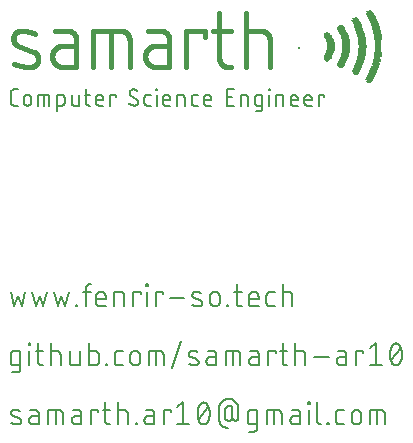
<source format=gbr>
G04 EAGLE Gerber RS-274X export*
G75*
%MOMM*%
%FSLAX34Y34*%
%LPD*%
%INSilkscreen Top*%
%IPPOS*%
%AMOC8*
5,1,8,0,0,1.08239X$1,22.5*%
G01*
%ADD10C,0.406400*%
%ADD11C,0.127000*%
%ADD12C,0.152400*%
%ADD13R,0.320000X0.080000*%
%ADD14R,0.480000X0.080000*%
%ADD15R,0.560000X0.080000*%
%ADD16R,0.640000X0.080000*%
%ADD17R,0.720000X0.080000*%
%ADD18R,0.400000X0.080000*%
%ADD19R,0.240000X0.080000*%
%ADD20R,0.200000X0.200000*%


D10*
X105496Y446042D02*
X92736Y451146D01*
X92587Y451208D01*
X92439Y451273D01*
X92294Y451342D01*
X92150Y451414D01*
X92008Y451490D01*
X91867Y451569D01*
X91729Y451652D01*
X91593Y451738D01*
X91459Y451827D01*
X91327Y451920D01*
X91197Y452016D01*
X91070Y452114D01*
X90945Y452216D01*
X90823Y452321D01*
X90704Y452429D01*
X90587Y452540D01*
X90472Y452653D01*
X90361Y452770D01*
X90252Y452889D01*
X90146Y453010D01*
X90044Y453134D01*
X89944Y453261D01*
X89848Y453390D01*
X89754Y453521D01*
X89664Y453655D01*
X89577Y453790D01*
X89494Y453928D01*
X89414Y454068D01*
X89337Y454209D01*
X89264Y454353D01*
X89194Y454498D01*
X89128Y454645D01*
X89065Y454793D01*
X89006Y454943D01*
X88951Y455095D01*
X88899Y455247D01*
X88851Y455401D01*
X88807Y455556D01*
X88767Y455712D01*
X88730Y455869D01*
X88698Y456026D01*
X88669Y456185D01*
X88644Y456344D01*
X88623Y456504D01*
X88606Y456664D01*
X88592Y456825D01*
X88583Y456985D01*
X88578Y457146D01*
X88576Y457307D01*
X88578Y457468D01*
X88585Y457629D01*
X88595Y457790D01*
X88609Y457951D01*
X88627Y458111D01*
X88649Y458270D01*
X88675Y458429D01*
X88704Y458588D01*
X88738Y458745D01*
X88775Y458902D01*
X88816Y459058D01*
X88861Y459212D01*
X88910Y459366D01*
X88962Y459518D01*
X89019Y459669D01*
X89078Y459819D01*
X89142Y459967D01*
X89209Y460114D01*
X89279Y460258D01*
X89353Y460401D01*
X89431Y460543D01*
X89512Y460682D01*
X89596Y460819D01*
X89683Y460954D01*
X89774Y461088D01*
X89868Y461218D01*
X89965Y461347D01*
X90066Y461473D01*
X90169Y461596D01*
X90275Y461717D01*
X90385Y461836D01*
X90497Y461952D01*
X90612Y462064D01*
X90729Y462175D01*
X90849Y462282D01*
X90972Y462386D01*
X91098Y462487D01*
X91225Y462585D01*
X91355Y462680D01*
X91488Y462772D01*
X91622Y462861D01*
X91759Y462946D01*
X91898Y463028D01*
X92038Y463107D01*
X92181Y463182D01*
X92325Y463253D01*
X92471Y463321D01*
X92619Y463386D01*
X92768Y463447D01*
X92918Y463504D01*
X93070Y463557D01*
X93224Y463607D01*
X93378Y463653D01*
X93533Y463696D01*
X93690Y463734D01*
X93847Y463769D01*
X94005Y463800D01*
X94164Y463827D01*
X94323Y463850D01*
X94483Y463869D01*
X94644Y463884D01*
X94804Y463896D01*
X94965Y463903D01*
X95126Y463907D01*
X95288Y463906D01*
X95985Y463888D01*
X96681Y463853D01*
X97375Y463801D01*
X98069Y463732D01*
X98761Y463647D01*
X99450Y463545D01*
X100137Y463427D01*
X100820Y463292D01*
X101501Y463141D01*
X102177Y462974D01*
X102849Y462790D01*
X103517Y462590D01*
X104179Y462374D01*
X104836Y462143D01*
X105488Y461895D01*
X106133Y461632D01*
X106772Y461354D01*
X105496Y446042D02*
X105645Y445980D01*
X105793Y445915D01*
X105938Y445846D01*
X106082Y445774D01*
X106224Y445698D01*
X106365Y445619D01*
X106503Y445536D01*
X106639Y445450D01*
X106773Y445361D01*
X106905Y445268D01*
X107035Y445172D01*
X107162Y445074D01*
X107287Y444972D01*
X107409Y444867D01*
X107528Y444759D01*
X107645Y444648D01*
X107760Y444535D01*
X107871Y444418D01*
X107980Y444299D01*
X108086Y444178D01*
X108188Y444054D01*
X108288Y443927D01*
X108384Y443798D01*
X108478Y443667D01*
X108568Y443533D01*
X108655Y443398D01*
X108738Y443260D01*
X108818Y443120D01*
X108895Y442979D01*
X108968Y442835D01*
X109038Y442690D01*
X109104Y442543D01*
X109167Y442395D01*
X109226Y442245D01*
X109281Y442093D01*
X109333Y441941D01*
X109381Y441787D01*
X109425Y441632D01*
X109465Y441476D01*
X109502Y441319D01*
X109534Y441162D01*
X109563Y441003D01*
X109588Y440844D01*
X109609Y440684D01*
X109626Y440524D01*
X109640Y440363D01*
X109649Y440203D01*
X109654Y440042D01*
X109656Y439881D01*
X109654Y439720D01*
X109647Y439559D01*
X109637Y439398D01*
X109623Y439237D01*
X109605Y439077D01*
X109583Y438918D01*
X109557Y438759D01*
X109528Y438600D01*
X109494Y438443D01*
X109457Y438286D01*
X109416Y438130D01*
X109371Y437976D01*
X109322Y437822D01*
X109270Y437670D01*
X109213Y437519D01*
X109154Y437369D01*
X109090Y437221D01*
X109023Y437074D01*
X108953Y436930D01*
X108879Y436787D01*
X108801Y436645D01*
X108720Y436506D01*
X108636Y436369D01*
X108549Y436234D01*
X108458Y436100D01*
X108364Y435970D01*
X108267Y435841D01*
X108166Y435715D01*
X108063Y435592D01*
X107957Y435471D01*
X107847Y435352D01*
X107735Y435236D01*
X107620Y435124D01*
X107503Y435013D01*
X107383Y434906D01*
X107260Y434802D01*
X107134Y434701D01*
X107007Y434603D01*
X106877Y434508D01*
X106744Y434416D01*
X106610Y434327D01*
X106473Y434242D01*
X106334Y434160D01*
X106194Y434081D01*
X106051Y434006D01*
X105907Y433935D01*
X105761Y433867D01*
X105613Y433802D01*
X105464Y433741D01*
X105314Y433684D01*
X105162Y433631D01*
X105008Y433581D01*
X104854Y433535D01*
X104699Y433492D01*
X104542Y433454D01*
X104385Y433419D01*
X104227Y433388D01*
X104068Y433361D01*
X103909Y433338D01*
X103749Y433319D01*
X103588Y433304D01*
X103428Y433292D01*
X103267Y433285D01*
X103106Y433281D01*
X102944Y433282D01*
X101920Y433309D01*
X100898Y433360D01*
X99877Y433435D01*
X98858Y433534D01*
X97842Y433658D01*
X96829Y433805D01*
X95820Y433976D01*
X94815Y434171D01*
X93815Y434390D01*
X92820Y434632D01*
X91832Y434898D01*
X90850Y435187D01*
X89875Y435499D01*
X88908Y435834D01*
X130370Y451146D02*
X141854Y451146D01*
X130370Y451146D02*
X130152Y451143D01*
X129935Y451135D01*
X129718Y451122D01*
X129501Y451104D01*
X129285Y451080D01*
X129069Y451051D01*
X128855Y451017D01*
X128641Y450977D01*
X128428Y450932D01*
X128216Y450882D01*
X128006Y450827D01*
X127797Y450767D01*
X127589Y450702D01*
X127383Y450632D01*
X127179Y450557D01*
X126977Y450476D01*
X126777Y450391D01*
X126579Y450301D01*
X126383Y450207D01*
X126189Y450107D01*
X125999Y450003D01*
X125810Y449894D01*
X125624Y449781D01*
X125442Y449663D01*
X125262Y449541D01*
X125085Y449414D01*
X124911Y449284D01*
X124740Y449149D01*
X124573Y449009D01*
X124410Y448866D01*
X124249Y448719D01*
X124093Y448568D01*
X123940Y448413D01*
X123791Y448255D01*
X123646Y448093D01*
X123504Y447928D01*
X123367Y447759D01*
X123234Y447587D01*
X123106Y447411D01*
X122981Y447233D01*
X122861Y447051D01*
X122746Y446867D01*
X122635Y446680D01*
X122528Y446490D01*
X122426Y446298D01*
X122329Y446103D01*
X122237Y445906D01*
X122149Y445707D01*
X122067Y445506D01*
X121989Y445303D01*
X121916Y445098D01*
X121849Y444891D01*
X121786Y444683D01*
X121728Y444473D01*
X121676Y444262D01*
X121629Y444050D01*
X121587Y443836D01*
X121550Y443622D01*
X121518Y443407D01*
X121492Y443191D01*
X121470Y442974D01*
X121455Y442757D01*
X121444Y442540D01*
X121439Y442323D01*
X121439Y442105D01*
X121444Y441888D01*
X121455Y441671D01*
X121470Y441454D01*
X121492Y441237D01*
X121518Y441021D01*
X121550Y440806D01*
X121587Y440592D01*
X121629Y440378D01*
X121676Y440166D01*
X121728Y439955D01*
X121786Y439745D01*
X121849Y439537D01*
X121916Y439330D01*
X121989Y439125D01*
X122067Y438922D01*
X122149Y438721D01*
X122237Y438522D01*
X122329Y438325D01*
X122426Y438130D01*
X122528Y437938D01*
X122635Y437748D01*
X122746Y437561D01*
X122861Y437377D01*
X122981Y437195D01*
X123106Y437017D01*
X123234Y436841D01*
X123367Y436669D01*
X123504Y436500D01*
X123646Y436335D01*
X123791Y436173D01*
X123940Y436015D01*
X124093Y435860D01*
X124249Y435709D01*
X124410Y435562D01*
X124573Y435419D01*
X124740Y435279D01*
X124911Y435144D01*
X125085Y435014D01*
X125262Y434887D01*
X125442Y434765D01*
X125624Y434647D01*
X125810Y434534D01*
X125999Y434425D01*
X126189Y434321D01*
X126383Y434221D01*
X126579Y434127D01*
X126777Y434037D01*
X126977Y433952D01*
X127179Y433871D01*
X127383Y433796D01*
X127589Y433726D01*
X127797Y433661D01*
X128006Y433601D01*
X128216Y433546D01*
X128428Y433496D01*
X128641Y433451D01*
X128855Y433411D01*
X129069Y433377D01*
X129285Y433348D01*
X129501Y433324D01*
X129718Y433306D01*
X129935Y433293D01*
X130152Y433285D01*
X130370Y433282D01*
X141854Y433282D01*
X141854Y456250D01*
X141852Y456435D01*
X141845Y456620D01*
X141834Y456805D01*
X141818Y456989D01*
X141798Y457173D01*
X141774Y457356D01*
X141745Y457539D01*
X141711Y457721D01*
X141674Y457902D01*
X141632Y458082D01*
X141585Y458261D01*
X141534Y458439D01*
X141479Y458616D01*
X141420Y458791D01*
X141356Y458965D01*
X141289Y459137D01*
X141217Y459308D01*
X141141Y459476D01*
X141061Y459643D01*
X140977Y459808D01*
X140889Y459971D01*
X140797Y460131D01*
X140702Y460290D01*
X140602Y460446D01*
X140499Y460599D01*
X140392Y460750D01*
X140281Y460898D01*
X140167Y461044D01*
X140050Y461187D01*
X139929Y461327D01*
X139804Y461464D01*
X139677Y461598D01*
X139546Y461729D01*
X139412Y461856D01*
X139275Y461981D01*
X139135Y462102D01*
X138992Y462219D01*
X138846Y462333D01*
X138698Y462444D01*
X138547Y462551D01*
X138394Y462654D01*
X138238Y462754D01*
X138079Y462849D01*
X137919Y462941D01*
X137756Y463029D01*
X137591Y463113D01*
X137424Y463193D01*
X137256Y463269D01*
X137085Y463341D01*
X136913Y463408D01*
X136739Y463472D01*
X136564Y463531D01*
X136387Y463586D01*
X136209Y463637D01*
X136030Y463684D01*
X135850Y463726D01*
X135669Y463763D01*
X135487Y463797D01*
X135304Y463826D01*
X135121Y463850D01*
X134937Y463870D01*
X134753Y463886D01*
X134568Y463897D01*
X134383Y463904D01*
X134198Y463906D01*
X123990Y463906D01*
X156304Y463906D02*
X156304Y433282D01*
X156304Y463906D02*
X179272Y463906D01*
X179457Y463904D01*
X179642Y463897D01*
X179827Y463886D01*
X180011Y463870D01*
X180195Y463850D01*
X180378Y463826D01*
X180561Y463797D01*
X180743Y463763D01*
X180924Y463726D01*
X181104Y463684D01*
X181283Y463637D01*
X181461Y463586D01*
X181638Y463531D01*
X181813Y463472D01*
X181987Y463408D01*
X182159Y463341D01*
X182330Y463269D01*
X182498Y463193D01*
X182665Y463113D01*
X182830Y463029D01*
X182993Y462941D01*
X183153Y462849D01*
X183312Y462754D01*
X183468Y462654D01*
X183621Y462551D01*
X183772Y462444D01*
X183920Y462333D01*
X184066Y462219D01*
X184209Y462102D01*
X184349Y461981D01*
X184486Y461856D01*
X184620Y461729D01*
X184751Y461598D01*
X184878Y461464D01*
X185003Y461327D01*
X185124Y461187D01*
X185241Y461044D01*
X185355Y460898D01*
X185466Y460750D01*
X185573Y460599D01*
X185676Y460446D01*
X185776Y460290D01*
X185871Y460131D01*
X185963Y459971D01*
X186051Y459808D01*
X186135Y459643D01*
X186215Y459476D01*
X186291Y459308D01*
X186363Y459137D01*
X186430Y458965D01*
X186494Y458791D01*
X186553Y458616D01*
X186608Y458439D01*
X186659Y458261D01*
X186706Y458082D01*
X186748Y457902D01*
X186785Y457721D01*
X186819Y457539D01*
X186848Y457356D01*
X186872Y457173D01*
X186892Y456989D01*
X186908Y456805D01*
X186919Y456620D01*
X186926Y456435D01*
X186928Y456250D01*
X186928Y433282D01*
X171616Y433282D02*
X171616Y463906D01*
X209120Y451146D02*
X220604Y451146D01*
X209120Y451146D02*
X208902Y451143D01*
X208685Y451135D01*
X208468Y451122D01*
X208251Y451104D01*
X208035Y451080D01*
X207819Y451051D01*
X207605Y451017D01*
X207391Y450977D01*
X207178Y450932D01*
X206966Y450882D01*
X206756Y450827D01*
X206547Y450767D01*
X206339Y450702D01*
X206133Y450632D01*
X205929Y450557D01*
X205727Y450476D01*
X205527Y450391D01*
X205329Y450301D01*
X205133Y450207D01*
X204939Y450107D01*
X204749Y450003D01*
X204560Y449894D01*
X204374Y449781D01*
X204192Y449663D01*
X204012Y449541D01*
X203835Y449414D01*
X203661Y449284D01*
X203490Y449149D01*
X203323Y449009D01*
X203160Y448866D01*
X202999Y448719D01*
X202843Y448568D01*
X202690Y448413D01*
X202541Y448255D01*
X202396Y448093D01*
X202254Y447928D01*
X202117Y447759D01*
X201984Y447587D01*
X201856Y447411D01*
X201731Y447233D01*
X201611Y447051D01*
X201496Y446867D01*
X201385Y446680D01*
X201278Y446490D01*
X201176Y446298D01*
X201079Y446103D01*
X200987Y445906D01*
X200899Y445707D01*
X200817Y445506D01*
X200739Y445303D01*
X200666Y445098D01*
X200599Y444891D01*
X200536Y444683D01*
X200478Y444473D01*
X200426Y444262D01*
X200379Y444050D01*
X200337Y443836D01*
X200300Y443622D01*
X200268Y443407D01*
X200242Y443191D01*
X200220Y442974D01*
X200205Y442757D01*
X200194Y442540D01*
X200189Y442323D01*
X200189Y442105D01*
X200194Y441888D01*
X200205Y441671D01*
X200220Y441454D01*
X200242Y441237D01*
X200268Y441021D01*
X200300Y440806D01*
X200337Y440592D01*
X200379Y440378D01*
X200426Y440166D01*
X200478Y439955D01*
X200536Y439745D01*
X200599Y439537D01*
X200666Y439330D01*
X200739Y439125D01*
X200817Y438922D01*
X200899Y438721D01*
X200987Y438522D01*
X201079Y438325D01*
X201176Y438130D01*
X201278Y437938D01*
X201385Y437748D01*
X201496Y437561D01*
X201611Y437377D01*
X201731Y437195D01*
X201856Y437017D01*
X201984Y436841D01*
X202117Y436669D01*
X202254Y436500D01*
X202396Y436335D01*
X202541Y436173D01*
X202690Y436015D01*
X202843Y435860D01*
X202999Y435709D01*
X203160Y435562D01*
X203323Y435419D01*
X203490Y435279D01*
X203661Y435144D01*
X203835Y435014D01*
X204012Y434887D01*
X204192Y434765D01*
X204374Y434647D01*
X204560Y434534D01*
X204749Y434425D01*
X204939Y434321D01*
X205133Y434221D01*
X205329Y434127D01*
X205527Y434037D01*
X205727Y433952D01*
X205929Y433871D01*
X206133Y433796D01*
X206339Y433726D01*
X206547Y433661D01*
X206756Y433601D01*
X206966Y433546D01*
X207178Y433496D01*
X207391Y433451D01*
X207605Y433411D01*
X207819Y433377D01*
X208035Y433348D01*
X208251Y433324D01*
X208468Y433306D01*
X208685Y433293D01*
X208902Y433285D01*
X209120Y433282D01*
X220604Y433282D01*
X220604Y456250D01*
X220602Y456435D01*
X220595Y456620D01*
X220584Y456805D01*
X220568Y456989D01*
X220548Y457173D01*
X220524Y457356D01*
X220495Y457539D01*
X220461Y457721D01*
X220424Y457902D01*
X220382Y458082D01*
X220335Y458261D01*
X220284Y458439D01*
X220229Y458616D01*
X220170Y458791D01*
X220106Y458965D01*
X220039Y459137D01*
X219967Y459308D01*
X219891Y459476D01*
X219811Y459643D01*
X219727Y459808D01*
X219639Y459971D01*
X219547Y460131D01*
X219452Y460290D01*
X219352Y460446D01*
X219249Y460599D01*
X219142Y460750D01*
X219031Y460898D01*
X218917Y461044D01*
X218800Y461187D01*
X218679Y461327D01*
X218554Y461464D01*
X218427Y461598D01*
X218296Y461729D01*
X218162Y461856D01*
X218025Y461981D01*
X217885Y462102D01*
X217742Y462219D01*
X217596Y462333D01*
X217448Y462444D01*
X217297Y462551D01*
X217144Y462654D01*
X216988Y462754D01*
X216829Y462849D01*
X216669Y462941D01*
X216506Y463029D01*
X216341Y463113D01*
X216174Y463193D01*
X216006Y463269D01*
X215835Y463341D01*
X215663Y463408D01*
X215489Y463472D01*
X215314Y463531D01*
X215137Y463586D01*
X214959Y463637D01*
X214780Y463684D01*
X214600Y463726D01*
X214419Y463763D01*
X214237Y463797D01*
X214054Y463826D01*
X213871Y463850D01*
X213687Y463870D01*
X213503Y463886D01*
X213318Y463897D01*
X213133Y463904D01*
X212948Y463906D01*
X202740Y463906D01*
X235116Y463906D02*
X235116Y433282D01*
X235116Y463906D02*
X250428Y463906D01*
X250428Y458802D01*
X257762Y463906D02*
X273074Y463906D01*
X262866Y479218D02*
X262866Y440938D01*
X262868Y440753D01*
X262875Y440568D01*
X262886Y440383D01*
X262902Y440199D01*
X262922Y440015D01*
X262946Y439832D01*
X262975Y439649D01*
X263009Y439467D01*
X263046Y439286D01*
X263088Y439106D01*
X263135Y438927D01*
X263186Y438749D01*
X263241Y438572D01*
X263300Y438397D01*
X263364Y438223D01*
X263431Y438051D01*
X263503Y437880D01*
X263579Y437712D01*
X263659Y437545D01*
X263743Y437380D01*
X263831Y437217D01*
X263923Y437057D01*
X264018Y436898D01*
X264118Y436742D01*
X264221Y436589D01*
X264328Y436438D01*
X264439Y436290D01*
X264553Y436144D01*
X264670Y436001D01*
X264791Y435861D01*
X264916Y435724D01*
X265043Y435590D01*
X265174Y435459D01*
X265308Y435332D01*
X265445Y435207D01*
X265585Y435086D01*
X265728Y434969D01*
X265874Y434855D01*
X266022Y434744D01*
X266173Y434637D01*
X266326Y434534D01*
X266482Y434434D01*
X266641Y434339D01*
X266801Y434247D01*
X266964Y434159D01*
X267129Y434075D01*
X267296Y433995D01*
X267464Y433919D01*
X267635Y433847D01*
X267807Y433780D01*
X267981Y433716D01*
X268156Y433657D01*
X268333Y433602D01*
X268511Y433551D01*
X268690Y433504D01*
X268870Y433462D01*
X269051Y433425D01*
X269233Y433391D01*
X269416Y433362D01*
X269599Y433338D01*
X269783Y433318D01*
X269967Y433302D01*
X270152Y433291D01*
X270337Y433284D01*
X270522Y433282D01*
X273074Y433282D01*
X285158Y433282D02*
X285158Y479218D01*
X285158Y463906D02*
X297918Y463906D01*
X298103Y463904D01*
X298288Y463897D01*
X298473Y463886D01*
X298657Y463870D01*
X298841Y463850D01*
X299024Y463826D01*
X299207Y463797D01*
X299389Y463763D01*
X299570Y463726D01*
X299750Y463684D01*
X299929Y463637D01*
X300107Y463586D01*
X300284Y463531D01*
X300459Y463472D01*
X300633Y463408D01*
X300805Y463341D01*
X300976Y463269D01*
X301144Y463193D01*
X301311Y463113D01*
X301476Y463029D01*
X301639Y462941D01*
X301799Y462849D01*
X301958Y462754D01*
X302114Y462654D01*
X302267Y462551D01*
X302418Y462444D01*
X302566Y462333D01*
X302712Y462219D01*
X302855Y462102D01*
X302995Y461981D01*
X303132Y461856D01*
X303266Y461729D01*
X303397Y461598D01*
X303524Y461464D01*
X303649Y461327D01*
X303770Y461187D01*
X303887Y461044D01*
X304001Y460898D01*
X304112Y460750D01*
X304219Y460599D01*
X304322Y460446D01*
X304422Y460290D01*
X304517Y460131D01*
X304609Y459971D01*
X304697Y459808D01*
X304781Y459643D01*
X304861Y459476D01*
X304937Y459308D01*
X305009Y459137D01*
X305076Y458965D01*
X305140Y458791D01*
X305199Y458616D01*
X305254Y458439D01*
X305305Y458261D01*
X305352Y458082D01*
X305394Y457902D01*
X305431Y457721D01*
X305465Y457539D01*
X305494Y457356D01*
X305518Y457173D01*
X305538Y456989D01*
X305554Y456805D01*
X305565Y456620D01*
X305572Y456435D01*
X305574Y456250D01*
X305574Y433282D01*
D11*
X92337Y400635D02*
X89286Y400635D01*
X89177Y400637D01*
X89068Y400643D01*
X88960Y400652D01*
X88852Y400666D01*
X88744Y400683D01*
X88637Y400705D01*
X88531Y400730D01*
X88426Y400759D01*
X88322Y400791D01*
X88220Y400827D01*
X88118Y400867D01*
X88019Y400911D01*
X87920Y400958D01*
X87824Y401008D01*
X87729Y401062D01*
X87637Y401119D01*
X87546Y401180D01*
X87458Y401244D01*
X87372Y401310D01*
X87288Y401380D01*
X87207Y401453D01*
X87129Y401529D01*
X87053Y401607D01*
X86980Y401688D01*
X86910Y401772D01*
X86844Y401858D01*
X86780Y401946D01*
X86719Y402037D01*
X86662Y402129D01*
X86608Y402224D01*
X86558Y402320D01*
X86511Y402419D01*
X86467Y402518D01*
X86427Y402620D01*
X86391Y402722D01*
X86359Y402826D01*
X86330Y402931D01*
X86305Y403037D01*
X86283Y403144D01*
X86266Y403252D01*
X86252Y403360D01*
X86243Y403468D01*
X86237Y403577D01*
X86235Y403686D01*
X86235Y411314D01*
X86237Y411423D01*
X86243Y411532D01*
X86252Y411640D01*
X86266Y411748D01*
X86283Y411856D01*
X86305Y411963D01*
X86330Y412069D01*
X86359Y412174D01*
X86391Y412277D01*
X86427Y412380D01*
X86467Y412482D01*
X86511Y412581D01*
X86558Y412680D01*
X86608Y412776D01*
X86662Y412871D01*
X86719Y412963D01*
X86780Y413054D01*
X86844Y413142D01*
X86910Y413228D01*
X86980Y413312D01*
X87053Y413393D01*
X87129Y413471D01*
X87207Y413547D01*
X87288Y413620D01*
X87372Y413690D01*
X87458Y413756D01*
X87546Y413820D01*
X87636Y413881D01*
X87729Y413938D01*
X87824Y413992D01*
X87920Y414042D01*
X88019Y414089D01*
X88118Y414133D01*
X88220Y414173D01*
X88322Y414209D01*
X88426Y414241D01*
X88531Y414270D01*
X88637Y414295D01*
X88744Y414317D01*
X88852Y414334D01*
X88960Y414348D01*
X89068Y414357D01*
X89177Y414363D01*
X89286Y414365D01*
X92337Y414365D01*
X97388Y406737D02*
X97388Y403686D01*
X97388Y406737D02*
X97390Y406846D01*
X97396Y406955D01*
X97405Y407063D01*
X97419Y407171D01*
X97436Y407279D01*
X97458Y407386D01*
X97483Y407492D01*
X97512Y407597D01*
X97544Y407701D01*
X97580Y407803D01*
X97620Y407905D01*
X97664Y408004D01*
X97711Y408103D01*
X97761Y408199D01*
X97815Y408294D01*
X97872Y408386D01*
X97933Y408477D01*
X97997Y408565D01*
X98063Y408651D01*
X98133Y408735D01*
X98206Y408816D01*
X98282Y408894D01*
X98360Y408970D01*
X98441Y409043D01*
X98525Y409113D01*
X98611Y409179D01*
X98699Y409243D01*
X98790Y409304D01*
X98882Y409361D01*
X98977Y409415D01*
X99073Y409465D01*
X99172Y409512D01*
X99271Y409556D01*
X99373Y409596D01*
X99475Y409632D01*
X99579Y409664D01*
X99684Y409693D01*
X99790Y409718D01*
X99897Y409740D01*
X100005Y409757D01*
X100113Y409771D01*
X100221Y409780D01*
X100330Y409786D01*
X100439Y409788D01*
X100548Y409786D01*
X100657Y409780D01*
X100765Y409771D01*
X100873Y409757D01*
X100981Y409740D01*
X101088Y409718D01*
X101194Y409693D01*
X101299Y409664D01*
X101403Y409632D01*
X101505Y409596D01*
X101607Y409556D01*
X101706Y409512D01*
X101805Y409465D01*
X101901Y409415D01*
X101996Y409361D01*
X102088Y409304D01*
X102179Y409243D01*
X102267Y409179D01*
X102353Y409113D01*
X102437Y409043D01*
X102518Y408970D01*
X102596Y408894D01*
X102672Y408816D01*
X102745Y408735D01*
X102815Y408651D01*
X102881Y408565D01*
X102945Y408477D01*
X103006Y408386D01*
X103063Y408294D01*
X103117Y408199D01*
X103167Y408103D01*
X103214Y408004D01*
X103258Y407905D01*
X103298Y407803D01*
X103334Y407701D01*
X103366Y407597D01*
X103395Y407492D01*
X103420Y407386D01*
X103442Y407279D01*
X103459Y407171D01*
X103473Y407063D01*
X103482Y406955D01*
X103488Y406846D01*
X103490Y406737D01*
X103490Y403686D01*
X103488Y403577D01*
X103482Y403468D01*
X103473Y403360D01*
X103459Y403252D01*
X103442Y403144D01*
X103420Y403037D01*
X103395Y402931D01*
X103366Y402826D01*
X103334Y402722D01*
X103298Y402620D01*
X103258Y402518D01*
X103214Y402419D01*
X103167Y402320D01*
X103117Y402224D01*
X103063Y402129D01*
X103006Y402037D01*
X102945Y401946D01*
X102881Y401858D01*
X102815Y401772D01*
X102745Y401688D01*
X102672Y401607D01*
X102596Y401529D01*
X102518Y401453D01*
X102437Y401380D01*
X102353Y401310D01*
X102267Y401244D01*
X102179Y401180D01*
X102088Y401119D01*
X101996Y401062D01*
X101901Y401008D01*
X101805Y400958D01*
X101706Y400911D01*
X101607Y400867D01*
X101505Y400827D01*
X101403Y400791D01*
X101299Y400759D01*
X101194Y400730D01*
X101088Y400705D01*
X100981Y400683D01*
X100873Y400666D01*
X100765Y400652D01*
X100657Y400643D01*
X100548Y400637D01*
X100439Y400635D01*
X100330Y400637D01*
X100221Y400643D01*
X100113Y400652D01*
X100005Y400666D01*
X99897Y400683D01*
X99790Y400705D01*
X99684Y400730D01*
X99579Y400759D01*
X99475Y400791D01*
X99373Y400827D01*
X99271Y400867D01*
X99172Y400911D01*
X99073Y400958D01*
X98977Y401008D01*
X98882Y401062D01*
X98790Y401119D01*
X98699Y401180D01*
X98611Y401244D01*
X98525Y401310D01*
X98441Y401380D01*
X98360Y401453D01*
X98282Y401529D01*
X98206Y401607D01*
X98133Y401688D01*
X98063Y401772D01*
X97997Y401858D01*
X97933Y401946D01*
X97872Y402037D01*
X97815Y402129D01*
X97761Y402224D01*
X97711Y402320D01*
X97664Y402419D01*
X97620Y402518D01*
X97580Y402620D01*
X97544Y402722D01*
X97512Y402826D01*
X97483Y402931D01*
X97458Y403037D01*
X97436Y403144D01*
X97419Y403252D01*
X97405Y403360D01*
X97396Y403468D01*
X97390Y403577D01*
X97388Y403686D01*
X109813Y400635D02*
X109813Y409788D01*
X116678Y409788D01*
X116773Y409786D01*
X116867Y409780D01*
X116961Y409770D01*
X117055Y409757D01*
X117148Y409739D01*
X117240Y409718D01*
X117331Y409693D01*
X117421Y409664D01*
X117510Y409631D01*
X117597Y409595D01*
X117683Y409556D01*
X117767Y409512D01*
X117849Y409466D01*
X117929Y409415D01*
X118008Y409362D01*
X118083Y409306D01*
X118157Y409246D01*
X118228Y409183D01*
X118296Y409118D01*
X118361Y409050D01*
X118424Y408979D01*
X118484Y408905D01*
X118540Y408830D01*
X118593Y408751D01*
X118644Y408671D01*
X118690Y408589D01*
X118734Y408505D01*
X118773Y408419D01*
X118809Y408332D01*
X118842Y408243D01*
X118871Y408153D01*
X118896Y408062D01*
X118917Y407970D01*
X118935Y407877D01*
X118948Y407783D01*
X118958Y407689D01*
X118964Y407595D01*
X118966Y407500D01*
X118966Y400635D01*
X114389Y400635D02*
X114389Y409788D01*
X125810Y409788D02*
X125810Y396058D01*
X125810Y409788D02*
X129624Y409788D01*
X129719Y409786D01*
X129813Y409780D01*
X129907Y409770D01*
X130001Y409757D01*
X130094Y409739D01*
X130186Y409718D01*
X130277Y409693D01*
X130367Y409664D01*
X130456Y409631D01*
X130543Y409595D01*
X130629Y409556D01*
X130713Y409512D01*
X130795Y409466D01*
X130875Y409415D01*
X130953Y409362D01*
X131029Y409306D01*
X131103Y409246D01*
X131174Y409183D01*
X131242Y409118D01*
X131307Y409050D01*
X131370Y408979D01*
X131430Y408905D01*
X131486Y408830D01*
X131539Y408751D01*
X131590Y408671D01*
X131636Y408589D01*
X131680Y408505D01*
X131719Y408419D01*
X131755Y408332D01*
X131788Y408243D01*
X131817Y408153D01*
X131842Y408062D01*
X131863Y407970D01*
X131881Y407877D01*
X131894Y407783D01*
X131904Y407689D01*
X131910Y407595D01*
X131912Y407500D01*
X131912Y402923D01*
X131910Y402828D01*
X131904Y402734D01*
X131894Y402640D01*
X131881Y402546D01*
X131863Y402453D01*
X131842Y402361D01*
X131817Y402270D01*
X131788Y402180D01*
X131755Y402091D01*
X131719Y402004D01*
X131680Y401918D01*
X131636Y401834D01*
X131590Y401752D01*
X131539Y401672D01*
X131486Y401593D01*
X131430Y401518D01*
X131370Y401444D01*
X131307Y401373D01*
X131242Y401305D01*
X131174Y401240D01*
X131103Y401177D01*
X131029Y401117D01*
X130954Y401061D01*
X130875Y401008D01*
X130795Y400957D01*
X130713Y400911D01*
X130629Y400867D01*
X130543Y400828D01*
X130456Y400792D01*
X130367Y400759D01*
X130277Y400730D01*
X130186Y400705D01*
X130094Y400684D01*
X130001Y400666D01*
X129907Y400653D01*
X129813Y400643D01*
X129719Y400637D01*
X129624Y400635D01*
X125810Y400635D01*
X137888Y402923D02*
X137888Y409788D01*
X137888Y402923D02*
X137890Y402828D01*
X137896Y402734D01*
X137906Y402640D01*
X137919Y402546D01*
X137937Y402453D01*
X137958Y402361D01*
X137983Y402270D01*
X138012Y402180D01*
X138045Y402091D01*
X138081Y402004D01*
X138120Y401918D01*
X138164Y401834D01*
X138210Y401752D01*
X138261Y401672D01*
X138314Y401593D01*
X138370Y401518D01*
X138430Y401444D01*
X138493Y401373D01*
X138558Y401305D01*
X138626Y401240D01*
X138697Y401177D01*
X138771Y401117D01*
X138846Y401061D01*
X138925Y401008D01*
X139005Y400957D01*
X139087Y400911D01*
X139171Y400867D01*
X139257Y400828D01*
X139344Y400792D01*
X139433Y400759D01*
X139523Y400730D01*
X139614Y400705D01*
X139706Y400684D01*
X139799Y400666D01*
X139893Y400653D01*
X139987Y400643D01*
X140081Y400637D01*
X140176Y400635D01*
X143990Y400635D01*
X143990Y409788D01*
X148889Y409788D02*
X153465Y409788D01*
X150414Y414365D02*
X150414Y402923D01*
X150416Y402828D01*
X150422Y402734D01*
X150432Y402640D01*
X150445Y402546D01*
X150463Y402453D01*
X150484Y402361D01*
X150509Y402270D01*
X150538Y402180D01*
X150571Y402091D01*
X150607Y402004D01*
X150646Y401918D01*
X150690Y401834D01*
X150736Y401752D01*
X150787Y401672D01*
X150840Y401593D01*
X150896Y401518D01*
X150956Y401444D01*
X151019Y401373D01*
X151084Y401305D01*
X151152Y401240D01*
X151223Y401177D01*
X151297Y401117D01*
X151373Y401061D01*
X151451Y401008D01*
X151531Y400957D01*
X151613Y400911D01*
X151697Y400867D01*
X151783Y400828D01*
X151870Y400792D01*
X151959Y400759D01*
X152049Y400730D01*
X152140Y400705D01*
X152232Y400684D01*
X152325Y400666D01*
X152419Y400653D01*
X152513Y400643D01*
X152607Y400637D01*
X152702Y400635D01*
X153465Y400635D01*
X160876Y400635D02*
X164690Y400635D01*
X160876Y400635D02*
X160781Y400637D01*
X160687Y400643D01*
X160593Y400653D01*
X160499Y400666D01*
X160406Y400684D01*
X160314Y400705D01*
X160223Y400730D01*
X160133Y400759D01*
X160044Y400792D01*
X159957Y400828D01*
X159871Y400867D01*
X159787Y400911D01*
X159705Y400957D01*
X159625Y401008D01*
X159546Y401061D01*
X159471Y401117D01*
X159397Y401177D01*
X159326Y401240D01*
X159258Y401305D01*
X159193Y401373D01*
X159130Y401444D01*
X159070Y401518D01*
X159014Y401593D01*
X158961Y401672D01*
X158910Y401752D01*
X158864Y401834D01*
X158820Y401918D01*
X158781Y402004D01*
X158745Y402091D01*
X158712Y402180D01*
X158683Y402270D01*
X158658Y402361D01*
X158637Y402453D01*
X158619Y402546D01*
X158606Y402640D01*
X158596Y402734D01*
X158590Y402828D01*
X158588Y402923D01*
X158588Y406737D01*
X158590Y406846D01*
X158596Y406955D01*
X158605Y407063D01*
X158619Y407171D01*
X158636Y407279D01*
X158658Y407386D01*
X158683Y407492D01*
X158712Y407597D01*
X158744Y407701D01*
X158780Y407803D01*
X158820Y407905D01*
X158864Y408004D01*
X158911Y408103D01*
X158961Y408199D01*
X159015Y408294D01*
X159072Y408386D01*
X159133Y408477D01*
X159197Y408565D01*
X159263Y408651D01*
X159333Y408735D01*
X159406Y408816D01*
X159482Y408894D01*
X159560Y408970D01*
X159641Y409043D01*
X159725Y409113D01*
X159811Y409179D01*
X159899Y409243D01*
X159990Y409304D01*
X160082Y409361D01*
X160177Y409415D01*
X160273Y409465D01*
X160372Y409512D01*
X160471Y409556D01*
X160573Y409596D01*
X160675Y409632D01*
X160779Y409664D01*
X160884Y409693D01*
X160990Y409718D01*
X161097Y409740D01*
X161205Y409757D01*
X161313Y409771D01*
X161421Y409780D01*
X161530Y409786D01*
X161639Y409788D01*
X161748Y409786D01*
X161857Y409780D01*
X161965Y409771D01*
X162073Y409757D01*
X162181Y409740D01*
X162288Y409718D01*
X162394Y409693D01*
X162499Y409664D01*
X162603Y409632D01*
X162705Y409596D01*
X162807Y409556D01*
X162906Y409512D01*
X163005Y409465D01*
X163101Y409415D01*
X163196Y409361D01*
X163288Y409304D01*
X163379Y409243D01*
X163467Y409179D01*
X163553Y409113D01*
X163637Y409043D01*
X163718Y408970D01*
X163796Y408894D01*
X163872Y408816D01*
X163945Y408735D01*
X164015Y408651D01*
X164081Y408565D01*
X164145Y408477D01*
X164206Y408386D01*
X164263Y408294D01*
X164317Y408199D01*
X164367Y408103D01*
X164414Y408004D01*
X164458Y407905D01*
X164498Y407803D01*
X164534Y407701D01*
X164566Y407597D01*
X164595Y407492D01*
X164620Y407386D01*
X164642Y407279D01*
X164659Y407171D01*
X164673Y407063D01*
X164682Y406955D01*
X164688Y406846D01*
X164690Y406737D01*
X164690Y405212D01*
X158588Y405212D01*
X170819Y409788D02*
X170819Y400635D01*
X170819Y409788D02*
X175395Y409788D01*
X175395Y408263D01*
X191202Y400635D02*
X191311Y400637D01*
X191420Y400643D01*
X191528Y400652D01*
X191636Y400666D01*
X191744Y400683D01*
X191851Y400705D01*
X191957Y400730D01*
X192062Y400759D01*
X192166Y400791D01*
X192268Y400827D01*
X192370Y400867D01*
X192469Y400911D01*
X192568Y400958D01*
X192664Y401008D01*
X192759Y401062D01*
X192852Y401119D01*
X192942Y401180D01*
X193030Y401244D01*
X193116Y401310D01*
X193200Y401380D01*
X193281Y401453D01*
X193359Y401529D01*
X193435Y401607D01*
X193508Y401688D01*
X193578Y401772D01*
X193644Y401858D01*
X193708Y401946D01*
X193769Y402037D01*
X193826Y402129D01*
X193880Y402224D01*
X193930Y402320D01*
X193977Y402419D01*
X194021Y402518D01*
X194061Y402620D01*
X194097Y402723D01*
X194129Y402826D01*
X194158Y402931D01*
X194183Y403037D01*
X194205Y403144D01*
X194222Y403252D01*
X194236Y403360D01*
X194245Y403468D01*
X194251Y403577D01*
X194253Y403686D01*
X191202Y400635D02*
X191043Y400637D01*
X190884Y400643D01*
X190725Y400653D01*
X190567Y400666D01*
X190409Y400684D01*
X190251Y400705D01*
X190094Y400731D01*
X189938Y400760D01*
X189783Y400793D01*
X189628Y400830D01*
X189474Y400871D01*
X189321Y400915D01*
X189170Y400964D01*
X189020Y401016D01*
X188871Y401071D01*
X188723Y401131D01*
X188577Y401194D01*
X188433Y401260D01*
X188290Y401330D01*
X188149Y401404D01*
X188010Y401481D01*
X187873Y401561D01*
X187738Y401645D01*
X187605Y401732D01*
X187474Y401823D01*
X187345Y401916D01*
X187219Y402013D01*
X187095Y402113D01*
X186974Y402216D01*
X186855Y402322D01*
X186739Y402430D01*
X186626Y402542D01*
X187007Y411314D02*
X187009Y411423D01*
X187015Y411532D01*
X187024Y411640D01*
X187038Y411748D01*
X187055Y411856D01*
X187077Y411963D01*
X187102Y412069D01*
X187131Y412174D01*
X187163Y412278D01*
X187199Y412380D01*
X187239Y412482D01*
X187283Y412581D01*
X187330Y412680D01*
X187380Y412776D01*
X187434Y412871D01*
X187491Y412963D01*
X187552Y413054D01*
X187616Y413142D01*
X187682Y413228D01*
X187752Y413312D01*
X187825Y413393D01*
X187901Y413471D01*
X187979Y413547D01*
X188060Y413620D01*
X188144Y413690D01*
X188230Y413756D01*
X188318Y413820D01*
X188409Y413881D01*
X188501Y413938D01*
X188596Y413992D01*
X188692Y414042D01*
X188791Y414089D01*
X188890Y414133D01*
X188992Y414173D01*
X189094Y414209D01*
X189198Y414241D01*
X189303Y414270D01*
X189409Y414295D01*
X189516Y414317D01*
X189624Y414334D01*
X189732Y414348D01*
X189840Y414357D01*
X189949Y414363D01*
X190058Y414365D01*
X190205Y414363D01*
X190352Y414357D01*
X190499Y414348D01*
X190646Y414335D01*
X190792Y414318D01*
X190938Y414297D01*
X191083Y414272D01*
X191228Y414244D01*
X191372Y414212D01*
X191514Y414177D01*
X191656Y414137D01*
X191797Y414094D01*
X191937Y414048D01*
X192075Y413998D01*
X192212Y413944D01*
X192348Y413887D01*
X192482Y413826D01*
X192615Y413762D01*
X192746Y413694D01*
X192875Y413623D01*
X193002Y413549D01*
X193127Y413472D01*
X193251Y413391D01*
X193372Y413308D01*
X193491Y413221D01*
X188532Y408644D02*
X188437Y408702D01*
X188345Y408764D01*
X188254Y408828D01*
X188167Y408896D01*
X188081Y408967D01*
X187999Y409041D01*
X187919Y409118D01*
X187841Y409197D01*
X187767Y409280D01*
X187696Y409365D01*
X187628Y409452D01*
X187563Y409542D01*
X187501Y409634D01*
X187442Y409729D01*
X187387Y409825D01*
X187336Y409923D01*
X187288Y410023D01*
X187243Y410125D01*
X187203Y410228D01*
X187165Y410333D01*
X187132Y410438D01*
X187103Y410545D01*
X187077Y410653D01*
X187056Y410762D01*
X187038Y410872D01*
X187024Y410982D01*
X187014Y411092D01*
X187008Y411203D01*
X187006Y411314D01*
X192727Y406356D02*
X192822Y406298D01*
X192914Y406236D01*
X193005Y406172D01*
X193092Y406104D01*
X193178Y406033D01*
X193260Y405959D01*
X193340Y405882D01*
X193418Y405803D01*
X193492Y405720D01*
X193563Y405635D01*
X193631Y405548D01*
X193696Y405458D01*
X193758Y405366D01*
X193817Y405271D01*
X193872Y405175D01*
X193923Y405077D01*
X193971Y404977D01*
X194016Y404875D01*
X194056Y404772D01*
X194094Y404667D01*
X194127Y404562D01*
X194156Y404455D01*
X194182Y404347D01*
X194203Y404238D01*
X194221Y404128D01*
X194235Y404018D01*
X194245Y403908D01*
X194251Y403797D01*
X194253Y403686D01*
X192727Y406356D02*
X188532Y408644D01*
X201842Y400635D02*
X204893Y400635D01*
X201842Y400635D02*
X201747Y400637D01*
X201653Y400643D01*
X201559Y400653D01*
X201465Y400666D01*
X201372Y400684D01*
X201280Y400705D01*
X201189Y400730D01*
X201099Y400759D01*
X201010Y400792D01*
X200923Y400828D01*
X200837Y400867D01*
X200753Y400911D01*
X200671Y400957D01*
X200591Y401008D01*
X200512Y401061D01*
X200437Y401117D01*
X200363Y401177D01*
X200292Y401240D01*
X200224Y401305D01*
X200159Y401373D01*
X200096Y401444D01*
X200036Y401518D01*
X199980Y401593D01*
X199927Y401672D01*
X199876Y401752D01*
X199830Y401834D01*
X199786Y401918D01*
X199747Y402004D01*
X199711Y402091D01*
X199678Y402180D01*
X199649Y402270D01*
X199624Y402361D01*
X199603Y402453D01*
X199585Y402546D01*
X199572Y402640D01*
X199562Y402734D01*
X199556Y402828D01*
X199554Y402923D01*
X199554Y407500D01*
X199556Y407595D01*
X199562Y407689D01*
X199572Y407783D01*
X199585Y407877D01*
X199603Y407970D01*
X199624Y408062D01*
X199649Y408153D01*
X199678Y408243D01*
X199711Y408332D01*
X199747Y408419D01*
X199786Y408505D01*
X199830Y408589D01*
X199876Y408671D01*
X199927Y408751D01*
X199980Y408830D01*
X200036Y408905D01*
X200096Y408979D01*
X200159Y409050D01*
X200224Y409118D01*
X200292Y409183D01*
X200363Y409246D01*
X200437Y409306D01*
X200512Y409362D01*
X200591Y409415D01*
X200671Y409466D01*
X200753Y409512D01*
X200837Y409556D01*
X200923Y409595D01*
X201010Y409631D01*
X201099Y409664D01*
X201189Y409693D01*
X201280Y409718D01*
X201372Y409739D01*
X201465Y409757D01*
X201559Y409770D01*
X201653Y409780D01*
X201747Y409786D01*
X201842Y409788D01*
X204893Y409788D01*
X209789Y409788D02*
X209789Y400635D01*
X209408Y413602D02*
X209408Y414365D01*
X210170Y414365D01*
X210170Y413602D01*
X209408Y413602D01*
X217576Y400635D02*
X221390Y400635D01*
X217576Y400635D02*
X217481Y400637D01*
X217387Y400643D01*
X217293Y400653D01*
X217199Y400666D01*
X217106Y400684D01*
X217014Y400705D01*
X216923Y400730D01*
X216833Y400759D01*
X216744Y400792D01*
X216657Y400828D01*
X216571Y400867D01*
X216487Y400911D01*
X216405Y400957D01*
X216325Y401008D01*
X216246Y401061D01*
X216171Y401117D01*
X216097Y401177D01*
X216026Y401240D01*
X215958Y401305D01*
X215893Y401373D01*
X215830Y401444D01*
X215770Y401518D01*
X215714Y401593D01*
X215661Y401672D01*
X215610Y401752D01*
X215564Y401834D01*
X215520Y401918D01*
X215481Y402004D01*
X215445Y402091D01*
X215412Y402180D01*
X215383Y402270D01*
X215358Y402361D01*
X215337Y402453D01*
X215319Y402546D01*
X215306Y402640D01*
X215296Y402734D01*
X215290Y402828D01*
X215288Y402923D01*
X215288Y406737D01*
X215290Y406846D01*
X215296Y406955D01*
X215305Y407063D01*
X215319Y407171D01*
X215336Y407279D01*
X215358Y407386D01*
X215383Y407492D01*
X215412Y407597D01*
X215444Y407701D01*
X215480Y407803D01*
X215520Y407905D01*
X215564Y408004D01*
X215611Y408103D01*
X215661Y408199D01*
X215715Y408294D01*
X215772Y408386D01*
X215833Y408477D01*
X215897Y408565D01*
X215963Y408651D01*
X216033Y408735D01*
X216106Y408816D01*
X216182Y408894D01*
X216260Y408970D01*
X216341Y409043D01*
X216425Y409113D01*
X216511Y409179D01*
X216599Y409243D01*
X216690Y409304D01*
X216782Y409361D01*
X216877Y409415D01*
X216973Y409465D01*
X217072Y409512D01*
X217171Y409556D01*
X217273Y409596D01*
X217375Y409632D01*
X217479Y409664D01*
X217584Y409693D01*
X217690Y409718D01*
X217797Y409740D01*
X217905Y409757D01*
X218013Y409771D01*
X218121Y409780D01*
X218230Y409786D01*
X218339Y409788D01*
X218448Y409786D01*
X218557Y409780D01*
X218665Y409771D01*
X218773Y409757D01*
X218881Y409740D01*
X218988Y409718D01*
X219094Y409693D01*
X219199Y409664D01*
X219303Y409632D01*
X219405Y409596D01*
X219507Y409556D01*
X219606Y409512D01*
X219705Y409465D01*
X219801Y409415D01*
X219896Y409361D01*
X219988Y409304D01*
X220079Y409243D01*
X220167Y409179D01*
X220253Y409113D01*
X220337Y409043D01*
X220418Y408970D01*
X220496Y408894D01*
X220572Y408816D01*
X220645Y408735D01*
X220715Y408651D01*
X220781Y408565D01*
X220845Y408477D01*
X220906Y408386D01*
X220963Y408294D01*
X221017Y408199D01*
X221067Y408103D01*
X221114Y408004D01*
X221158Y407905D01*
X221198Y407803D01*
X221234Y407701D01*
X221266Y407597D01*
X221295Y407492D01*
X221320Y407386D01*
X221342Y407279D01*
X221359Y407171D01*
X221373Y407063D01*
X221382Y406955D01*
X221388Y406846D01*
X221390Y406737D01*
X221390Y405212D01*
X215288Y405212D01*
X227438Y400635D02*
X227438Y409788D01*
X231252Y409788D01*
X231347Y409786D01*
X231441Y409780D01*
X231535Y409770D01*
X231629Y409757D01*
X231722Y409739D01*
X231814Y409718D01*
X231905Y409693D01*
X231995Y409664D01*
X232084Y409631D01*
X232171Y409595D01*
X232257Y409556D01*
X232341Y409512D01*
X232423Y409466D01*
X232503Y409415D01*
X232581Y409362D01*
X232657Y409306D01*
X232731Y409246D01*
X232802Y409183D01*
X232870Y409118D01*
X232935Y409050D01*
X232998Y408979D01*
X233058Y408905D01*
X233114Y408830D01*
X233167Y408751D01*
X233218Y408671D01*
X233264Y408589D01*
X233308Y408505D01*
X233347Y408419D01*
X233383Y408332D01*
X233416Y408243D01*
X233445Y408153D01*
X233470Y408062D01*
X233491Y407970D01*
X233509Y407877D01*
X233522Y407783D01*
X233532Y407689D01*
X233538Y407595D01*
X233540Y407500D01*
X233540Y400635D01*
X241892Y400635D02*
X244943Y400635D01*
X241892Y400635D02*
X241797Y400637D01*
X241703Y400643D01*
X241609Y400653D01*
X241515Y400666D01*
X241422Y400684D01*
X241330Y400705D01*
X241239Y400730D01*
X241149Y400759D01*
X241060Y400792D01*
X240973Y400828D01*
X240887Y400867D01*
X240803Y400911D01*
X240721Y400957D01*
X240641Y401008D01*
X240562Y401061D01*
X240487Y401117D01*
X240413Y401177D01*
X240342Y401240D01*
X240274Y401305D01*
X240209Y401373D01*
X240146Y401444D01*
X240086Y401518D01*
X240030Y401593D01*
X239977Y401672D01*
X239926Y401752D01*
X239880Y401834D01*
X239836Y401918D01*
X239797Y402004D01*
X239761Y402091D01*
X239728Y402180D01*
X239699Y402270D01*
X239674Y402361D01*
X239653Y402453D01*
X239635Y402546D01*
X239622Y402640D01*
X239612Y402734D01*
X239606Y402828D01*
X239604Y402923D01*
X239604Y407500D01*
X239606Y407595D01*
X239612Y407689D01*
X239622Y407783D01*
X239635Y407877D01*
X239653Y407970D01*
X239674Y408062D01*
X239699Y408153D01*
X239728Y408243D01*
X239761Y408332D01*
X239797Y408419D01*
X239836Y408505D01*
X239880Y408589D01*
X239926Y408671D01*
X239977Y408751D01*
X240030Y408830D01*
X240086Y408905D01*
X240146Y408979D01*
X240209Y409050D01*
X240274Y409118D01*
X240342Y409183D01*
X240413Y409246D01*
X240487Y409306D01*
X240562Y409362D01*
X240641Y409415D01*
X240721Y409466D01*
X240803Y409512D01*
X240887Y409556D01*
X240973Y409595D01*
X241060Y409631D01*
X241149Y409664D01*
X241239Y409693D01*
X241330Y409718D01*
X241422Y409739D01*
X241515Y409757D01*
X241609Y409770D01*
X241703Y409780D01*
X241797Y409786D01*
X241892Y409788D01*
X244943Y409788D01*
X252226Y400635D02*
X256040Y400635D01*
X252226Y400635D02*
X252131Y400637D01*
X252037Y400643D01*
X251943Y400653D01*
X251849Y400666D01*
X251756Y400684D01*
X251664Y400705D01*
X251573Y400730D01*
X251483Y400759D01*
X251394Y400792D01*
X251307Y400828D01*
X251221Y400867D01*
X251137Y400911D01*
X251055Y400957D01*
X250975Y401008D01*
X250896Y401061D01*
X250821Y401117D01*
X250747Y401177D01*
X250676Y401240D01*
X250608Y401305D01*
X250543Y401373D01*
X250480Y401444D01*
X250420Y401518D01*
X250364Y401593D01*
X250311Y401672D01*
X250260Y401752D01*
X250214Y401834D01*
X250170Y401918D01*
X250131Y402004D01*
X250095Y402091D01*
X250062Y402180D01*
X250033Y402270D01*
X250008Y402361D01*
X249987Y402453D01*
X249969Y402546D01*
X249956Y402640D01*
X249946Y402734D01*
X249940Y402828D01*
X249938Y402923D01*
X249938Y406737D01*
X249940Y406846D01*
X249946Y406955D01*
X249955Y407063D01*
X249969Y407171D01*
X249986Y407279D01*
X250008Y407386D01*
X250033Y407492D01*
X250062Y407597D01*
X250094Y407701D01*
X250130Y407803D01*
X250170Y407905D01*
X250214Y408004D01*
X250261Y408103D01*
X250311Y408199D01*
X250365Y408294D01*
X250422Y408386D01*
X250483Y408477D01*
X250547Y408565D01*
X250613Y408651D01*
X250683Y408735D01*
X250756Y408816D01*
X250832Y408894D01*
X250910Y408970D01*
X250991Y409043D01*
X251075Y409113D01*
X251161Y409179D01*
X251249Y409243D01*
X251340Y409304D01*
X251432Y409361D01*
X251527Y409415D01*
X251623Y409465D01*
X251722Y409512D01*
X251821Y409556D01*
X251923Y409596D01*
X252025Y409632D01*
X252129Y409664D01*
X252234Y409693D01*
X252340Y409718D01*
X252447Y409740D01*
X252555Y409757D01*
X252663Y409771D01*
X252771Y409780D01*
X252880Y409786D01*
X252989Y409788D01*
X253098Y409786D01*
X253207Y409780D01*
X253315Y409771D01*
X253423Y409757D01*
X253531Y409740D01*
X253638Y409718D01*
X253744Y409693D01*
X253849Y409664D01*
X253953Y409632D01*
X254055Y409596D01*
X254157Y409556D01*
X254256Y409512D01*
X254355Y409465D01*
X254451Y409415D01*
X254546Y409361D01*
X254638Y409304D01*
X254729Y409243D01*
X254817Y409179D01*
X254903Y409113D01*
X254987Y409043D01*
X255068Y408970D01*
X255146Y408894D01*
X255222Y408816D01*
X255295Y408735D01*
X255365Y408651D01*
X255431Y408565D01*
X255495Y408477D01*
X255556Y408386D01*
X255613Y408294D01*
X255667Y408199D01*
X255717Y408103D01*
X255764Y408004D01*
X255808Y407905D01*
X255848Y407803D01*
X255884Y407701D01*
X255916Y407597D01*
X255945Y407492D01*
X255970Y407386D01*
X255992Y407279D01*
X256009Y407171D01*
X256023Y407063D01*
X256032Y406955D01*
X256038Y406846D01*
X256040Y406737D01*
X256040Y405212D01*
X249938Y405212D01*
X269452Y400635D02*
X275555Y400635D01*
X269452Y400635D02*
X269452Y414365D01*
X275555Y414365D01*
X274029Y408263D02*
X269452Y408263D01*
X280988Y409788D02*
X280988Y400635D01*
X280988Y409788D02*
X284802Y409788D01*
X284897Y409786D01*
X284991Y409780D01*
X285085Y409770D01*
X285179Y409757D01*
X285272Y409739D01*
X285364Y409718D01*
X285455Y409693D01*
X285545Y409664D01*
X285634Y409631D01*
X285721Y409595D01*
X285807Y409556D01*
X285891Y409512D01*
X285973Y409466D01*
X286053Y409415D01*
X286131Y409362D01*
X286207Y409306D01*
X286281Y409246D01*
X286352Y409183D01*
X286420Y409118D01*
X286485Y409050D01*
X286548Y408979D01*
X286608Y408905D01*
X286664Y408830D01*
X286717Y408751D01*
X286768Y408671D01*
X286814Y408589D01*
X286858Y408505D01*
X286897Y408419D01*
X286933Y408332D01*
X286966Y408243D01*
X286995Y408153D01*
X287020Y408062D01*
X287041Y407970D01*
X287059Y407877D01*
X287072Y407783D01*
X287082Y407689D01*
X287088Y407595D01*
X287090Y407500D01*
X287090Y400635D01*
X295354Y400635D02*
X299168Y400635D01*
X295354Y400635D02*
X295259Y400637D01*
X295165Y400643D01*
X295071Y400653D01*
X294977Y400666D01*
X294884Y400684D01*
X294792Y400705D01*
X294701Y400730D01*
X294611Y400759D01*
X294522Y400792D01*
X294435Y400828D01*
X294349Y400867D01*
X294265Y400911D01*
X294183Y400957D01*
X294103Y401008D01*
X294024Y401061D01*
X293949Y401117D01*
X293875Y401177D01*
X293804Y401240D01*
X293736Y401305D01*
X293671Y401373D01*
X293608Y401444D01*
X293548Y401518D01*
X293492Y401593D01*
X293439Y401672D01*
X293388Y401752D01*
X293342Y401834D01*
X293298Y401918D01*
X293259Y402004D01*
X293223Y402091D01*
X293190Y402180D01*
X293161Y402270D01*
X293136Y402361D01*
X293115Y402453D01*
X293097Y402546D01*
X293084Y402640D01*
X293074Y402734D01*
X293068Y402828D01*
X293066Y402923D01*
X293066Y407500D01*
X293068Y407595D01*
X293074Y407689D01*
X293084Y407783D01*
X293097Y407877D01*
X293115Y407970D01*
X293136Y408062D01*
X293161Y408153D01*
X293190Y408243D01*
X293223Y408332D01*
X293259Y408419D01*
X293298Y408505D01*
X293342Y408589D01*
X293388Y408671D01*
X293439Y408751D01*
X293492Y408830D01*
X293548Y408905D01*
X293608Y408979D01*
X293671Y409050D01*
X293736Y409118D01*
X293804Y409183D01*
X293875Y409246D01*
X293949Y409306D01*
X294024Y409362D01*
X294103Y409415D01*
X294183Y409466D01*
X294265Y409512D01*
X294349Y409556D01*
X294435Y409595D01*
X294522Y409631D01*
X294611Y409664D01*
X294701Y409693D01*
X294792Y409718D01*
X294884Y409739D01*
X294977Y409757D01*
X295071Y409770D01*
X295165Y409780D01*
X295259Y409786D01*
X295354Y409788D01*
X299168Y409788D01*
X299168Y398347D01*
X299166Y398252D01*
X299160Y398158D01*
X299150Y398064D01*
X299137Y397970D01*
X299119Y397877D01*
X299098Y397785D01*
X299073Y397694D01*
X299044Y397604D01*
X299011Y397515D01*
X298975Y397428D01*
X298936Y397342D01*
X298892Y397258D01*
X298846Y397176D01*
X298795Y397096D01*
X298742Y397018D01*
X298686Y396942D01*
X298626Y396868D01*
X298563Y396797D01*
X298498Y396729D01*
X298430Y396664D01*
X298359Y396601D01*
X298285Y396541D01*
X298210Y396485D01*
X298131Y396432D01*
X298051Y396381D01*
X297969Y396335D01*
X297885Y396291D01*
X297799Y396252D01*
X297712Y396216D01*
X297623Y396183D01*
X297533Y396154D01*
X297442Y396129D01*
X297350Y396108D01*
X297257Y396090D01*
X297163Y396077D01*
X297069Y396067D01*
X296975Y396061D01*
X296880Y396059D01*
X296880Y396058D02*
X293829Y396058D01*
X305189Y400635D02*
X305189Y409788D01*
X304807Y413602D02*
X304807Y414365D01*
X305570Y414365D01*
X305570Y413602D01*
X304807Y413602D01*
X311138Y409788D02*
X311138Y400635D01*
X311138Y409788D02*
X314951Y409788D01*
X315046Y409786D01*
X315140Y409780D01*
X315234Y409770D01*
X315328Y409757D01*
X315421Y409739D01*
X315513Y409718D01*
X315604Y409693D01*
X315694Y409664D01*
X315783Y409631D01*
X315870Y409595D01*
X315956Y409556D01*
X316040Y409512D01*
X316122Y409466D01*
X316202Y409415D01*
X316280Y409362D01*
X316356Y409306D01*
X316430Y409246D01*
X316501Y409183D01*
X316569Y409118D01*
X316634Y409050D01*
X316697Y408979D01*
X316757Y408905D01*
X316813Y408830D01*
X316866Y408751D01*
X316917Y408671D01*
X316963Y408589D01*
X317007Y408505D01*
X317046Y408419D01*
X317082Y408332D01*
X317115Y408243D01*
X317144Y408153D01*
X317169Y408062D01*
X317190Y407970D01*
X317208Y407877D01*
X317221Y407783D01*
X317231Y407689D01*
X317237Y407595D01*
X317239Y407500D01*
X317240Y407500D02*
X317240Y400635D01*
X325576Y400635D02*
X329390Y400635D01*
X325576Y400635D02*
X325481Y400637D01*
X325387Y400643D01*
X325293Y400653D01*
X325199Y400666D01*
X325106Y400684D01*
X325014Y400705D01*
X324923Y400730D01*
X324833Y400759D01*
X324744Y400792D01*
X324657Y400828D01*
X324571Y400867D01*
X324487Y400911D01*
X324405Y400957D01*
X324325Y401008D01*
X324246Y401061D01*
X324171Y401117D01*
X324097Y401177D01*
X324026Y401240D01*
X323958Y401305D01*
X323893Y401373D01*
X323830Y401444D01*
X323770Y401518D01*
X323714Y401593D01*
X323661Y401672D01*
X323610Y401752D01*
X323564Y401834D01*
X323520Y401918D01*
X323481Y402004D01*
X323445Y402091D01*
X323412Y402180D01*
X323383Y402270D01*
X323358Y402361D01*
X323337Y402453D01*
X323319Y402546D01*
X323306Y402640D01*
X323296Y402734D01*
X323290Y402828D01*
X323288Y402923D01*
X323288Y406737D01*
X323290Y406846D01*
X323296Y406955D01*
X323305Y407063D01*
X323319Y407171D01*
X323336Y407279D01*
X323358Y407386D01*
X323383Y407492D01*
X323412Y407597D01*
X323444Y407701D01*
X323480Y407803D01*
X323520Y407905D01*
X323564Y408004D01*
X323611Y408103D01*
X323661Y408199D01*
X323715Y408294D01*
X323772Y408386D01*
X323833Y408477D01*
X323897Y408565D01*
X323963Y408651D01*
X324033Y408735D01*
X324106Y408816D01*
X324182Y408894D01*
X324260Y408970D01*
X324341Y409043D01*
X324425Y409113D01*
X324511Y409179D01*
X324599Y409243D01*
X324690Y409304D01*
X324782Y409361D01*
X324877Y409415D01*
X324973Y409465D01*
X325072Y409512D01*
X325171Y409556D01*
X325273Y409596D01*
X325375Y409632D01*
X325479Y409664D01*
X325584Y409693D01*
X325690Y409718D01*
X325797Y409740D01*
X325905Y409757D01*
X326013Y409771D01*
X326121Y409780D01*
X326230Y409786D01*
X326339Y409788D01*
X326448Y409786D01*
X326557Y409780D01*
X326665Y409771D01*
X326773Y409757D01*
X326881Y409740D01*
X326988Y409718D01*
X327094Y409693D01*
X327199Y409664D01*
X327303Y409632D01*
X327405Y409596D01*
X327507Y409556D01*
X327606Y409512D01*
X327705Y409465D01*
X327801Y409415D01*
X327896Y409361D01*
X327988Y409304D01*
X328079Y409243D01*
X328167Y409179D01*
X328253Y409113D01*
X328337Y409043D01*
X328418Y408970D01*
X328496Y408894D01*
X328572Y408816D01*
X328645Y408735D01*
X328715Y408651D01*
X328781Y408565D01*
X328845Y408477D01*
X328906Y408386D01*
X328963Y408294D01*
X329017Y408199D01*
X329067Y408103D01*
X329114Y408004D01*
X329158Y407905D01*
X329198Y407803D01*
X329234Y407701D01*
X329266Y407597D01*
X329295Y407492D01*
X329320Y407386D01*
X329342Y407279D01*
X329359Y407171D01*
X329373Y407063D01*
X329382Y406955D01*
X329388Y406846D01*
X329390Y406737D01*
X329390Y405212D01*
X323288Y405212D01*
X337276Y400635D02*
X341090Y400635D01*
X337276Y400635D02*
X337181Y400637D01*
X337087Y400643D01*
X336993Y400653D01*
X336899Y400666D01*
X336806Y400684D01*
X336714Y400705D01*
X336623Y400730D01*
X336533Y400759D01*
X336444Y400792D01*
X336357Y400828D01*
X336271Y400867D01*
X336187Y400911D01*
X336105Y400957D01*
X336025Y401008D01*
X335946Y401061D01*
X335871Y401117D01*
X335797Y401177D01*
X335726Y401240D01*
X335658Y401305D01*
X335593Y401373D01*
X335530Y401444D01*
X335470Y401518D01*
X335414Y401593D01*
X335361Y401672D01*
X335310Y401752D01*
X335264Y401834D01*
X335220Y401918D01*
X335181Y402004D01*
X335145Y402091D01*
X335112Y402180D01*
X335083Y402270D01*
X335058Y402361D01*
X335037Y402453D01*
X335019Y402546D01*
X335006Y402640D01*
X334996Y402734D01*
X334990Y402828D01*
X334988Y402923D01*
X334988Y406737D01*
X334990Y406846D01*
X334996Y406955D01*
X335005Y407063D01*
X335019Y407171D01*
X335036Y407279D01*
X335058Y407386D01*
X335083Y407492D01*
X335112Y407597D01*
X335144Y407701D01*
X335180Y407803D01*
X335220Y407905D01*
X335264Y408004D01*
X335311Y408103D01*
X335361Y408199D01*
X335415Y408294D01*
X335472Y408386D01*
X335533Y408477D01*
X335597Y408565D01*
X335663Y408651D01*
X335733Y408735D01*
X335806Y408816D01*
X335882Y408894D01*
X335960Y408970D01*
X336041Y409043D01*
X336125Y409113D01*
X336211Y409179D01*
X336299Y409243D01*
X336390Y409304D01*
X336482Y409361D01*
X336577Y409415D01*
X336673Y409465D01*
X336772Y409512D01*
X336871Y409556D01*
X336973Y409596D01*
X337075Y409632D01*
X337179Y409664D01*
X337284Y409693D01*
X337390Y409718D01*
X337497Y409740D01*
X337605Y409757D01*
X337713Y409771D01*
X337821Y409780D01*
X337930Y409786D01*
X338039Y409788D01*
X338148Y409786D01*
X338257Y409780D01*
X338365Y409771D01*
X338473Y409757D01*
X338581Y409740D01*
X338688Y409718D01*
X338794Y409693D01*
X338899Y409664D01*
X339003Y409632D01*
X339105Y409596D01*
X339207Y409556D01*
X339306Y409512D01*
X339405Y409465D01*
X339501Y409415D01*
X339596Y409361D01*
X339688Y409304D01*
X339779Y409243D01*
X339867Y409179D01*
X339953Y409113D01*
X340037Y409043D01*
X340118Y408970D01*
X340196Y408894D01*
X340272Y408816D01*
X340345Y408735D01*
X340415Y408651D01*
X340481Y408565D01*
X340545Y408477D01*
X340606Y408386D01*
X340663Y408294D01*
X340717Y408199D01*
X340767Y408103D01*
X340814Y408004D01*
X340858Y407905D01*
X340898Y407803D01*
X340934Y407701D01*
X340966Y407597D01*
X340995Y407492D01*
X341020Y407386D01*
X341042Y407279D01*
X341059Y407171D01*
X341073Y407063D01*
X341082Y406955D01*
X341088Y406846D01*
X341090Y406737D01*
X341090Y405212D01*
X334988Y405212D01*
X347218Y400635D02*
X347218Y409788D01*
X351795Y409788D01*
X351795Y408263D01*
D12*
X86362Y243079D02*
X89441Y230762D01*
X92521Y238974D01*
X95600Y230762D01*
X98679Y243079D01*
X104762Y243079D02*
X107841Y230762D01*
X110921Y238974D01*
X114000Y230762D01*
X117079Y243079D01*
X123162Y243079D02*
X126241Y230762D01*
X129321Y238974D01*
X132400Y230762D01*
X135479Y243079D01*
X141457Y231788D02*
X141457Y230762D01*
X141457Y231788D02*
X142484Y231788D01*
X142484Y230762D01*
X141457Y230762D01*
X149813Y230762D02*
X149813Y246159D01*
X149815Y246269D01*
X149821Y246379D01*
X149831Y246488D01*
X149844Y246597D01*
X149862Y246706D01*
X149883Y246813D01*
X149909Y246920D01*
X149938Y247026D01*
X149971Y247131D01*
X150007Y247235D01*
X150047Y247337D01*
X150091Y247438D01*
X150139Y247537D01*
X150190Y247635D01*
X150244Y247730D01*
X150302Y247824D01*
X150363Y247915D01*
X150427Y248004D01*
X150495Y248091D01*
X150565Y248175D01*
X150639Y248257D01*
X150715Y248336D01*
X150794Y248413D01*
X150876Y248486D01*
X150960Y248556D01*
X151047Y248624D01*
X151136Y248688D01*
X151227Y248749D01*
X151321Y248807D01*
X151416Y248861D01*
X151514Y248912D01*
X151613Y248960D01*
X151714Y249004D01*
X151816Y249044D01*
X151920Y249080D01*
X152025Y249113D01*
X152131Y249142D01*
X152238Y249168D01*
X152345Y249189D01*
X152454Y249207D01*
X152563Y249220D01*
X152672Y249230D01*
X152782Y249236D01*
X152892Y249238D01*
X153919Y249238D01*
X153919Y243079D02*
X147760Y243079D01*
X161644Y230762D02*
X166776Y230762D01*
X161644Y230762D02*
X161534Y230764D01*
X161424Y230770D01*
X161315Y230780D01*
X161206Y230793D01*
X161097Y230811D01*
X160990Y230832D01*
X160883Y230858D01*
X160777Y230887D01*
X160672Y230920D01*
X160568Y230956D01*
X160466Y230996D01*
X160365Y231040D01*
X160266Y231088D01*
X160168Y231139D01*
X160073Y231193D01*
X159979Y231251D01*
X159888Y231312D01*
X159799Y231376D01*
X159712Y231444D01*
X159628Y231514D01*
X159546Y231587D01*
X159467Y231664D01*
X159390Y231743D01*
X159317Y231825D01*
X159247Y231909D01*
X159179Y231996D01*
X159115Y232085D01*
X159054Y232176D01*
X158996Y232270D01*
X158942Y232365D01*
X158891Y232463D01*
X158843Y232562D01*
X158799Y232663D01*
X158759Y232765D01*
X158723Y232869D01*
X158690Y232974D01*
X158661Y233080D01*
X158635Y233187D01*
X158614Y233294D01*
X158596Y233403D01*
X158583Y233512D01*
X158573Y233621D01*
X158567Y233731D01*
X158565Y233841D01*
X158565Y238974D01*
X158567Y239100D01*
X158573Y239227D01*
X158583Y239353D01*
X158596Y239479D01*
X158614Y239604D01*
X158635Y239728D01*
X158660Y239852D01*
X158689Y239976D01*
X158722Y240098D01*
X158758Y240219D01*
X158798Y240339D01*
X158842Y240457D01*
X158890Y240574D01*
X158941Y240690D01*
X158995Y240804D01*
X159054Y240917D01*
X159115Y241027D01*
X159180Y241136D01*
X159248Y241242D01*
X159320Y241346D01*
X159394Y241448D01*
X159472Y241548D01*
X159553Y241645D01*
X159637Y241740D01*
X159723Y241832D01*
X159813Y241922D01*
X159905Y242008D01*
X160000Y242092D01*
X160097Y242173D01*
X160197Y242251D01*
X160299Y242325D01*
X160403Y242397D01*
X160509Y242465D01*
X160618Y242530D01*
X160728Y242591D01*
X160841Y242650D01*
X160955Y242704D01*
X161071Y242755D01*
X161188Y242803D01*
X161306Y242847D01*
X161426Y242887D01*
X161547Y242923D01*
X161669Y242956D01*
X161793Y242985D01*
X161917Y243010D01*
X162041Y243031D01*
X162166Y243049D01*
X162292Y243062D01*
X162418Y243072D01*
X162545Y243078D01*
X162671Y243080D01*
X162797Y243078D01*
X162924Y243072D01*
X163050Y243062D01*
X163176Y243049D01*
X163301Y243031D01*
X163425Y243010D01*
X163549Y242985D01*
X163673Y242956D01*
X163795Y242923D01*
X163916Y242887D01*
X164036Y242847D01*
X164154Y242803D01*
X164271Y242755D01*
X164387Y242704D01*
X164501Y242650D01*
X164614Y242591D01*
X164724Y242530D01*
X164833Y242465D01*
X164939Y242397D01*
X165043Y242325D01*
X165145Y242251D01*
X165245Y242173D01*
X165342Y242092D01*
X165437Y242008D01*
X165529Y241922D01*
X165619Y241832D01*
X165705Y241740D01*
X165789Y241645D01*
X165870Y241548D01*
X165948Y241448D01*
X166022Y241346D01*
X166094Y241242D01*
X166162Y241136D01*
X166227Y241027D01*
X166288Y240917D01*
X166347Y240804D01*
X166401Y240690D01*
X166452Y240574D01*
X166500Y240457D01*
X166544Y240339D01*
X166584Y240219D01*
X166620Y240098D01*
X166653Y239976D01*
X166682Y239852D01*
X166707Y239728D01*
X166728Y239604D01*
X166746Y239479D01*
X166759Y239353D01*
X166769Y239227D01*
X166775Y239100D01*
X166777Y238974D01*
X166776Y238974D02*
X166776Y236921D01*
X158565Y236921D01*
X174090Y243079D02*
X174090Y230762D01*
X174090Y243079D02*
X179222Y243079D01*
X179332Y243077D01*
X179442Y243071D01*
X179551Y243061D01*
X179660Y243048D01*
X179769Y243030D01*
X179876Y243009D01*
X179983Y242983D01*
X180089Y242954D01*
X180194Y242921D01*
X180298Y242885D01*
X180400Y242845D01*
X180501Y242801D01*
X180600Y242753D01*
X180698Y242702D01*
X180793Y242648D01*
X180887Y242590D01*
X180978Y242529D01*
X181067Y242465D01*
X181154Y242397D01*
X181238Y242327D01*
X181320Y242254D01*
X181399Y242177D01*
X181476Y242098D01*
X181549Y242016D01*
X181619Y241932D01*
X181687Y241845D01*
X181751Y241756D01*
X181812Y241665D01*
X181870Y241571D01*
X181924Y241476D01*
X181975Y241378D01*
X182023Y241279D01*
X182067Y241178D01*
X182107Y241076D01*
X182143Y240972D01*
X182176Y240867D01*
X182205Y240761D01*
X182231Y240654D01*
X182252Y240547D01*
X182270Y240438D01*
X182283Y240329D01*
X182293Y240220D01*
X182299Y240110D01*
X182301Y240000D01*
X182301Y230762D01*
X190268Y230762D02*
X190268Y243079D01*
X196426Y243079D01*
X196426Y241026D01*
X201771Y243079D02*
X201771Y230762D01*
X201257Y248212D02*
X201257Y249238D01*
X202284Y249238D01*
X202284Y248212D01*
X201257Y248212D01*
X209243Y243079D02*
X209243Y230762D01*
X209243Y243079D02*
X215401Y243079D01*
X215401Y241026D01*
X220912Y237947D02*
X233229Y237947D01*
X241754Y237947D02*
X246887Y235894D01*
X241755Y237947D02*
X241660Y237987D01*
X241567Y238031D01*
X241476Y238078D01*
X241387Y238128D01*
X241300Y238182D01*
X241215Y238240D01*
X241132Y238300D01*
X241051Y238364D01*
X240974Y238431D01*
X240898Y238500D01*
X240826Y238573D01*
X240756Y238648D01*
X240689Y238726D01*
X240626Y238806D01*
X240565Y238889D01*
X240508Y238974D01*
X240454Y239061D01*
X240403Y239151D01*
X240356Y239242D01*
X240313Y239335D01*
X240273Y239429D01*
X240236Y239525D01*
X240204Y239622D01*
X240175Y239721D01*
X240150Y239820D01*
X240129Y239920D01*
X240112Y240022D01*
X240098Y240123D01*
X240089Y240225D01*
X240084Y240328D01*
X240082Y240430D01*
X240084Y240533D01*
X240091Y240635D01*
X240101Y240737D01*
X240116Y240839D01*
X240134Y240940D01*
X240156Y241040D01*
X240182Y241139D01*
X240211Y241237D01*
X240245Y241334D01*
X240282Y241430D01*
X240323Y241524D01*
X240367Y241617D01*
X240415Y241707D01*
X240467Y241796D01*
X240521Y241883D01*
X240579Y241967D01*
X240641Y242049D01*
X240705Y242129D01*
X240773Y242206D01*
X240843Y242281D01*
X240916Y242353D01*
X240992Y242422D01*
X241071Y242488D01*
X241152Y242551D01*
X241235Y242611D01*
X241321Y242667D01*
X241408Y242720D01*
X241498Y242770D01*
X241590Y242816D01*
X241683Y242859D01*
X241778Y242898D01*
X241874Y242933D01*
X241972Y242965D01*
X242070Y242993D01*
X242170Y243017D01*
X242271Y243037D01*
X242372Y243053D01*
X242474Y243065D01*
X242576Y243074D01*
X242678Y243078D01*
X242781Y243079D01*
X242781Y243080D02*
X243061Y243072D01*
X243341Y243058D01*
X243620Y243037D01*
X243899Y243010D01*
X244177Y242976D01*
X244455Y242935D01*
X244731Y242887D01*
X245006Y242833D01*
X245279Y242772D01*
X245551Y242705D01*
X245822Y242631D01*
X246090Y242551D01*
X246357Y242464D01*
X246621Y242371D01*
X246883Y242271D01*
X247143Y242165D01*
X247400Y242053D01*
X246886Y235894D02*
X246981Y235854D01*
X247074Y235810D01*
X247165Y235763D01*
X247254Y235713D01*
X247341Y235659D01*
X247426Y235601D01*
X247509Y235541D01*
X247590Y235477D01*
X247667Y235410D01*
X247743Y235341D01*
X247815Y235268D01*
X247885Y235193D01*
X247952Y235115D01*
X248015Y235035D01*
X248076Y234952D01*
X248133Y234867D01*
X248187Y234780D01*
X248238Y234690D01*
X248285Y234599D01*
X248328Y234506D01*
X248368Y234412D01*
X248405Y234316D01*
X248437Y234219D01*
X248466Y234120D01*
X248491Y234021D01*
X248512Y233921D01*
X248529Y233819D01*
X248543Y233718D01*
X248552Y233616D01*
X248557Y233513D01*
X248559Y233411D01*
X248557Y233308D01*
X248550Y233206D01*
X248540Y233104D01*
X248525Y233002D01*
X248507Y232901D01*
X248485Y232801D01*
X248459Y232702D01*
X248430Y232604D01*
X248396Y232507D01*
X248359Y232411D01*
X248318Y232317D01*
X248274Y232224D01*
X248226Y232134D01*
X248174Y232045D01*
X248120Y231958D01*
X248062Y231874D01*
X248000Y231792D01*
X247936Y231712D01*
X247868Y231635D01*
X247798Y231560D01*
X247725Y231488D01*
X247649Y231419D01*
X247570Y231353D01*
X247489Y231290D01*
X247406Y231230D01*
X247320Y231174D01*
X247233Y231121D01*
X247143Y231071D01*
X247051Y231025D01*
X246958Y230982D01*
X246863Y230943D01*
X246767Y230908D01*
X246669Y230876D01*
X246571Y230848D01*
X246471Y230824D01*
X246370Y230804D01*
X246269Y230788D01*
X246167Y230776D01*
X246065Y230767D01*
X245963Y230763D01*
X245860Y230762D01*
X245449Y230773D01*
X245038Y230793D01*
X244627Y230823D01*
X244217Y230863D01*
X243809Y230913D01*
X243401Y230972D01*
X242995Y231041D01*
X242591Y231119D01*
X242189Y231207D01*
X241789Y231305D01*
X241391Y231412D01*
X240996Y231528D01*
X240604Y231653D01*
X240215Y231788D01*
X255165Y234868D02*
X255165Y238974D01*
X255164Y238974D02*
X255166Y239100D01*
X255172Y239227D01*
X255182Y239353D01*
X255195Y239479D01*
X255213Y239604D01*
X255234Y239728D01*
X255259Y239852D01*
X255288Y239976D01*
X255321Y240098D01*
X255357Y240219D01*
X255397Y240339D01*
X255441Y240457D01*
X255489Y240574D01*
X255540Y240690D01*
X255594Y240804D01*
X255653Y240917D01*
X255714Y241027D01*
X255779Y241136D01*
X255847Y241242D01*
X255919Y241346D01*
X255993Y241448D01*
X256071Y241548D01*
X256152Y241645D01*
X256236Y241740D01*
X256322Y241832D01*
X256412Y241922D01*
X256504Y242008D01*
X256599Y242092D01*
X256696Y242173D01*
X256796Y242251D01*
X256898Y242325D01*
X257002Y242397D01*
X257108Y242465D01*
X257217Y242530D01*
X257327Y242591D01*
X257440Y242650D01*
X257554Y242704D01*
X257670Y242755D01*
X257787Y242803D01*
X257905Y242847D01*
X258025Y242887D01*
X258146Y242923D01*
X258268Y242956D01*
X258392Y242985D01*
X258516Y243010D01*
X258640Y243031D01*
X258765Y243049D01*
X258891Y243062D01*
X259017Y243072D01*
X259144Y243078D01*
X259270Y243080D01*
X259396Y243078D01*
X259523Y243072D01*
X259649Y243062D01*
X259775Y243049D01*
X259900Y243031D01*
X260024Y243010D01*
X260148Y242985D01*
X260272Y242956D01*
X260394Y242923D01*
X260515Y242887D01*
X260635Y242847D01*
X260753Y242803D01*
X260870Y242755D01*
X260986Y242704D01*
X261100Y242650D01*
X261213Y242591D01*
X261323Y242530D01*
X261432Y242465D01*
X261538Y242397D01*
X261642Y242325D01*
X261744Y242251D01*
X261844Y242173D01*
X261941Y242092D01*
X262036Y242008D01*
X262128Y241922D01*
X262218Y241832D01*
X262304Y241740D01*
X262388Y241645D01*
X262469Y241548D01*
X262547Y241448D01*
X262621Y241346D01*
X262693Y241242D01*
X262761Y241136D01*
X262826Y241027D01*
X262887Y240917D01*
X262946Y240804D01*
X263000Y240690D01*
X263051Y240574D01*
X263099Y240457D01*
X263143Y240339D01*
X263183Y240219D01*
X263219Y240098D01*
X263252Y239976D01*
X263281Y239852D01*
X263306Y239728D01*
X263327Y239604D01*
X263345Y239479D01*
X263358Y239353D01*
X263368Y239227D01*
X263374Y239100D01*
X263376Y238974D01*
X263376Y234868D01*
X263374Y234742D01*
X263368Y234615D01*
X263358Y234489D01*
X263345Y234363D01*
X263327Y234238D01*
X263306Y234114D01*
X263281Y233990D01*
X263252Y233866D01*
X263219Y233744D01*
X263183Y233623D01*
X263143Y233503D01*
X263099Y233385D01*
X263051Y233268D01*
X263000Y233152D01*
X262946Y233038D01*
X262887Y232925D01*
X262826Y232815D01*
X262761Y232706D01*
X262693Y232600D01*
X262621Y232496D01*
X262547Y232394D01*
X262469Y232294D01*
X262388Y232197D01*
X262304Y232102D01*
X262218Y232010D01*
X262128Y231920D01*
X262036Y231834D01*
X261941Y231750D01*
X261844Y231669D01*
X261744Y231591D01*
X261642Y231517D01*
X261538Y231445D01*
X261432Y231377D01*
X261323Y231312D01*
X261213Y231251D01*
X261100Y231192D01*
X260986Y231138D01*
X260870Y231087D01*
X260753Y231039D01*
X260635Y230995D01*
X260515Y230955D01*
X260394Y230919D01*
X260272Y230886D01*
X260148Y230857D01*
X260024Y230832D01*
X259900Y230811D01*
X259775Y230793D01*
X259649Y230780D01*
X259523Y230770D01*
X259396Y230764D01*
X259270Y230762D01*
X259144Y230764D01*
X259017Y230770D01*
X258891Y230780D01*
X258765Y230793D01*
X258640Y230811D01*
X258516Y230832D01*
X258392Y230857D01*
X258268Y230886D01*
X258146Y230919D01*
X258025Y230955D01*
X257905Y230995D01*
X257787Y231039D01*
X257670Y231087D01*
X257554Y231138D01*
X257440Y231192D01*
X257327Y231251D01*
X257217Y231312D01*
X257108Y231377D01*
X257002Y231445D01*
X256898Y231517D01*
X256796Y231591D01*
X256696Y231669D01*
X256599Y231750D01*
X256504Y231834D01*
X256412Y231920D01*
X256322Y232010D01*
X256236Y232102D01*
X256152Y232197D01*
X256071Y232294D01*
X255993Y232394D01*
X255919Y232496D01*
X255847Y232600D01*
X255779Y232706D01*
X255714Y232815D01*
X255653Y232925D01*
X255594Y233038D01*
X255540Y233152D01*
X255489Y233268D01*
X255441Y233385D01*
X255397Y233503D01*
X255357Y233623D01*
X255321Y233744D01*
X255288Y233866D01*
X255259Y233990D01*
X255234Y234114D01*
X255213Y234238D01*
X255195Y234363D01*
X255182Y234489D01*
X255172Y234615D01*
X255166Y234742D01*
X255164Y234868D01*
X269682Y231788D02*
X269682Y230762D01*
X269682Y231788D02*
X270709Y231788D01*
X270709Y230762D01*
X269682Y230762D01*
X275636Y243079D02*
X281795Y243079D01*
X277689Y249238D02*
X277689Y233841D01*
X277691Y233731D01*
X277697Y233621D01*
X277707Y233512D01*
X277720Y233403D01*
X277738Y233294D01*
X277759Y233187D01*
X277785Y233080D01*
X277814Y232974D01*
X277847Y232869D01*
X277883Y232765D01*
X277923Y232663D01*
X277967Y232562D01*
X278015Y232463D01*
X278066Y232365D01*
X278120Y232270D01*
X278178Y232176D01*
X278239Y232085D01*
X278303Y231996D01*
X278371Y231909D01*
X278441Y231825D01*
X278515Y231743D01*
X278591Y231664D01*
X278670Y231587D01*
X278752Y231514D01*
X278836Y231444D01*
X278923Y231376D01*
X279012Y231312D01*
X279103Y231251D01*
X279197Y231193D01*
X279292Y231139D01*
X279390Y231088D01*
X279489Y231040D01*
X279590Y230996D01*
X279692Y230956D01*
X279796Y230920D01*
X279901Y230887D01*
X280007Y230858D01*
X280114Y230832D01*
X280221Y230811D01*
X280330Y230793D01*
X280439Y230780D01*
X280548Y230770D01*
X280658Y230764D01*
X280768Y230762D01*
X281795Y230762D01*
X291019Y230762D02*
X296151Y230762D01*
X291019Y230762D02*
X290909Y230764D01*
X290799Y230770D01*
X290690Y230780D01*
X290581Y230793D01*
X290472Y230811D01*
X290365Y230832D01*
X290258Y230858D01*
X290152Y230887D01*
X290047Y230920D01*
X289943Y230956D01*
X289841Y230996D01*
X289740Y231040D01*
X289641Y231088D01*
X289543Y231139D01*
X289448Y231193D01*
X289354Y231251D01*
X289263Y231312D01*
X289174Y231376D01*
X289087Y231444D01*
X289003Y231514D01*
X288921Y231587D01*
X288842Y231664D01*
X288765Y231743D01*
X288692Y231825D01*
X288622Y231909D01*
X288554Y231996D01*
X288490Y232085D01*
X288429Y232176D01*
X288371Y232270D01*
X288317Y232365D01*
X288266Y232463D01*
X288218Y232562D01*
X288174Y232663D01*
X288134Y232765D01*
X288098Y232869D01*
X288065Y232974D01*
X288036Y233080D01*
X288010Y233187D01*
X287989Y233294D01*
X287971Y233403D01*
X287958Y233512D01*
X287948Y233621D01*
X287942Y233731D01*
X287940Y233841D01*
X287940Y238974D01*
X287939Y238974D02*
X287941Y239100D01*
X287947Y239227D01*
X287957Y239353D01*
X287970Y239479D01*
X287988Y239604D01*
X288009Y239728D01*
X288034Y239852D01*
X288063Y239976D01*
X288096Y240098D01*
X288132Y240219D01*
X288172Y240339D01*
X288216Y240457D01*
X288264Y240574D01*
X288315Y240690D01*
X288369Y240804D01*
X288428Y240917D01*
X288489Y241027D01*
X288554Y241136D01*
X288622Y241242D01*
X288694Y241346D01*
X288768Y241448D01*
X288846Y241548D01*
X288927Y241645D01*
X289011Y241740D01*
X289097Y241832D01*
X289187Y241922D01*
X289279Y242008D01*
X289374Y242092D01*
X289471Y242173D01*
X289571Y242251D01*
X289673Y242325D01*
X289777Y242397D01*
X289883Y242465D01*
X289992Y242530D01*
X290102Y242591D01*
X290215Y242650D01*
X290329Y242704D01*
X290445Y242755D01*
X290562Y242803D01*
X290680Y242847D01*
X290800Y242887D01*
X290921Y242923D01*
X291043Y242956D01*
X291167Y242985D01*
X291291Y243010D01*
X291415Y243031D01*
X291540Y243049D01*
X291666Y243062D01*
X291792Y243072D01*
X291919Y243078D01*
X292045Y243080D01*
X292171Y243078D01*
X292298Y243072D01*
X292424Y243062D01*
X292550Y243049D01*
X292675Y243031D01*
X292799Y243010D01*
X292923Y242985D01*
X293047Y242956D01*
X293169Y242923D01*
X293290Y242887D01*
X293410Y242847D01*
X293528Y242803D01*
X293645Y242755D01*
X293761Y242704D01*
X293875Y242650D01*
X293988Y242591D01*
X294098Y242530D01*
X294207Y242465D01*
X294313Y242397D01*
X294417Y242325D01*
X294519Y242251D01*
X294619Y242173D01*
X294716Y242092D01*
X294811Y242008D01*
X294903Y241922D01*
X294993Y241832D01*
X295079Y241740D01*
X295163Y241645D01*
X295244Y241548D01*
X295322Y241448D01*
X295396Y241346D01*
X295468Y241242D01*
X295536Y241136D01*
X295601Y241027D01*
X295662Y240917D01*
X295721Y240804D01*
X295775Y240690D01*
X295826Y240574D01*
X295874Y240457D01*
X295918Y240339D01*
X295958Y240219D01*
X295994Y240098D01*
X296027Y239976D01*
X296056Y239852D01*
X296081Y239728D01*
X296102Y239604D01*
X296120Y239479D01*
X296133Y239353D01*
X296143Y239227D01*
X296149Y239100D01*
X296151Y238974D01*
X296151Y236921D01*
X287940Y236921D01*
X305985Y230762D02*
X310091Y230762D01*
X305985Y230762D02*
X305875Y230764D01*
X305765Y230770D01*
X305656Y230780D01*
X305547Y230793D01*
X305438Y230811D01*
X305331Y230832D01*
X305224Y230858D01*
X305118Y230887D01*
X305013Y230920D01*
X304909Y230956D01*
X304807Y230996D01*
X304706Y231040D01*
X304607Y231088D01*
X304509Y231139D01*
X304414Y231193D01*
X304320Y231251D01*
X304229Y231312D01*
X304140Y231376D01*
X304053Y231444D01*
X303969Y231514D01*
X303887Y231587D01*
X303808Y231664D01*
X303731Y231743D01*
X303658Y231825D01*
X303588Y231909D01*
X303520Y231996D01*
X303456Y232085D01*
X303395Y232176D01*
X303337Y232270D01*
X303283Y232365D01*
X303232Y232463D01*
X303184Y232562D01*
X303140Y232663D01*
X303100Y232765D01*
X303064Y232869D01*
X303031Y232974D01*
X303002Y233080D01*
X302976Y233187D01*
X302955Y233294D01*
X302937Y233403D01*
X302924Y233512D01*
X302914Y233621D01*
X302908Y233731D01*
X302906Y233841D01*
X302906Y240000D01*
X302908Y240110D01*
X302914Y240220D01*
X302924Y240329D01*
X302937Y240438D01*
X302955Y240547D01*
X302976Y240654D01*
X303002Y240761D01*
X303031Y240867D01*
X303064Y240972D01*
X303100Y241076D01*
X303140Y241178D01*
X303184Y241279D01*
X303232Y241378D01*
X303283Y241476D01*
X303337Y241571D01*
X303395Y241665D01*
X303456Y241756D01*
X303520Y241845D01*
X303588Y241932D01*
X303658Y242016D01*
X303731Y242098D01*
X303808Y242177D01*
X303887Y242254D01*
X303969Y242327D01*
X304053Y242397D01*
X304140Y242465D01*
X304229Y242529D01*
X304320Y242590D01*
X304414Y242648D01*
X304509Y242702D01*
X304607Y242753D01*
X304706Y242801D01*
X304807Y242845D01*
X304909Y242885D01*
X305013Y242921D01*
X305118Y242954D01*
X305224Y242983D01*
X305331Y243009D01*
X305438Y243030D01*
X305547Y243048D01*
X305656Y243061D01*
X305765Y243071D01*
X305875Y243077D01*
X305985Y243079D01*
X310091Y243079D01*
X316690Y249238D02*
X316690Y230762D01*
X316690Y243079D02*
X321822Y243079D01*
X321932Y243077D01*
X322042Y243071D01*
X322151Y243061D01*
X322260Y243048D01*
X322369Y243030D01*
X322476Y243009D01*
X322583Y242983D01*
X322689Y242954D01*
X322794Y242921D01*
X322898Y242885D01*
X323000Y242845D01*
X323101Y242801D01*
X323200Y242753D01*
X323298Y242702D01*
X323393Y242648D01*
X323487Y242590D01*
X323578Y242529D01*
X323667Y242465D01*
X323754Y242397D01*
X323838Y242327D01*
X323920Y242254D01*
X323999Y242177D01*
X324076Y242098D01*
X324149Y242016D01*
X324219Y241932D01*
X324287Y241845D01*
X324351Y241756D01*
X324412Y241665D01*
X324470Y241571D01*
X324524Y241476D01*
X324575Y241378D01*
X324623Y241279D01*
X324667Y241178D01*
X324707Y241076D01*
X324743Y240972D01*
X324776Y240867D01*
X324805Y240761D01*
X324831Y240654D01*
X324852Y240547D01*
X324870Y240438D01*
X324883Y240329D01*
X324893Y240220D01*
X324899Y240110D01*
X324901Y240000D01*
X324901Y230762D01*
X94574Y180762D02*
X89441Y180762D01*
X89331Y180764D01*
X89221Y180770D01*
X89112Y180780D01*
X89003Y180793D01*
X88894Y180811D01*
X88787Y180832D01*
X88680Y180858D01*
X88574Y180887D01*
X88469Y180920D01*
X88365Y180956D01*
X88263Y180996D01*
X88162Y181040D01*
X88063Y181088D01*
X87965Y181139D01*
X87870Y181193D01*
X87776Y181251D01*
X87685Y181312D01*
X87596Y181376D01*
X87509Y181444D01*
X87425Y181514D01*
X87343Y181587D01*
X87264Y181664D01*
X87187Y181743D01*
X87114Y181825D01*
X87044Y181909D01*
X86976Y181996D01*
X86912Y182085D01*
X86851Y182176D01*
X86793Y182270D01*
X86739Y182365D01*
X86688Y182463D01*
X86640Y182562D01*
X86596Y182663D01*
X86556Y182765D01*
X86520Y182869D01*
X86487Y182974D01*
X86458Y183080D01*
X86432Y183187D01*
X86411Y183294D01*
X86393Y183403D01*
X86380Y183512D01*
X86370Y183621D01*
X86364Y183731D01*
X86362Y183841D01*
X86362Y190000D01*
X86364Y190110D01*
X86370Y190220D01*
X86380Y190329D01*
X86393Y190438D01*
X86411Y190547D01*
X86432Y190654D01*
X86458Y190761D01*
X86487Y190867D01*
X86520Y190972D01*
X86556Y191076D01*
X86596Y191178D01*
X86640Y191279D01*
X86688Y191378D01*
X86739Y191476D01*
X86793Y191571D01*
X86851Y191665D01*
X86912Y191756D01*
X86976Y191845D01*
X87044Y191932D01*
X87114Y192016D01*
X87187Y192098D01*
X87264Y192177D01*
X87343Y192254D01*
X87425Y192327D01*
X87509Y192397D01*
X87596Y192465D01*
X87685Y192529D01*
X87776Y192590D01*
X87870Y192648D01*
X87965Y192702D01*
X88063Y192753D01*
X88162Y192801D01*
X88263Y192845D01*
X88365Y192885D01*
X88469Y192921D01*
X88574Y192954D01*
X88680Y192983D01*
X88787Y193009D01*
X88894Y193030D01*
X89003Y193048D01*
X89112Y193061D01*
X89221Y193071D01*
X89331Y193077D01*
X89441Y193079D01*
X94574Y193079D01*
X94574Y177683D01*
X94573Y177683D02*
X94571Y177573D01*
X94565Y177463D01*
X94555Y177354D01*
X94542Y177245D01*
X94524Y177136D01*
X94503Y177029D01*
X94477Y176922D01*
X94448Y176816D01*
X94415Y176711D01*
X94379Y176607D01*
X94339Y176505D01*
X94295Y176404D01*
X94247Y176305D01*
X94196Y176207D01*
X94142Y176112D01*
X94084Y176018D01*
X94023Y175927D01*
X93959Y175838D01*
X93891Y175751D01*
X93821Y175667D01*
X93748Y175585D01*
X93671Y175506D01*
X93592Y175430D01*
X93510Y175356D01*
X93426Y175286D01*
X93339Y175218D01*
X93250Y175154D01*
X93159Y175093D01*
X93065Y175035D01*
X92970Y174981D01*
X92872Y174930D01*
X92773Y174882D01*
X92672Y174838D01*
X92570Y174798D01*
X92466Y174762D01*
X92362Y174729D01*
X92256Y174700D01*
X92149Y174674D01*
X92041Y174653D01*
X91932Y174635D01*
X91823Y174622D01*
X91714Y174612D01*
X91604Y174606D01*
X91494Y174604D01*
X91494Y174603D02*
X87388Y174603D01*
X102033Y180762D02*
X102033Y193079D01*
X101520Y198212D02*
X101520Y199238D01*
X102547Y199238D01*
X102547Y198212D01*
X101520Y198212D01*
X107474Y193079D02*
X113633Y193079D01*
X109527Y199238D02*
X109527Y183841D01*
X109529Y183731D01*
X109535Y183621D01*
X109545Y183512D01*
X109558Y183403D01*
X109576Y183294D01*
X109597Y183187D01*
X109623Y183080D01*
X109652Y182974D01*
X109685Y182869D01*
X109721Y182765D01*
X109761Y182663D01*
X109805Y182562D01*
X109853Y182463D01*
X109904Y182365D01*
X109958Y182270D01*
X110016Y182176D01*
X110077Y182085D01*
X110141Y181996D01*
X110209Y181909D01*
X110279Y181825D01*
X110353Y181743D01*
X110429Y181664D01*
X110508Y181587D01*
X110590Y181514D01*
X110674Y181444D01*
X110761Y181376D01*
X110850Y181312D01*
X110941Y181251D01*
X111035Y181193D01*
X111130Y181139D01*
X111228Y181088D01*
X111327Y181040D01*
X111428Y180996D01*
X111530Y180956D01*
X111634Y180920D01*
X111739Y180887D01*
X111845Y180858D01*
X111952Y180832D01*
X112059Y180811D01*
X112168Y180793D01*
X112277Y180780D01*
X112386Y180770D01*
X112496Y180764D01*
X112606Y180762D01*
X113633Y180762D01*
X120353Y180762D02*
X120353Y199238D01*
X120353Y193079D02*
X125485Y193079D01*
X125595Y193077D01*
X125705Y193071D01*
X125814Y193061D01*
X125923Y193048D01*
X126032Y193030D01*
X126139Y193009D01*
X126246Y192983D01*
X126352Y192954D01*
X126457Y192921D01*
X126561Y192885D01*
X126663Y192845D01*
X126764Y192801D01*
X126863Y192753D01*
X126961Y192702D01*
X127056Y192648D01*
X127150Y192590D01*
X127241Y192529D01*
X127330Y192465D01*
X127417Y192397D01*
X127501Y192327D01*
X127583Y192254D01*
X127662Y192177D01*
X127739Y192098D01*
X127812Y192016D01*
X127882Y191932D01*
X127950Y191845D01*
X128014Y191756D01*
X128075Y191665D01*
X128133Y191571D01*
X128187Y191476D01*
X128238Y191378D01*
X128286Y191279D01*
X128330Y191178D01*
X128370Y191076D01*
X128406Y190972D01*
X128439Y190867D01*
X128468Y190761D01*
X128494Y190654D01*
X128515Y190547D01*
X128533Y190438D01*
X128546Y190329D01*
X128556Y190220D01*
X128562Y190110D01*
X128564Y190000D01*
X128564Y180762D01*
X136453Y183841D02*
X136453Y193079D01*
X136453Y183841D02*
X136455Y183731D01*
X136461Y183621D01*
X136471Y183512D01*
X136484Y183403D01*
X136502Y183294D01*
X136523Y183187D01*
X136549Y183080D01*
X136578Y182974D01*
X136611Y182869D01*
X136647Y182765D01*
X136687Y182663D01*
X136731Y182562D01*
X136779Y182463D01*
X136830Y182365D01*
X136884Y182270D01*
X136942Y182176D01*
X137003Y182085D01*
X137067Y181996D01*
X137135Y181909D01*
X137205Y181825D01*
X137278Y181743D01*
X137355Y181664D01*
X137434Y181587D01*
X137516Y181514D01*
X137600Y181444D01*
X137687Y181376D01*
X137776Y181312D01*
X137867Y181251D01*
X137961Y181193D01*
X138056Y181139D01*
X138154Y181088D01*
X138253Y181040D01*
X138354Y180996D01*
X138456Y180956D01*
X138560Y180920D01*
X138665Y180887D01*
X138771Y180858D01*
X138878Y180832D01*
X138985Y180811D01*
X139094Y180793D01*
X139203Y180780D01*
X139312Y180770D01*
X139422Y180764D01*
X139532Y180762D01*
X144664Y180762D01*
X144664Y193079D01*
X152618Y199238D02*
X152618Y180762D01*
X157751Y180762D01*
X157861Y180764D01*
X157971Y180770D01*
X158080Y180780D01*
X158189Y180793D01*
X158298Y180811D01*
X158405Y180832D01*
X158512Y180858D01*
X158618Y180887D01*
X158723Y180920D01*
X158827Y180956D01*
X158929Y180996D01*
X159030Y181040D01*
X159129Y181088D01*
X159227Y181139D01*
X159322Y181193D01*
X159416Y181251D01*
X159507Y181312D01*
X159596Y181376D01*
X159683Y181444D01*
X159767Y181514D01*
X159849Y181587D01*
X159928Y181664D01*
X160005Y181743D01*
X160078Y181825D01*
X160148Y181909D01*
X160216Y181996D01*
X160280Y182085D01*
X160341Y182176D01*
X160399Y182270D01*
X160453Y182365D01*
X160504Y182463D01*
X160552Y182562D01*
X160596Y182663D01*
X160636Y182765D01*
X160672Y182869D01*
X160705Y182974D01*
X160734Y183080D01*
X160760Y183187D01*
X160781Y183294D01*
X160799Y183403D01*
X160812Y183512D01*
X160822Y183621D01*
X160828Y183731D01*
X160830Y183841D01*
X160830Y190000D01*
X160828Y190110D01*
X160822Y190220D01*
X160812Y190329D01*
X160799Y190438D01*
X160781Y190547D01*
X160760Y190654D01*
X160734Y190761D01*
X160705Y190867D01*
X160672Y190972D01*
X160636Y191076D01*
X160596Y191178D01*
X160552Y191279D01*
X160504Y191378D01*
X160453Y191476D01*
X160399Y191571D01*
X160341Y191665D01*
X160280Y191756D01*
X160216Y191845D01*
X160148Y191932D01*
X160078Y192016D01*
X160005Y192098D01*
X159928Y192177D01*
X159849Y192254D01*
X159767Y192327D01*
X159683Y192397D01*
X159596Y192465D01*
X159507Y192529D01*
X159416Y192590D01*
X159322Y192648D01*
X159227Y192702D01*
X159129Y192753D01*
X159030Y192801D01*
X158929Y192845D01*
X158827Y192885D01*
X158723Y192921D01*
X158618Y192954D01*
X158512Y192983D01*
X158405Y193009D01*
X158298Y193030D01*
X158189Y193048D01*
X158080Y193061D01*
X157971Y193071D01*
X157861Y193077D01*
X157751Y193079D01*
X152618Y193079D01*
X167070Y181788D02*
X167070Y180762D01*
X167070Y181788D02*
X168097Y181788D01*
X168097Y180762D01*
X167070Y180762D01*
X177498Y180762D02*
X181604Y180762D01*
X177498Y180762D02*
X177388Y180764D01*
X177278Y180770D01*
X177169Y180780D01*
X177060Y180793D01*
X176951Y180811D01*
X176844Y180832D01*
X176737Y180858D01*
X176631Y180887D01*
X176526Y180920D01*
X176422Y180956D01*
X176320Y180996D01*
X176219Y181040D01*
X176120Y181088D01*
X176022Y181139D01*
X175927Y181193D01*
X175833Y181251D01*
X175742Y181312D01*
X175653Y181376D01*
X175566Y181444D01*
X175482Y181514D01*
X175400Y181587D01*
X175321Y181664D01*
X175244Y181743D01*
X175171Y181825D01*
X175101Y181909D01*
X175033Y181996D01*
X174969Y182085D01*
X174908Y182176D01*
X174850Y182270D01*
X174796Y182365D01*
X174745Y182463D01*
X174697Y182562D01*
X174653Y182663D01*
X174613Y182765D01*
X174577Y182869D01*
X174544Y182974D01*
X174515Y183080D01*
X174489Y183187D01*
X174468Y183294D01*
X174450Y183403D01*
X174437Y183512D01*
X174427Y183621D01*
X174421Y183731D01*
X174419Y183841D01*
X174419Y190000D01*
X174421Y190110D01*
X174427Y190220D01*
X174437Y190329D01*
X174450Y190438D01*
X174468Y190547D01*
X174489Y190654D01*
X174515Y190761D01*
X174544Y190867D01*
X174577Y190972D01*
X174613Y191076D01*
X174653Y191178D01*
X174697Y191279D01*
X174745Y191378D01*
X174796Y191476D01*
X174850Y191571D01*
X174908Y191665D01*
X174969Y191756D01*
X175033Y191845D01*
X175101Y191932D01*
X175171Y192016D01*
X175244Y192098D01*
X175321Y192177D01*
X175400Y192254D01*
X175482Y192327D01*
X175566Y192397D01*
X175653Y192465D01*
X175742Y192529D01*
X175833Y192590D01*
X175927Y192648D01*
X176022Y192702D01*
X176120Y192753D01*
X176219Y192801D01*
X176320Y192845D01*
X176422Y192885D01*
X176526Y192921D01*
X176631Y192954D01*
X176737Y192983D01*
X176844Y193009D01*
X176951Y193030D01*
X177060Y193048D01*
X177169Y193061D01*
X177278Y193071D01*
X177388Y193077D01*
X177498Y193079D01*
X181604Y193079D01*
X187628Y188974D02*
X187628Y184868D01*
X187627Y188974D02*
X187629Y189100D01*
X187635Y189227D01*
X187645Y189353D01*
X187658Y189479D01*
X187676Y189604D01*
X187697Y189728D01*
X187722Y189852D01*
X187751Y189976D01*
X187784Y190098D01*
X187820Y190219D01*
X187860Y190339D01*
X187904Y190457D01*
X187952Y190574D01*
X188003Y190690D01*
X188057Y190804D01*
X188116Y190917D01*
X188177Y191027D01*
X188242Y191136D01*
X188310Y191242D01*
X188382Y191346D01*
X188456Y191448D01*
X188534Y191548D01*
X188615Y191645D01*
X188699Y191740D01*
X188785Y191832D01*
X188875Y191922D01*
X188967Y192008D01*
X189062Y192092D01*
X189159Y192173D01*
X189259Y192251D01*
X189361Y192325D01*
X189465Y192397D01*
X189571Y192465D01*
X189680Y192530D01*
X189790Y192591D01*
X189903Y192650D01*
X190017Y192704D01*
X190133Y192755D01*
X190250Y192803D01*
X190368Y192847D01*
X190488Y192887D01*
X190609Y192923D01*
X190731Y192956D01*
X190855Y192985D01*
X190979Y193010D01*
X191103Y193031D01*
X191228Y193049D01*
X191354Y193062D01*
X191480Y193072D01*
X191607Y193078D01*
X191733Y193080D01*
X191859Y193078D01*
X191986Y193072D01*
X192112Y193062D01*
X192238Y193049D01*
X192363Y193031D01*
X192487Y193010D01*
X192611Y192985D01*
X192735Y192956D01*
X192857Y192923D01*
X192978Y192887D01*
X193098Y192847D01*
X193216Y192803D01*
X193333Y192755D01*
X193449Y192704D01*
X193563Y192650D01*
X193676Y192591D01*
X193786Y192530D01*
X193895Y192465D01*
X194001Y192397D01*
X194105Y192325D01*
X194207Y192251D01*
X194307Y192173D01*
X194404Y192092D01*
X194499Y192008D01*
X194591Y191922D01*
X194681Y191832D01*
X194767Y191740D01*
X194851Y191645D01*
X194932Y191548D01*
X195010Y191448D01*
X195084Y191346D01*
X195156Y191242D01*
X195224Y191136D01*
X195289Y191027D01*
X195350Y190917D01*
X195409Y190804D01*
X195463Y190690D01*
X195514Y190574D01*
X195562Y190457D01*
X195606Y190339D01*
X195646Y190219D01*
X195682Y190098D01*
X195715Y189976D01*
X195744Y189852D01*
X195769Y189728D01*
X195790Y189604D01*
X195808Y189479D01*
X195821Y189353D01*
X195831Y189227D01*
X195837Y189100D01*
X195839Y188974D01*
X195839Y184868D01*
X195837Y184742D01*
X195831Y184615D01*
X195821Y184489D01*
X195808Y184363D01*
X195790Y184238D01*
X195769Y184114D01*
X195744Y183990D01*
X195715Y183866D01*
X195682Y183744D01*
X195646Y183623D01*
X195606Y183503D01*
X195562Y183385D01*
X195514Y183268D01*
X195463Y183152D01*
X195409Y183038D01*
X195350Y182925D01*
X195289Y182815D01*
X195224Y182706D01*
X195156Y182600D01*
X195084Y182496D01*
X195010Y182394D01*
X194932Y182294D01*
X194851Y182197D01*
X194767Y182102D01*
X194681Y182010D01*
X194591Y181920D01*
X194499Y181834D01*
X194404Y181750D01*
X194307Y181669D01*
X194207Y181591D01*
X194105Y181517D01*
X194001Y181445D01*
X193895Y181377D01*
X193786Y181312D01*
X193676Y181251D01*
X193563Y181192D01*
X193449Y181138D01*
X193333Y181087D01*
X193216Y181039D01*
X193098Y180995D01*
X192978Y180955D01*
X192857Y180919D01*
X192735Y180886D01*
X192611Y180857D01*
X192487Y180832D01*
X192363Y180811D01*
X192238Y180793D01*
X192112Y180780D01*
X191986Y180770D01*
X191859Y180764D01*
X191733Y180762D01*
X191607Y180764D01*
X191480Y180770D01*
X191354Y180780D01*
X191228Y180793D01*
X191103Y180811D01*
X190979Y180832D01*
X190855Y180857D01*
X190731Y180886D01*
X190609Y180919D01*
X190488Y180955D01*
X190368Y180995D01*
X190250Y181039D01*
X190133Y181087D01*
X190017Y181138D01*
X189903Y181192D01*
X189790Y181251D01*
X189680Y181312D01*
X189571Y181377D01*
X189465Y181445D01*
X189361Y181517D01*
X189259Y181591D01*
X189159Y181669D01*
X189062Y181750D01*
X188967Y181834D01*
X188875Y181920D01*
X188785Y182010D01*
X188699Y182102D01*
X188615Y182197D01*
X188534Y182294D01*
X188456Y182394D01*
X188382Y182496D01*
X188310Y182600D01*
X188242Y182706D01*
X188177Y182815D01*
X188116Y182925D01*
X188057Y183038D01*
X188003Y183152D01*
X187952Y183268D01*
X187904Y183385D01*
X187860Y183503D01*
X187820Y183623D01*
X187784Y183744D01*
X187751Y183866D01*
X187722Y183990D01*
X187697Y184114D01*
X187676Y184238D01*
X187658Y184363D01*
X187645Y184489D01*
X187635Y184615D01*
X187629Y184742D01*
X187627Y184868D01*
X203400Y180762D02*
X203400Y193079D01*
X212638Y193079D01*
X212748Y193077D01*
X212858Y193071D01*
X212967Y193061D01*
X213076Y193048D01*
X213185Y193030D01*
X213292Y193009D01*
X213399Y192983D01*
X213505Y192954D01*
X213610Y192921D01*
X213714Y192885D01*
X213816Y192845D01*
X213917Y192801D01*
X214016Y192753D01*
X214114Y192702D01*
X214209Y192648D01*
X214303Y192590D01*
X214394Y192529D01*
X214483Y192465D01*
X214570Y192397D01*
X214654Y192327D01*
X214736Y192254D01*
X214815Y192177D01*
X214892Y192098D01*
X214965Y192016D01*
X215035Y191932D01*
X215103Y191845D01*
X215167Y191756D01*
X215228Y191665D01*
X215286Y191571D01*
X215340Y191476D01*
X215391Y191378D01*
X215439Y191279D01*
X215483Y191178D01*
X215523Y191076D01*
X215559Y190972D01*
X215592Y190867D01*
X215621Y190761D01*
X215647Y190654D01*
X215668Y190547D01*
X215686Y190438D01*
X215699Y190329D01*
X215709Y190220D01*
X215715Y190110D01*
X215717Y190000D01*
X215717Y180762D01*
X209558Y180762D02*
X209558Y193079D01*
X222703Y178709D02*
X230914Y201291D01*
X238617Y187947D02*
X243749Y185894D01*
X238618Y187947D02*
X238523Y187987D01*
X238430Y188031D01*
X238339Y188078D01*
X238250Y188128D01*
X238163Y188182D01*
X238078Y188240D01*
X237995Y188300D01*
X237914Y188364D01*
X237837Y188431D01*
X237761Y188500D01*
X237689Y188573D01*
X237619Y188648D01*
X237552Y188726D01*
X237489Y188806D01*
X237428Y188889D01*
X237371Y188974D01*
X237317Y189061D01*
X237266Y189151D01*
X237219Y189242D01*
X237176Y189335D01*
X237136Y189429D01*
X237099Y189525D01*
X237067Y189622D01*
X237038Y189721D01*
X237013Y189820D01*
X236992Y189920D01*
X236975Y190022D01*
X236961Y190123D01*
X236952Y190225D01*
X236947Y190328D01*
X236945Y190430D01*
X236947Y190533D01*
X236954Y190635D01*
X236964Y190737D01*
X236979Y190839D01*
X236997Y190940D01*
X237019Y191040D01*
X237045Y191139D01*
X237074Y191237D01*
X237108Y191334D01*
X237145Y191430D01*
X237186Y191524D01*
X237230Y191617D01*
X237278Y191707D01*
X237330Y191796D01*
X237384Y191883D01*
X237442Y191967D01*
X237504Y192049D01*
X237568Y192129D01*
X237636Y192206D01*
X237706Y192281D01*
X237779Y192353D01*
X237855Y192422D01*
X237934Y192488D01*
X238015Y192551D01*
X238098Y192611D01*
X238184Y192667D01*
X238271Y192720D01*
X238361Y192770D01*
X238453Y192816D01*
X238546Y192859D01*
X238641Y192898D01*
X238737Y192933D01*
X238835Y192965D01*
X238933Y192993D01*
X239033Y193017D01*
X239134Y193037D01*
X239235Y193053D01*
X239337Y193065D01*
X239439Y193074D01*
X239541Y193078D01*
X239644Y193079D01*
X239644Y193080D02*
X239924Y193072D01*
X240204Y193058D01*
X240483Y193037D01*
X240762Y193010D01*
X241040Y192976D01*
X241318Y192935D01*
X241594Y192887D01*
X241869Y192833D01*
X242142Y192772D01*
X242414Y192705D01*
X242685Y192631D01*
X242953Y192551D01*
X243220Y192464D01*
X243484Y192371D01*
X243746Y192271D01*
X244006Y192165D01*
X244263Y192053D01*
X243749Y185894D02*
X243844Y185854D01*
X243937Y185810D01*
X244028Y185763D01*
X244117Y185713D01*
X244204Y185659D01*
X244289Y185601D01*
X244372Y185541D01*
X244453Y185477D01*
X244530Y185410D01*
X244606Y185341D01*
X244678Y185268D01*
X244748Y185193D01*
X244815Y185115D01*
X244878Y185035D01*
X244939Y184952D01*
X244996Y184867D01*
X245050Y184780D01*
X245101Y184690D01*
X245148Y184599D01*
X245191Y184506D01*
X245231Y184412D01*
X245268Y184316D01*
X245300Y184219D01*
X245329Y184120D01*
X245354Y184021D01*
X245375Y183921D01*
X245392Y183819D01*
X245406Y183718D01*
X245415Y183616D01*
X245420Y183513D01*
X245422Y183411D01*
X245420Y183308D01*
X245413Y183206D01*
X245403Y183104D01*
X245388Y183002D01*
X245370Y182901D01*
X245348Y182801D01*
X245322Y182702D01*
X245293Y182604D01*
X245259Y182507D01*
X245222Y182411D01*
X245181Y182317D01*
X245137Y182224D01*
X245089Y182134D01*
X245037Y182045D01*
X244983Y181958D01*
X244925Y181874D01*
X244863Y181792D01*
X244799Y181712D01*
X244731Y181635D01*
X244661Y181560D01*
X244588Y181488D01*
X244512Y181419D01*
X244433Y181353D01*
X244352Y181290D01*
X244269Y181230D01*
X244183Y181174D01*
X244096Y181121D01*
X244006Y181071D01*
X243914Y181025D01*
X243821Y180982D01*
X243726Y180943D01*
X243630Y180908D01*
X243532Y180876D01*
X243434Y180848D01*
X243334Y180824D01*
X243233Y180804D01*
X243132Y180788D01*
X243030Y180776D01*
X242928Y180767D01*
X242826Y180763D01*
X242723Y180762D01*
X242722Y180762D02*
X242311Y180773D01*
X241900Y180793D01*
X241489Y180823D01*
X241079Y180863D01*
X240671Y180913D01*
X240263Y180972D01*
X239857Y181041D01*
X239453Y181119D01*
X239051Y181207D01*
X238651Y181305D01*
X238253Y181412D01*
X237858Y181528D01*
X237466Y181653D01*
X237077Y181788D01*
X255554Y187947D02*
X260173Y187947D01*
X255554Y187948D02*
X255435Y187946D01*
X255317Y187940D01*
X255198Y187930D01*
X255080Y187917D01*
X254963Y187899D01*
X254846Y187878D01*
X254730Y187852D01*
X254615Y187823D01*
X254500Y187790D01*
X254387Y187753D01*
X254276Y187713D01*
X254165Y187669D01*
X254057Y187621D01*
X253949Y187570D01*
X253844Y187515D01*
X253740Y187457D01*
X253639Y187395D01*
X253539Y187330D01*
X253442Y187262D01*
X253347Y187190D01*
X253255Y187116D01*
X253165Y187038D01*
X253077Y186958D01*
X252992Y186875D01*
X252911Y186788D01*
X252832Y186700D01*
X252755Y186608D01*
X252683Y186515D01*
X252613Y186419D01*
X252546Y186320D01*
X252483Y186220D01*
X252423Y186117D01*
X252366Y186013D01*
X252313Y185906D01*
X252264Y185798D01*
X252218Y185689D01*
X252175Y185578D01*
X252137Y185465D01*
X252102Y185352D01*
X252071Y185237D01*
X252044Y185121D01*
X252020Y185005D01*
X252001Y184888D01*
X251985Y184770D01*
X251973Y184652D01*
X251965Y184533D01*
X251961Y184414D01*
X251961Y184296D01*
X251965Y184177D01*
X251973Y184058D01*
X251985Y183940D01*
X252001Y183822D01*
X252020Y183705D01*
X252044Y183589D01*
X252071Y183473D01*
X252102Y183358D01*
X252137Y183245D01*
X252175Y183132D01*
X252218Y183021D01*
X252264Y182912D01*
X252313Y182804D01*
X252366Y182697D01*
X252423Y182593D01*
X252483Y182490D01*
X252546Y182390D01*
X252613Y182291D01*
X252683Y182195D01*
X252755Y182102D01*
X252832Y182010D01*
X252911Y181922D01*
X252992Y181835D01*
X253077Y181752D01*
X253165Y181672D01*
X253255Y181594D01*
X253347Y181520D01*
X253442Y181448D01*
X253539Y181380D01*
X253639Y181315D01*
X253740Y181253D01*
X253844Y181195D01*
X253949Y181140D01*
X254057Y181089D01*
X254165Y181041D01*
X254276Y180997D01*
X254387Y180957D01*
X254500Y180920D01*
X254615Y180887D01*
X254730Y180858D01*
X254846Y180832D01*
X254963Y180811D01*
X255080Y180793D01*
X255198Y180780D01*
X255317Y180770D01*
X255435Y180764D01*
X255554Y180762D01*
X260173Y180762D01*
X260173Y190000D01*
X260171Y190110D01*
X260165Y190220D01*
X260155Y190329D01*
X260142Y190438D01*
X260124Y190547D01*
X260103Y190654D01*
X260077Y190761D01*
X260048Y190867D01*
X260015Y190972D01*
X259979Y191076D01*
X259939Y191178D01*
X259895Y191279D01*
X259847Y191378D01*
X259796Y191476D01*
X259742Y191571D01*
X259684Y191665D01*
X259623Y191756D01*
X259559Y191845D01*
X259491Y191932D01*
X259421Y192016D01*
X259348Y192098D01*
X259271Y192177D01*
X259192Y192254D01*
X259110Y192327D01*
X259026Y192397D01*
X258939Y192465D01*
X258850Y192529D01*
X258759Y192590D01*
X258665Y192648D01*
X258570Y192702D01*
X258472Y192753D01*
X258373Y192801D01*
X258272Y192845D01*
X258170Y192885D01*
X258066Y192921D01*
X257961Y192954D01*
X257855Y192983D01*
X257748Y193009D01*
X257641Y193030D01*
X257532Y193048D01*
X257423Y193061D01*
X257314Y193071D01*
X257204Y193077D01*
X257094Y193079D01*
X252988Y193079D01*
X268375Y193079D02*
X268375Y180762D01*
X268375Y193079D02*
X277613Y193079D01*
X277723Y193077D01*
X277833Y193071D01*
X277942Y193061D01*
X278051Y193048D01*
X278160Y193030D01*
X278267Y193009D01*
X278374Y192983D01*
X278480Y192954D01*
X278585Y192921D01*
X278689Y192885D01*
X278791Y192845D01*
X278892Y192801D01*
X278991Y192753D01*
X279089Y192702D01*
X279184Y192648D01*
X279278Y192590D01*
X279369Y192529D01*
X279458Y192465D01*
X279545Y192397D01*
X279629Y192327D01*
X279711Y192254D01*
X279790Y192177D01*
X279867Y192098D01*
X279940Y192016D01*
X280010Y191932D01*
X280078Y191845D01*
X280142Y191756D01*
X280203Y191665D01*
X280261Y191571D01*
X280315Y191476D01*
X280366Y191378D01*
X280414Y191279D01*
X280458Y191178D01*
X280498Y191076D01*
X280534Y190972D01*
X280567Y190867D01*
X280596Y190761D01*
X280622Y190654D01*
X280643Y190547D01*
X280661Y190438D01*
X280674Y190329D01*
X280684Y190220D01*
X280690Y190110D01*
X280692Y190000D01*
X280692Y180762D01*
X274533Y180762D02*
X274533Y193079D01*
X291779Y187947D02*
X296398Y187947D01*
X291779Y187948D02*
X291660Y187946D01*
X291542Y187940D01*
X291423Y187930D01*
X291305Y187917D01*
X291188Y187899D01*
X291071Y187878D01*
X290955Y187852D01*
X290840Y187823D01*
X290725Y187790D01*
X290612Y187753D01*
X290501Y187713D01*
X290390Y187669D01*
X290282Y187621D01*
X290174Y187570D01*
X290069Y187515D01*
X289965Y187457D01*
X289864Y187395D01*
X289764Y187330D01*
X289667Y187262D01*
X289572Y187190D01*
X289480Y187116D01*
X289390Y187038D01*
X289302Y186958D01*
X289217Y186875D01*
X289136Y186788D01*
X289057Y186700D01*
X288980Y186608D01*
X288908Y186515D01*
X288838Y186419D01*
X288771Y186320D01*
X288708Y186220D01*
X288648Y186117D01*
X288591Y186013D01*
X288538Y185906D01*
X288489Y185798D01*
X288443Y185689D01*
X288400Y185578D01*
X288362Y185465D01*
X288327Y185352D01*
X288296Y185237D01*
X288269Y185121D01*
X288245Y185005D01*
X288226Y184888D01*
X288210Y184770D01*
X288198Y184652D01*
X288190Y184533D01*
X288186Y184414D01*
X288186Y184296D01*
X288190Y184177D01*
X288198Y184058D01*
X288210Y183940D01*
X288226Y183822D01*
X288245Y183705D01*
X288269Y183589D01*
X288296Y183473D01*
X288327Y183358D01*
X288362Y183245D01*
X288400Y183132D01*
X288443Y183021D01*
X288489Y182912D01*
X288538Y182804D01*
X288591Y182697D01*
X288648Y182593D01*
X288708Y182490D01*
X288771Y182390D01*
X288838Y182291D01*
X288908Y182195D01*
X288980Y182102D01*
X289057Y182010D01*
X289136Y181922D01*
X289217Y181835D01*
X289302Y181752D01*
X289390Y181672D01*
X289480Y181594D01*
X289572Y181520D01*
X289667Y181448D01*
X289764Y181380D01*
X289864Y181315D01*
X289965Y181253D01*
X290069Y181195D01*
X290174Y181140D01*
X290282Y181089D01*
X290390Y181041D01*
X290501Y180997D01*
X290612Y180957D01*
X290725Y180920D01*
X290840Y180887D01*
X290955Y180858D01*
X291071Y180832D01*
X291188Y180811D01*
X291305Y180793D01*
X291423Y180780D01*
X291542Y180770D01*
X291660Y180764D01*
X291779Y180762D01*
X296398Y180762D01*
X296398Y190000D01*
X296396Y190110D01*
X296390Y190220D01*
X296380Y190329D01*
X296367Y190438D01*
X296349Y190547D01*
X296328Y190654D01*
X296302Y190761D01*
X296273Y190867D01*
X296240Y190972D01*
X296204Y191076D01*
X296164Y191178D01*
X296120Y191279D01*
X296072Y191378D01*
X296021Y191476D01*
X295967Y191571D01*
X295909Y191665D01*
X295848Y191756D01*
X295784Y191845D01*
X295716Y191932D01*
X295646Y192016D01*
X295573Y192098D01*
X295496Y192177D01*
X295417Y192254D01*
X295335Y192327D01*
X295251Y192397D01*
X295164Y192465D01*
X295075Y192529D01*
X294984Y192590D01*
X294890Y192648D01*
X294795Y192702D01*
X294697Y192753D01*
X294598Y192801D01*
X294497Y192845D01*
X294395Y192885D01*
X294291Y192921D01*
X294186Y192954D01*
X294080Y192983D01*
X293973Y193009D01*
X293866Y193030D01*
X293757Y193048D01*
X293648Y193061D01*
X293539Y193071D01*
X293429Y193077D01*
X293319Y193079D01*
X289213Y193079D01*
X304430Y193079D02*
X304430Y180762D01*
X304430Y193079D02*
X310589Y193079D01*
X310589Y191026D01*
X314474Y193079D02*
X320632Y193079D01*
X316526Y199238D02*
X316526Y183841D01*
X316527Y183841D02*
X316529Y183731D01*
X316535Y183621D01*
X316545Y183512D01*
X316558Y183403D01*
X316576Y183294D01*
X316597Y183187D01*
X316623Y183080D01*
X316652Y182974D01*
X316685Y182869D01*
X316721Y182765D01*
X316761Y182663D01*
X316805Y182562D01*
X316853Y182463D01*
X316904Y182365D01*
X316958Y182270D01*
X317016Y182176D01*
X317077Y182085D01*
X317141Y181996D01*
X317209Y181909D01*
X317279Y181825D01*
X317353Y181743D01*
X317429Y181664D01*
X317508Y181587D01*
X317590Y181514D01*
X317674Y181444D01*
X317761Y181376D01*
X317850Y181312D01*
X317941Y181251D01*
X318035Y181193D01*
X318130Y181139D01*
X318228Y181088D01*
X318327Y181040D01*
X318428Y180996D01*
X318530Y180956D01*
X318634Y180920D01*
X318739Y180887D01*
X318845Y180858D01*
X318952Y180832D01*
X319059Y180811D01*
X319168Y180793D01*
X319277Y180780D01*
X319386Y180770D01*
X319496Y180764D01*
X319606Y180762D01*
X320632Y180762D01*
X327352Y180762D02*
X327352Y199238D01*
X327352Y193079D02*
X332485Y193079D01*
X332595Y193077D01*
X332705Y193071D01*
X332814Y193061D01*
X332923Y193048D01*
X333032Y193030D01*
X333139Y193009D01*
X333246Y192983D01*
X333352Y192954D01*
X333457Y192921D01*
X333561Y192885D01*
X333663Y192845D01*
X333764Y192801D01*
X333863Y192753D01*
X333961Y192702D01*
X334056Y192648D01*
X334150Y192590D01*
X334241Y192529D01*
X334330Y192465D01*
X334417Y192397D01*
X334501Y192327D01*
X334583Y192254D01*
X334662Y192177D01*
X334739Y192098D01*
X334812Y192016D01*
X334882Y191932D01*
X334950Y191845D01*
X335014Y191756D01*
X335075Y191665D01*
X335133Y191571D01*
X335187Y191476D01*
X335238Y191378D01*
X335286Y191279D01*
X335330Y191178D01*
X335370Y191076D01*
X335406Y190972D01*
X335439Y190867D01*
X335468Y190761D01*
X335494Y190654D01*
X335515Y190547D01*
X335533Y190438D01*
X335546Y190329D01*
X335556Y190220D01*
X335562Y190110D01*
X335564Y190000D01*
X335564Y180762D01*
X343124Y187947D02*
X355442Y187947D01*
X365954Y187947D02*
X370573Y187947D01*
X365954Y187948D02*
X365835Y187946D01*
X365717Y187940D01*
X365598Y187930D01*
X365480Y187917D01*
X365363Y187899D01*
X365246Y187878D01*
X365130Y187852D01*
X365015Y187823D01*
X364900Y187790D01*
X364787Y187753D01*
X364676Y187713D01*
X364565Y187669D01*
X364457Y187621D01*
X364349Y187570D01*
X364244Y187515D01*
X364140Y187457D01*
X364039Y187395D01*
X363939Y187330D01*
X363842Y187262D01*
X363747Y187190D01*
X363655Y187116D01*
X363565Y187038D01*
X363477Y186958D01*
X363392Y186875D01*
X363311Y186788D01*
X363232Y186700D01*
X363155Y186608D01*
X363083Y186515D01*
X363013Y186419D01*
X362946Y186320D01*
X362883Y186220D01*
X362823Y186117D01*
X362766Y186013D01*
X362713Y185906D01*
X362664Y185798D01*
X362618Y185689D01*
X362575Y185578D01*
X362537Y185465D01*
X362502Y185352D01*
X362471Y185237D01*
X362444Y185121D01*
X362420Y185005D01*
X362401Y184888D01*
X362385Y184770D01*
X362373Y184652D01*
X362365Y184533D01*
X362361Y184414D01*
X362361Y184296D01*
X362365Y184177D01*
X362373Y184058D01*
X362385Y183940D01*
X362401Y183822D01*
X362420Y183705D01*
X362444Y183589D01*
X362471Y183473D01*
X362502Y183358D01*
X362537Y183245D01*
X362575Y183132D01*
X362618Y183021D01*
X362664Y182912D01*
X362713Y182804D01*
X362766Y182697D01*
X362823Y182593D01*
X362883Y182490D01*
X362946Y182390D01*
X363013Y182291D01*
X363083Y182195D01*
X363155Y182102D01*
X363232Y182010D01*
X363311Y181922D01*
X363392Y181835D01*
X363477Y181752D01*
X363565Y181672D01*
X363655Y181594D01*
X363747Y181520D01*
X363842Y181448D01*
X363939Y181380D01*
X364039Y181315D01*
X364140Y181253D01*
X364244Y181195D01*
X364349Y181140D01*
X364457Y181089D01*
X364565Y181041D01*
X364676Y180997D01*
X364787Y180957D01*
X364900Y180920D01*
X365015Y180887D01*
X365130Y180858D01*
X365246Y180832D01*
X365363Y180811D01*
X365480Y180793D01*
X365598Y180780D01*
X365717Y180770D01*
X365835Y180764D01*
X365954Y180762D01*
X370573Y180762D01*
X370573Y190000D01*
X370571Y190110D01*
X370565Y190220D01*
X370555Y190329D01*
X370542Y190438D01*
X370524Y190547D01*
X370503Y190654D01*
X370477Y190761D01*
X370448Y190867D01*
X370415Y190972D01*
X370379Y191076D01*
X370339Y191178D01*
X370295Y191279D01*
X370247Y191378D01*
X370196Y191476D01*
X370142Y191571D01*
X370084Y191665D01*
X370023Y191756D01*
X369959Y191845D01*
X369891Y191932D01*
X369821Y192016D01*
X369748Y192098D01*
X369671Y192177D01*
X369592Y192254D01*
X369510Y192327D01*
X369426Y192397D01*
X369339Y192465D01*
X369250Y192529D01*
X369159Y192590D01*
X369065Y192648D01*
X368970Y192702D01*
X368872Y192753D01*
X368773Y192801D01*
X368672Y192845D01*
X368570Y192885D01*
X368466Y192921D01*
X368361Y192954D01*
X368255Y192983D01*
X368148Y193009D01*
X368041Y193030D01*
X367932Y193048D01*
X367823Y193061D01*
X367714Y193071D01*
X367604Y193077D01*
X367494Y193079D01*
X363388Y193079D01*
X378605Y193079D02*
X378605Y180762D01*
X378605Y193079D02*
X384764Y193079D01*
X384764Y191026D01*
X390151Y195132D02*
X395283Y199238D01*
X395283Y180762D01*
X390151Y180762D02*
X400415Y180762D01*
X407400Y190000D02*
X407404Y190363D01*
X407417Y190727D01*
X407439Y191090D01*
X407469Y191452D01*
X407508Y191813D01*
X407556Y192174D01*
X407612Y192533D01*
X407677Y192890D01*
X407750Y193246D01*
X407832Y193601D01*
X407922Y193953D01*
X408021Y194303D01*
X408127Y194650D01*
X408243Y194995D01*
X408366Y195337D01*
X408497Y195676D01*
X408637Y196011D01*
X408784Y196343D01*
X408940Y196672D01*
X408981Y196785D01*
X409026Y196898D01*
X409074Y197008D01*
X409126Y197118D01*
X409181Y197225D01*
X409239Y197331D01*
X409301Y197435D01*
X409366Y197536D01*
X409434Y197636D01*
X409506Y197734D01*
X409580Y197829D01*
X409658Y197921D01*
X409738Y198012D01*
X409821Y198099D01*
X409907Y198184D01*
X409996Y198266D01*
X410087Y198345D01*
X410181Y198422D01*
X410277Y198495D01*
X410375Y198565D01*
X410475Y198632D01*
X410578Y198696D01*
X410682Y198757D01*
X410789Y198814D01*
X410897Y198868D01*
X411007Y198918D01*
X411118Y198965D01*
X411231Y199008D01*
X411345Y199047D01*
X411461Y199083D01*
X411577Y199116D01*
X411694Y199144D01*
X411813Y199169D01*
X411932Y199190D01*
X412051Y199207D01*
X412171Y199221D01*
X412292Y199230D01*
X412412Y199236D01*
X412533Y199238D01*
X412654Y199236D01*
X412774Y199230D01*
X412895Y199221D01*
X413015Y199207D01*
X413134Y199190D01*
X413253Y199169D01*
X413372Y199144D01*
X413489Y199116D01*
X413605Y199083D01*
X413721Y199047D01*
X413835Y199008D01*
X413948Y198965D01*
X414059Y198918D01*
X414169Y198868D01*
X414277Y198814D01*
X414384Y198757D01*
X414488Y198696D01*
X414591Y198632D01*
X414691Y198565D01*
X414789Y198495D01*
X414885Y198422D01*
X414979Y198345D01*
X415070Y198266D01*
X415159Y198184D01*
X415245Y198099D01*
X415328Y198012D01*
X415408Y197921D01*
X415486Y197829D01*
X415560Y197734D01*
X415632Y197636D01*
X415700Y197536D01*
X415765Y197435D01*
X415827Y197331D01*
X415885Y197225D01*
X415940Y197118D01*
X415992Y197008D01*
X416040Y196898D01*
X416085Y196785D01*
X416126Y196672D01*
X416125Y196672D02*
X416281Y196343D01*
X416428Y196011D01*
X416568Y195675D01*
X416699Y195336D01*
X416822Y194995D01*
X416938Y194650D01*
X417044Y194302D01*
X417143Y193952D01*
X417233Y193600D01*
X417315Y193246D01*
X417388Y192890D01*
X417453Y192533D01*
X417509Y192173D01*
X417557Y191813D01*
X417596Y191452D01*
X417626Y191090D01*
X417648Y190727D01*
X417661Y190363D01*
X417665Y190000D01*
X407401Y190000D02*
X407405Y189637D01*
X407418Y189273D01*
X407440Y188910D01*
X407470Y188548D01*
X407509Y188187D01*
X407557Y187826D01*
X407613Y187467D01*
X407678Y187110D01*
X407751Y186754D01*
X407833Y186399D01*
X407923Y186047D01*
X408022Y185697D01*
X408128Y185350D01*
X408244Y185005D01*
X408367Y184663D01*
X408498Y184324D01*
X408638Y183989D01*
X408785Y183657D01*
X408941Y183328D01*
X408940Y183328D02*
X408981Y183215D01*
X409026Y183102D01*
X409074Y182992D01*
X409126Y182882D01*
X409181Y182775D01*
X409239Y182669D01*
X409301Y182565D01*
X409366Y182464D01*
X409434Y182364D01*
X409506Y182266D01*
X409580Y182171D01*
X409658Y182079D01*
X409738Y181988D01*
X409821Y181901D01*
X409907Y181816D01*
X409996Y181734D01*
X410087Y181655D01*
X410181Y181578D01*
X410277Y181505D01*
X410375Y181435D01*
X410475Y181368D01*
X410578Y181304D01*
X410682Y181243D01*
X410789Y181186D01*
X410897Y181132D01*
X411007Y181082D01*
X411118Y181035D01*
X411231Y180992D01*
X411345Y180953D01*
X411461Y180917D01*
X411577Y180884D01*
X411694Y180856D01*
X411813Y180831D01*
X411932Y180810D01*
X412051Y180793D01*
X412171Y180779D01*
X412292Y180770D01*
X412412Y180764D01*
X412533Y180762D01*
X416126Y183328D02*
X416282Y183657D01*
X416429Y183989D01*
X416569Y184324D01*
X416700Y184663D01*
X416823Y185005D01*
X416939Y185350D01*
X417045Y185697D01*
X417144Y186047D01*
X417234Y186399D01*
X417316Y186754D01*
X417389Y187110D01*
X417454Y187467D01*
X417510Y187826D01*
X417558Y188187D01*
X417597Y188548D01*
X417627Y188910D01*
X417649Y189273D01*
X417662Y189637D01*
X417666Y190000D01*
X416126Y183328D02*
X416085Y183215D01*
X416040Y183102D01*
X415992Y182992D01*
X415940Y182882D01*
X415885Y182775D01*
X415827Y182669D01*
X415765Y182565D01*
X415700Y182464D01*
X415632Y182364D01*
X415560Y182266D01*
X415486Y182171D01*
X415408Y182079D01*
X415328Y181988D01*
X415245Y181901D01*
X415159Y181816D01*
X415070Y181734D01*
X414979Y181655D01*
X414885Y181578D01*
X414789Y181505D01*
X414691Y181435D01*
X414591Y181368D01*
X414488Y181304D01*
X414384Y181243D01*
X414277Y181186D01*
X414169Y181132D01*
X414059Y181082D01*
X413948Y181035D01*
X413835Y180992D01*
X413721Y180953D01*
X413605Y180917D01*
X413489Y180884D01*
X413372Y180856D01*
X413253Y180831D01*
X413134Y180810D01*
X413015Y180793D01*
X412895Y180779D01*
X412774Y180770D01*
X412654Y180764D01*
X412533Y180762D01*
X408427Y184868D02*
X416639Y195132D01*
X93547Y135894D02*
X88415Y137947D01*
X88320Y137987D01*
X88227Y138031D01*
X88136Y138078D01*
X88047Y138128D01*
X87960Y138182D01*
X87875Y138240D01*
X87792Y138300D01*
X87711Y138364D01*
X87634Y138431D01*
X87558Y138500D01*
X87486Y138573D01*
X87416Y138648D01*
X87349Y138726D01*
X87286Y138806D01*
X87225Y138889D01*
X87168Y138974D01*
X87114Y139061D01*
X87063Y139151D01*
X87016Y139242D01*
X86973Y139335D01*
X86933Y139429D01*
X86896Y139525D01*
X86864Y139622D01*
X86835Y139721D01*
X86810Y139820D01*
X86789Y139920D01*
X86772Y140022D01*
X86758Y140123D01*
X86749Y140225D01*
X86744Y140328D01*
X86742Y140430D01*
X86744Y140533D01*
X86751Y140635D01*
X86761Y140737D01*
X86776Y140839D01*
X86794Y140940D01*
X86816Y141040D01*
X86842Y141139D01*
X86871Y141237D01*
X86905Y141334D01*
X86942Y141430D01*
X86983Y141524D01*
X87027Y141617D01*
X87075Y141707D01*
X87127Y141796D01*
X87181Y141883D01*
X87239Y141967D01*
X87301Y142049D01*
X87365Y142129D01*
X87433Y142206D01*
X87503Y142281D01*
X87576Y142353D01*
X87652Y142422D01*
X87731Y142488D01*
X87812Y142551D01*
X87895Y142611D01*
X87981Y142667D01*
X88068Y142720D01*
X88158Y142770D01*
X88250Y142816D01*
X88343Y142859D01*
X88438Y142898D01*
X88534Y142933D01*
X88632Y142965D01*
X88730Y142993D01*
X88830Y143017D01*
X88931Y143037D01*
X89032Y143053D01*
X89134Y143065D01*
X89236Y143074D01*
X89338Y143078D01*
X89441Y143079D01*
X89442Y143080D02*
X89722Y143072D01*
X90002Y143058D01*
X90281Y143037D01*
X90560Y143010D01*
X90838Y142976D01*
X91116Y142935D01*
X91392Y142887D01*
X91667Y142833D01*
X91940Y142772D01*
X92212Y142705D01*
X92483Y142631D01*
X92751Y142551D01*
X93018Y142464D01*
X93282Y142371D01*
X93544Y142271D01*
X93804Y142165D01*
X94061Y142053D01*
X93547Y135894D02*
X93642Y135854D01*
X93735Y135810D01*
X93826Y135763D01*
X93915Y135713D01*
X94002Y135659D01*
X94087Y135601D01*
X94170Y135541D01*
X94251Y135477D01*
X94328Y135410D01*
X94404Y135341D01*
X94476Y135268D01*
X94546Y135193D01*
X94613Y135115D01*
X94676Y135035D01*
X94737Y134952D01*
X94794Y134867D01*
X94848Y134780D01*
X94899Y134690D01*
X94946Y134599D01*
X94989Y134506D01*
X95029Y134412D01*
X95066Y134316D01*
X95098Y134219D01*
X95127Y134120D01*
X95152Y134021D01*
X95173Y133921D01*
X95190Y133819D01*
X95204Y133718D01*
X95213Y133616D01*
X95218Y133513D01*
X95220Y133411D01*
X95218Y133308D01*
X95211Y133206D01*
X95201Y133104D01*
X95186Y133002D01*
X95168Y132901D01*
X95146Y132801D01*
X95120Y132702D01*
X95091Y132604D01*
X95057Y132507D01*
X95020Y132411D01*
X94979Y132317D01*
X94935Y132224D01*
X94887Y132134D01*
X94835Y132045D01*
X94781Y131958D01*
X94723Y131874D01*
X94661Y131792D01*
X94597Y131712D01*
X94529Y131635D01*
X94459Y131560D01*
X94386Y131488D01*
X94310Y131419D01*
X94231Y131353D01*
X94150Y131290D01*
X94067Y131230D01*
X93981Y131174D01*
X93894Y131121D01*
X93804Y131071D01*
X93712Y131025D01*
X93619Y130982D01*
X93524Y130943D01*
X93428Y130908D01*
X93330Y130876D01*
X93232Y130848D01*
X93132Y130824D01*
X93031Y130804D01*
X92930Y130788D01*
X92828Y130776D01*
X92726Y130767D01*
X92624Y130763D01*
X92521Y130762D01*
X92520Y130762D02*
X92109Y130773D01*
X91698Y130793D01*
X91287Y130823D01*
X90877Y130863D01*
X90469Y130913D01*
X90061Y130972D01*
X89655Y131041D01*
X89251Y131119D01*
X88849Y131207D01*
X88449Y131305D01*
X88051Y131412D01*
X87656Y131528D01*
X87264Y131653D01*
X86875Y131788D01*
X105352Y137947D02*
X109971Y137947D01*
X105352Y137948D02*
X105233Y137946D01*
X105115Y137940D01*
X104996Y137930D01*
X104878Y137917D01*
X104761Y137899D01*
X104644Y137878D01*
X104528Y137852D01*
X104413Y137823D01*
X104298Y137790D01*
X104185Y137753D01*
X104074Y137713D01*
X103963Y137669D01*
X103855Y137621D01*
X103747Y137570D01*
X103642Y137515D01*
X103538Y137457D01*
X103437Y137395D01*
X103337Y137330D01*
X103240Y137262D01*
X103145Y137190D01*
X103053Y137116D01*
X102963Y137038D01*
X102875Y136958D01*
X102790Y136875D01*
X102709Y136788D01*
X102630Y136700D01*
X102553Y136608D01*
X102481Y136515D01*
X102411Y136419D01*
X102344Y136320D01*
X102281Y136220D01*
X102221Y136117D01*
X102164Y136013D01*
X102111Y135906D01*
X102062Y135798D01*
X102016Y135689D01*
X101973Y135578D01*
X101935Y135465D01*
X101900Y135352D01*
X101869Y135237D01*
X101842Y135121D01*
X101818Y135005D01*
X101799Y134888D01*
X101783Y134770D01*
X101771Y134652D01*
X101763Y134533D01*
X101759Y134414D01*
X101759Y134296D01*
X101763Y134177D01*
X101771Y134058D01*
X101783Y133940D01*
X101799Y133822D01*
X101818Y133705D01*
X101842Y133589D01*
X101869Y133473D01*
X101900Y133358D01*
X101935Y133245D01*
X101973Y133132D01*
X102016Y133021D01*
X102062Y132912D01*
X102111Y132804D01*
X102164Y132697D01*
X102221Y132593D01*
X102281Y132490D01*
X102344Y132390D01*
X102411Y132291D01*
X102481Y132195D01*
X102553Y132102D01*
X102630Y132010D01*
X102709Y131922D01*
X102790Y131835D01*
X102875Y131752D01*
X102963Y131672D01*
X103053Y131594D01*
X103145Y131520D01*
X103240Y131448D01*
X103337Y131380D01*
X103437Y131315D01*
X103538Y131253D01*
X103642Y131195D01*
X103747Y131140D01*
X103855Y131089D01*
X103963Y131041D01*
X104074Y130997D01*
X104185Y130957D01*
X104298Y130920D01*
X104413Y130887D01*
X104528Y130858D01*
X104644Y130832D01*
X104761Y130811D01*
X104878Y130793D01*
X104996Y130780D01*
X105115Y130770D01*
X105233Y130764D01*
X105352Y130762D01*
X109971Y130762D01*
X109971Y140000D01*
X109969Y140110D01*
X109963Y140220D01*
X109953Y140329D01*
X109940Y140438D01*
X109922Y140547D01*
X109901Y140654D01*
X109875Y140761D01*
X109846Y140867D01*
X109813Y140972D01*
X109777Y141076D01*
X109737Y141178D01*
X109693Y141279D01*
X109645Y141378D01*
X109594Y141476D01*
X109540Y141571D01*
X109482Y141665D01*
X109421Y141756D01*
X109357Y141845D01*
X109289Y141932D01*
X109219Y142016D01*
X109146Y142098D01*
X109069Y142177D01*
X108990Y142254D01*
X108908Y142327D01*
X108824Y142397D01*
X108737Y142465D01*
X108648Y142529D01*
X108557Y142590D01*
X108463Y142648D01*
X108368Y142702D01*
X108270Y142753D01*
X108171Y142801D01*
X108070Y142845D01*
X107968Y142885D01*
X107864Y142921D01*
X107759Y142954D01*
X107653Y142983D01*
X107546Y143009D01*
X107439Y143030D01*
X107330Y143048D01*
X107221Y143061D01*
X107112Y143071D01*
X107002Y143077D01*
X106892Y143079D01*
X102786Y143079D01*
X118172Y143079D02*
X118172Y130762D01*
X118172Y143079D02*
X127410Y143079D01*
X127520Y143077D01*
X127630Y143071D01*
X127739Y143061D01*
X127848Y143048D01*
X127957Y143030D01*
X128064Y143009D01*
X128171Y142983D01*
X128277Y142954D01*
X128382Y142921D01*
X128486Y142885D01*
X128588Y142845D01*
X128689Y142801D01*
X128788Y142753D01*
X128886Y142702D01*
X128981Y142648D01*
X129075Y142590D01*
X129166Y142529D01*
X129255Y142465D01*
X129342Y142397D01*
X129426Y142327D01*
X129508Y142254D01*
X129587Y142177D01*
X129664Y142098D01*
X129737Y142016D01*
X129807Y141932D01*
X129875Y141845D01*
X129939Y141756D01*
X130000Y141665D01*
X130058Y141571D01*
X130112Y141476D01*
X130163Y141378D01*
X130211Y141279D01*
X130255Y141178D01*
X130295Y141076D01*
X130331Y140972D01*
X130364Y140867D01*
X130393Y140761D01*
X130419Y140654D01*
X130440Y140547D01*
X130458Y140438D01*
X130471Y140329D01*
X130481Y140220D01*
X130487Y140110D01*
X130489Y140000D01*
X130490Y140000D02*
X130490Y130762D01*
X124331Y130762D02*
X124331Y143079D01*
X141577Y137947D02*
X146196Y137947D01*
X141577Y137948D02*
X141458Y137946D01*
X141340Y137940D01*
X141221Y137930D01*
X141103Y137917D01*
X140986Y137899D01*
X140869Y137878D01*
X140753Y137852D01*
X140638Y137823D01*
X140523Y137790D01*
X140410Y137753D01*
X140299Y137713D01*
X140188Y137669D01*
X140080Y137621D01*
X139972Y137570D01*
X139867Y137515D01*
X139763Y137457D01*
X139662Y137395D01*
X139562Y137330D01*
X139465Y137262D01*
X139370Y137190D01*
X139278Y137116D01*
X139188Y137038D01*
X139100Y136958D01*
X139015Y136875D01*
X138934Y136788D01*
X138855Y136700D01*
X138778Y136608D01*
X138706Y136515D01*
X138636Y136419D01*
X138569Y136320D01*
X138506Y136220D01*
X138446Y136117D01*
X138389Y136013D01*
X138336Y135906D01*
X138287Y135798D01*
X138241Y135689D01*
X138198Y135578D01*
X138160Y135465D01*
X138125Y135352D01*
X138094Y135237D01*
X138067Y135121D01*
X138043Y135005D01*
X138024Y134888D01*
X138008Y134770D01*
X137996Y134652D01*
X137988Y134533D01*
X137984Y134414D01*
X137984Y134296D01*
X137988Y134177D01*
X137996Y134058D01*
X138008Y133940D01*
X138024Y133822D01*
X138043Y133705D01*
X138067Y133589D01*
X138094Y133473D01*
X138125Y133358D01*
X138160Y133245D01*
X138198Y133132D01*
X138241Y133021D01*
X138287Y132912D01*
X138336Y132804D01*
X138389Y132697D01*
X138446Y132593D01*
X138506Y132490D01*
X138569Y132390D01*
X138636Y132291D01*
X138706Y132195D01*
X138778Y132102D01*
X138855Y132010D01*
X138934Y131922D01*
X139015Y131835D01*
X139100Y131752D01*
X139188Y131672D01*
X139278Y131594D01*
X139370Y131520D01*
X139465Y131448D01*
X139562Y131380D01*
X139662Y131315D01*
X139763Y131253D01*
X139867Y131195D01*
X139972Y131140D01*
X140080Y131089D01*
X140188Y131041D01*
X140299Y130997D01*
X140410Y130957D01*
X140523Y130920D01*
X140638Y130887D01*
X140753Y130858D01*
X140869Y130832D01*
X140986Y130811D01*
X141103Y130793D01*
X141221Y130780D01*
X141340Y130770D01*
X141458Y130764D01*
X141577Y130762D01*
X146196Y130762D01*
X146196Y140000D01*
X146194Y140110D01*
X146188Y140220D01*
X146178Y140329D01*
X146165Y140438D01*
X146147Y140547D01*
X146126Y140654D01*
X146100Y140761D01*
X146071Y140867D01*
X146038Y140972D01*
X146002Y141076D01*
X145962Y141178D01*
X145918Y141279D01*
X145870Y141378D01*
X145819Y141476D01*
X145765Y141571D01*
X145707Y141665D01*
X145646Y141756D01*
X145582Y141845D01*
X145514Y141932D01*
X145444Y142016D01*
X145371Y142098D01*
X145294Y142177D01*
X145215Y142254D01*
X145133Y142327D01*
X145049Y142397D01*
X144962Y142465D01*
X144873Y142529D01*
X144782Y142590D01*
X144688Y142648D01*
X144593Y142702D01*
X144495Y142753D01*
X144396Y142801D01*
X144295Y142845D01*
X144193Y142885D01*
X144089Y142921D01*
X143984Y142954D01*
X143878Y142983D01*
X143771Y143009D01*
X143664Y143030D01*
X143555Y143048D01*
X143446Y143061D01*
X143337Y143071D01*
X143227Y143077D01*
X143117Y143079D01*
X139011Y143079D01*
X154228Y143079D02*
X154228Y130762D01*
X154228Y143079D02*
X160387Y143079D01*
X160387Y141026D01*
X164271Y143079D02*
X170430Y143079D01*
X166324Y149238D02*
X166324Y133841D01*
X166325Y133841D02*
X166327Y133731D01*
X166333Y133621D01*
X166343Y133512D01*
X166356Y133403D01*
X166374Y133294D01*
X166395Y133187D01*
X166421Y133080D01*
X166450Y132974D01*
X166483Y132869D01*
X166519Y132765D01*
X166559Y132663D01*
X166603Y132562D01*
X166651Y132463D01*
X166702Y132365D01*
X166756Y132270D01*
X166814Y132176D01*
X166875Y132085D01*
X166939Y131996D01*
X167007Y131909D01*
X167077Y131825D01*
X167151Y131743D01*
X167227Y131664D01*
X167306Y131587D01*
X167388Y131514D01*
X167472Y131444D01*
X167559Y131376D01*
X167648Y131312D01*
X167739Y131251D01*
X167833Y131193D01*
X167928Y131139D01*
X168026Y131088D01*
X168125Y131040D01*
X168226Y130996D01*
X168328Y130956D01*
X168432Y130920D01*
X168537Y130887D01*
X168643Y130858D01*
X168750Y130832D01*
X168857Y130811D01*
X168966Y130793D01*
X169075Y130780D01*
X169184Y130770D01*
X169294Y130764D01*
X169404Y130762D01*
X170430Y130762D01*
X177150Y130762D02*
X177150Y149238D01*
X177150Y143079D02*
X182282Y143079D01*
X182392Y143077D01*
X182502Y143071D01*
X182611Y143061D01*
X182720Y143048D01*
X182829Y143030D01*
X182936Y143009D01*
X183043Y142983D01*
X183149Y142954D01*
X183254Y142921D01*
X183358Y142885D01*
X183460Y142845D01*
X183561Y142801D01*
X183660Y142753D01*
X183758Y142702D01*
X183853Y142648D01*
X183947Y142590D01*
X184038Y142529D01*
X184127Y142465D01*
X184214Y142397D01*
X184298Y142327D01*
X184380Y142254D01*
X184459Y142177D01*
X184536Y142098D01*
X184609Y142016D01*
X184679Y141932D01*
X184747Y141845D01*
X184811Y141756D01*
X184872Y141665D01*
X184930Y141571D01*
X184984Y141476D01*
X185035Y141378D01*
X185083Y141279D01*
X185127Y141178D01*
X185167Y141076D01*
X185203Y140972D01*
X185236Y140867D01*
X185265Y140761D01*
X185291Y140654D01*
X185312Y140547D01*
X185330Y140438D01*
X185343Y140329D01*
X185353Y140220D01*
X185359Y140110D01*
X185361Y140000D01*
X185362Y140000D02*
X185362Y130762D01*
X192243Y130762D02*
X192243Y131788D01*
X193269Y131788D01*
X193269Y130762D01*
X192243Y130762D01*
X203102Y137947D02*
X207721Y137947D01*
X203102Y137948D02*
X202983Y137946D01*
X202865Y137940D01*
X202746Y137930D01*
X202628Y137917D01*
X202511Y137899D01*
X202394Y137878D01*
X202278Y137852D01*
X202163Y137823D01*
X202048Y137790D01*
X201935Y137753D01*
X201824Y137713D01*
X201713Y137669D01*
X201605Y137621D01*
X201497Y137570D01*
X201392Y137515D01*
X201288Y137457D01*
X201187Y137395D01*
X201087Y137330D01*
X200990Y137262D01*
X200895Y137190D01*
X200803Y137116D01*
X200713Y137038D01*
X200625Y136958D01*
X200540Y136875D01*
X200459Y136788D01*
X200380Y136700D01*
X200303Y136608D01*
X200231Y136515D01*
X200161Y136419D01*
X200094Y136320D01*
X200031Y136220D01*
X199971Y136117D01*
X199914Y136013D01*
X199861Y135906D01*
X199812Y135798D01*
X199766Y135689D01*
X199723Y135578D01*
X199685Y135465D01*
X199650Y135352D01*
X199619Y135237D01*
X199592Y135121D01*
X199568Y135005D01*
X199549Y134888D01*
X199533Y134770D01*
X199521Y134652D01*
X199513Y134533D01*
X199509Y134414D01*
X199509Y134296D01*
X199513Y134177D01*
X199521Y134058D01*
X199533Y133940D01*
X199549Y133822D01*
X199568Y133705D01*
X199592Y133589D01*
X199619Y133473D01*
X199650Y133358D01*
X199685Y133245D01*
X199723Y133132D01*
X199766Y133021D01*
X199812Y132912D01*
X199861Y132804D01*
X199914Y132697D01*
X199971Y132593D01*
X200031Y132490D01*
X200094Y132390D01*
X200161Y132291D01*
X200231Y132195D01*
X200303Y132102D01*
X200380Y132010D01*
X200459Y131922D01*
X200540Y131835D01*
X200625Y131752D01*
X200713Y131672D01*
X200803Y131594D01*
X200895Y131520D01*
X200990Y131448D01*
X201087Y131380D01*
X201187Y131315D01*
X201288Y131253D01*
X201392Y131195D01*
X201497Y131140D01*
X201605Y131089D01*
X201713Y131041D01*
X201824Y130997D01*
X201935Y130957D01*
X202048Y130920D01*
X202163Y130887D01*
X202278Y130858D01*
X202394Y130832D01*
X202511Y130811D01*
X202628Y130793D01*
X202746Y130780D01*
X202865Y130770D01*
X202983Y130764D01*
X203102Y130762D01*
X207721Y130762D01*
X207721Y140000D01*
X207719Y140110D01*
X207713Y140220D01*
X207703Y140329D01*
X207690Y140438D01*
X207672Y140547D01*
X207651Y140654D01*
X207625Y140761D01*
X207596Y140867D01*
X207563Y140972D01*
X207527Y141076D01*
X207487Y141178D01*
X207443Y141279D01*
X207395Y141378D01*
X207344Y141476D01*
X207290Y141571D01*
X207232Y141665D01*
X207171Y141756D01*
X207107Y141845D01*
X207039Y141932D01*
X206969Y142016D01*
X206896Y142098D01*
X206819Y142177D01*
X206740Y142254D01*
X206658Y142327D01*
X206574Y142397D01*
X206487Y142465D01*
X206398Y142529D01*
X206307Y142590D01*
X206213Y142648D01*
X206118Y142702D01*
X206020Y142753D01*
X205921Y142801D01*
X205820Y142845D01*
X205718Y142885D01*
X205614Y142921D01*
X205509Y142954D01*
X205403Y142983D01*
X205296Y143009D01*
X205189Y143030D01*
X205080Y143048D01*
X204971Y143061D01*
X204862Y143071D01*
X204752Y143077D01*
X204642Y143079D01*
X200536Y143079D01*
X215753Y143079D02*
X215753Y130762D01*
X215753Y143079D02*
X221912Y143079D01*
X221912Y141026D01*
X227299Y145132D02*
X232431Y149238D01*
X232431Y130762D01*
X227299Y130762D02*
X237563Y130762D01*
X244548Y140000D02*
X244552Y140363D01*
X244565Y140727D01*
X244587Y141090D01*
X244617Y141452D01*
X244656Y141813D01*
X244704Y142174D01*
X244760Y142533D01*
X244825Y142890D01*
X244898Y143246D01*
X244980Y143601D01*
X245070Y143953D01*
X245169Y144303D01*
X245275Y144650D01*
X245391Y144995D01*
X245514Y145337D01*
X245645Y145676D01*
X245785Y146011D01*
X245932Y146343D01*
X246088Y146672D01*
X246129Y146785D01*
X246174Y146898D01*
X246222Y147008D01*
X246274Y147118D01*
X246329Y147225D01*
X246387Y147331D01*
X246449Y147435D01*
X246514Y147536D01*
X246582Y147636D01*
X246654Y147734D01*
X246728Y147829D01*
X246806Y147921D01*
X246886Y148012D01*
X246969Y148099D01*
X247055Y148184D01*
X247144Y148266D01*
X247235Y148345D01*
X247329Y148422D01*
X247425Y148495D01*
X247523Y148565D01*
X247623Y148632D01*
X247726Y148696D01*
X247830Y148757D01*
X247937Y148814D01*
X248045Y148868D01*
X248155Y148918D01*
X248266Y148965D01*
X248379Y149008D01*
X248493Y149047D01*
X248609Y149083D01*
X248725Y149116D01*
X248842Y149144D01*
X248961Y149169D01*
X249080Y149190D01*
X249199Y149207D01*
X249319Y149221D01*
X249440Y149230D01*
X249560Y149236D01*
X249681Y149238D01*
X249802Y149236D01*
X249922Y149230D01*
X250043Y149221D01*
X250163Y149207D01*
X250282Y149190D01*
X250401Y149169D01*
X250520Y149144D01*
X250637Y149116D01*
X250753Y149083D01*
X250869Y149047D01*
X250983Y149008D01*
X251096Y148965D01*
X251207Y148918D01*
X251317Y148868D01*
X251425Y148814D01*
X251532Y148757D01*
X251636Y148696D01*
X251739Y148632D01*
X251839Y148565D01*
X251937Y148495D01*
X252033Y148422D01*
X252127Y148345D01*
X252218Y148266D01*
X252307Y148184D01*
X252393Y148099D01*
X252476Y148012D01*
X252556Y147921D01*
X252634Y147829D01*
X252708Y147734D01*
X252780Y147636D01*
X252848Y147536D01*
X252913Y147435D01*
X252975Y147331D01*
X253033Y147225D01*
X253088Y147118D01*
X253140Y147008D01*
X253188Y146898D01*
X253233Y146785D01*
X253274Y146672D01*
X253273Y146672D02*
X253429Y146343D01*
X253576Y146011D01*
X253716Y145675D01*
X253847Y145336D01*
X253970Y144995D01*
X254086Y144650D01*
X254192Y144302D01*
X254291Y143952D01*
X254381Y143600D01*
X254463Y143246D01*
X254536Y142890D01*
X254601Y142533D01*
X254657Y142173D01*
X254705Y141813D01*
X254744Y141452D01*
X254774Y141090D01*
X254796Y140727D01*
X254809Y140363D01*
X254813Y140000D01*
X244548Y140000D02*
X244552Y139637D01*
X244565Y139273D01*
X244587Y138910D01*
X244617Y138548D01*
X244656Y138187D01*
X244704Y137826D01*
X244760Y137467D01*
X244825Y137110D01*
X244898Y136754D01*
X244980Y136399D01*
X245070Y136047D01*
X245169Y135697D01*
X245275Y135350D01*
X245391Y135005D01*
X245514Y134663D01*
X245645Y134324D01*
X245785Y133989D01*
X245932Y133657D01*
X246088Y133328D01*
X246129Y133215D01*
X246174Y133102D01*
X246222Y132992D01*
X246274Y132882D01*
X246329Y132775D01*
X246387Y132669D01*
X246449Y132565D01*
X246514Y132464D01*
X246582Y132364D01*
X246654Y132266D01*
X246728Y132171D01*
X246806Y132079D01*
X246886Y131988D01*
X246969Y131901D01*
X247055Y131816D01*
X247144Y131734D01*
X247235Y131655D01*
X247329Y131578D01*
X247425Y131505D01*
X247523Y131435D01*
X247623Y131368D01*
X247726Y131304D01*
X247830Y131243D01*
X247937Y131186D01*
X248045Y131132D01*
X248155Y131082D01*
X248266Y131035D01*
X248379Y130992D01*
X248493Y130953D01*
X248609Y130917D01*
X248725Y130884D01*
X248842Y130856D01*
X248961Y130831D01*
X249080Y130810D01*
X249199Y130793D01*
X249319Y130779D01*
X249440Y130770D01*
X249560Y130764D01*
X249681Y130762D01*
X253273Y133328D02*
X253429Y133657D01*
X253576Y133989D01*
X253716Y134324D01*
X253847Y134663D01*
X253970Y135005D01*
X254086Y135350D01*
X254192Y135697D01*
X254291Y136047D01*
X254381Y136399D01*
X254463Y136754D01*
X254536Y137110D01*
X254601Y137467D01*
X254657Y137826D01*
X254705Y138187D01*
X254744Y138548D01*
X254774Y138910D01*
X254796Y139273D01*
X254809Y139637D01*
X254813Y140000D01*
X253274Y133328D02*
X253233Y133215D01*
X253188Y133102D01*
X253140Y132992D01*
X253088Y132882D01*
X253033Y132775D01*
X252975Y132669D01*
X252913Y132565D01*
X252848Y132464D01*
X252780Y132364D01*
X252708Y132266D01*
X252634Y132171D01*
X252556Y132079D01*
X252476Y131988D01*
X252393Y131901D01*
X252307Y131816D01*
X252218Y131734D01*
X252127Y131655D01*
X252033Y131578D01*
X251937Y131505D01*
X251839Y131435D01*
X251739Y131368D01*
X251636Y131304D01*
X251532Y131243D01*
X251425Y131186D01*
X251317Y131132D01*
X251207Y131082D01*
X251096Y131035D01*
X250983Y130992D01*
X250869Y130953D01*
X250753Y130917D01*
X250637Y130884D01*
X250520Y130856D01*
X250401Y130831D01*
X250282Y130810D01*
X250163Y130793D01*
X250043Y130779D01*
X249922Y130770D01*
X249802Y130764D01*
X249681Y130762D01*
X245575Y134868D02*
X253787Y145132D01*
X270956Y146159D02*
X274035Y146159D01*
X270956Y146158D02*
X270846Y146156D01*
X270736Y146150D01*
X270627Y146140D01*
X270518Y146127D01*
X270409Y146109D01*
X270302Y146088D01*
X270195Y146062D01*
X270089Y146033D01*
X269984Y146000D01*
X269880Y145964D01*
X269778Y145924D01*
X269677Y145880D01*
X269578Y145832D01*
X269480Y145781D01*
X269385Y145727D01*
X269291Y145669D01*
X269200Y145608D01*
X269111Y145544D01*
X269024Y145476D01*
X268940Y145406D01*
X268858Y145333D01*
X268779Y145256D01*
X268702Y145177D01*
X268629Y145095D01*
X268559Y145011D01*
X268491Y144924D01*
X268427Y144835D01*
X268366Y144744D01*
X268308Y144650D01*
X268254Y144555D01*
X268203Y144457D01*
X268155Y144358D01*
X268111Y144257D01*
X268071Y144155D01*
X268035Y144051D01*
X268002Y143946D01*
X267973Y143840D01*
X267947Y143733D01*
X267926Y143626D01*
X267908Y143517D01*
X267895Y143408D01*
X267885Y143299D01*
X267879Y143189D01*
X267877Y143079D01*
X267876Y143079D02*
X267876Y136921D01*
X267877Y136921D02*
X267879Y136811D01*
X267885Y136701D01*
X267895Y136592D01*
X267908Y136483D01*
X267926Y136374D01*
X267947Y136267D01*
X267973Y136160D01*
X268002Y136054D01*
X268035Y135949D01*
X268071Y135845D01*
X268111Y135743D01*
X268155Y135642D01*
X268203Y135543D01*
X268254Y135445D01*
X268308Y135350D01*
X268366Y135256D01*
X268427Y135165D01*
X268491Y135076D01*
X268559Y134989D01*
X268629Y134905D01*
X268702Y134823D01*
X268779Y134744D01*
X268858Y134667D01*
X268940Y134594D01*
X269024Y134524D01*
X269111Y134456D01*
X269200Y134392D01*
X269291Y134331D01*
X269385Y134273D01*
X269480Y134219D01*
X269578Y134168D01*
X269677Y134120D01*
X269778Y134076D01*
X269880Y134036D01*
X269984Y134000D01*
X270089Y133967D01*
X270195Y133938D01*
X270302Y133912D01*
X270409Y133891D01*
X270518Y133873D01*
X270627Y133860D01*
X270736Y133850D01*
X270846Y133844D01*
X270956Y133842D01*
X271066Y133844D01*
X271176Y133850D01*
X271285Y133860D01*
X271394Y133873D01*
X271503Y133891D01*
X271610Y133912D01*
X271717Y133938D01*
X271823Y133967D01*
X271928Y134000D01*
X272032Y134036D01*
X272134Y134076D01*
X272235Y134120D01*
X272334Y134168D01*
X272432Y134219D01*
X272527Y134273D01*
X272621Y134331D01*
X272712Y134392D01*
X272801Y134456D01*
X272888Y134524D01*
X272972Y134594D01*
X273054Y134667D01*
X273133Y134744D01*
X273210Y134823D01*
X273283Y134905D01*
X273353Y134989D01*
X273421Y135076D01*
X273485Y135165D01*
X273546Y135256D01*
X273604Y135350D01*
X273658Y135445D01*
X273709Y135543D01*
X273757Y135642D01*
X273801Y135743D01*
X273841Y135845D01*
X273877Y135949D01*
X273910Y136054D01*
X273939Y136160D01*
X273965Y136267D01*
X273986Y136374D01*
X274004Y136483D01*
X274017Y136592D01*
X274027Y136701D01*
X274033Y136811D01*
X274035Y136921D01*
X274035Y136407D02*
X274035Y146159D01*
X274035Y136407D02*
X274037Y136308D01*
X274043Y136208D01*
X274052Y136109D01*
X274066Y136011D01*
X274083Y135913D01*
X274104Y135815D01*
X274129Y135719D01*
X274158Y135624D01*
X274190Y135529D01*
X274226Y135437D01*
X274265Y135345D01*
X274308Y135255D01*
X274354Y135167D01*
X274404Y135081D01*
X274457Y134997D01*
X274513Y134915D01*
X274573Y134835D01*
X274635Y134758D01*
X274701Y134683D01*
X274769Y134610D01*
X274840Y134541D01*
X274914Y134474D01*
X274990Y134410D01*
X275069Y134349D01*
X275150Y134291D01*
X275233Y134236D01*
X275318Y134185D01*
X275405Y134137D01*
X275494Y134092D01*
X275585Y134051D01*
X275677Y134013D01*
X275770Y133979D01*
X275865Y133949D01*
X275961Y133922D01*
X276058Y133899D01*
X276155Y133880D01*
X276254Y133865D01*
X276353Y133853D01*
X276452Y133845D01*
X276551Y133841D01*
X276651Y133841D01*
X276750Y133845D01*
X276849Y133853D01*
X276948Y133865D01*
X277047Y133880D01*
X277144Y133899D01*
X277241Y133922D01*
X277337Y133949D01*
X277432Y133979D01*
X277525Y134013D01*
X277617Y134051D01*
X277708Y134092D01*
X277797Y134137D01*
X277884Y134185D01*
X277969Y134236D01*
X278052Y134291D01*
X278133Y134349D01*
X278212Y134410D01*
X278288Y134474D01*
X278362Y134541D01*
X278433Y134610D01*
X278501Y134683D01*
X278567Y134758D01*
X278629Y134835D01*
X278689Y134915D01*
X278745Y134997D01*
X278798Y135081D01*
X278848Y135167D01*
X278894Y135255D01*
X278937Y135345D01*
X278976Y135437D01*
X279012Y135529D01*
X279044Y135624D01*
X279073Y135719D01*
X279098Y135815D01*
X279119Y135913D01*
X279136Y136011D01*
X279150Y136109D01*
X279159Y136208D01*
X279165Y136308D01*
X279167Y136407D01*
X279167Y144106D01*
X279168Y144106D02*
X279166Y144306D01*
X279158Y144506D01*
X279146Y144705D01*
X279129Y144905D01*
X279107Y145103D01*
X279080Y145302D01*
X279049Y145499D01*
X279013Y145696D01*
X278972Y145892D01*
X278926Y146086D01*
X278875Y146280D01*
X278820Y146472D01*
X278760Y146663D01*
X278695Y146852D01*
X278626Y147040D01*
X278552Y147225D01*
X278474Y147410D01*
X278392Y147592D01*
X278304Y147772D01*
X278213Y147950D01*
X278117Y148125D01*
X278017Y148298D01*
X277913Y148469D01*
X277805Y148637D01*
X277692Y148803D01*
X277576Y148965D01*
X277456Y149125D01*
X277332Y149282D01*
X277204Y149435D01*
X277072Y149586D01*
X276937Y149733D01*
X276798Y149877D01*
X276656Y150018D01*
X276510Y150155D01*
X276361Y150288D01*
X276209Y150418D01*
X276054Y150544D01*
X275895Y150666D01*
X275734Y150785D01*
X275570Y150899D01*
X275403Y151009D01*
X275234Y151116D01*
X275062Y151218D01*
X274888Y151316D01*
X274711Y151409D01*
X274532Y151499D01*
X274351Y151583D01*
X274168Y151664D01*
X273983Y151740D01*
X273796Y151811D01*
X273607Y151878D01*
X273417Y151940D01*
X273226Y151998D01*
X273033Y152051D01*
X272839Y152099D01*
X272644Y152143D01*
X272448Y152181D01*
X272251Y152215D01*
X272053Y152244D01*
X271854Y152269D01*
X271655Y152288D01*
X271456Y152303D01*
X271256Y152313D01*
X271056Y152317D01*
X270856Y152317D01*
X270656Y152313D01*
X270456Y152303D01*
X270257Y152288D01*
X270058Y152269D01*
X269859Y152244D01*
X269661Y152215D01*
X269464Y152181D01*
X269268Y152143D01*
X269073Y152099D01*
X268879Y152051D01*
X268686Y151998D01*
X268495Y151940D01*
X268305Y151878D01*
X268116Y151811D01*
X267929Y151740D01*
X267744Y151664D01*
X267561Y151583D01*
X267380Y151499D01*
X267201Y151409D01*
X267024Y151316D01*
X266850Y151218D01*
X266678Y151116D01*
X266509Y151009D01*
X266342Y150899D01*
X266178Y150785D01*
X266017Y150666D01*
X265858Y150544D01*
X265703Y150418D01*
X265551Y150288D01*
X265402Y150155D01*
X265256Y150018D01*
X265114Y149877D01*
X264975Y149733D01*
X264840Y149586D01*
X264708Y149435D01*
X264580Y149282D01*
X264456Y149125D01*
X264336Y148965D01*
X264220Y148803D01*
X264107Y148637D01*
X263999Y148469D01*
X263895Y148298D01*
X263795Y148125D01*
X263699Y147950D01*
X263608Y147772D01*
X263520Y147592D01*
X263438Y147410D01*
X263360Y147225D01*
X263286Y147040D01*
X263217Y146852D01*
X263152Y146663D01*
X263092Y146472D01*
X263037Y146280D01*
X262986Y146086D01*
X262940Y145892D01*
X262899Y145696D01*
X262863Y145499D01*
X262832Y145302D01*
X262805Y145103D01*
X262783Y144905D01*
X262766Y144705D01*
X262754Y144506D01*
X262746Y144306D01*
X262744Y144106D01*
X262744Y135381D01*
X262746Y135194D01*
X262753Y135007D01*
X262764Y134821D01*
X262780Y134634D01*
X262801Y134449D01*
X262825Y134263D01*
X262855Y134079D01*
X262888Y133895D01*
X262927Y133712D01*
X262969Y133530D01*
X263016Y133349D01*
X263068Y133169D01*
X263123Y132991D01*
X263184Y132814D01*
X263248Y132638D01*
X263316Y132464D01*
X263389Y132292D01*
X263466Y132122D01*
X263547Y131953D01*
X263632Y131787D01*
X263721Y131623D01*
X263814Y131460D01*
X263911Y131301D01*
X264012Y131143D01*
X264116Y130988D01*
X264225Y130836D01*
X264337Y130686D01*
X264452Y130539D01*
X264571Y130395D01*
X264694Y130254D01*
X264819Y130116D01*
X264949Y129980D01*
X265081Y129849D01*
X265217Y129720D01*
X265355Y129594D01*
X265497Y129472D01*
X265642Y129354D01*
X265789Y129239D01*
X265939Y129128D01*
X266092Y129020D01*
X266247Y128916D01*
X266405Y128816D01*
X266565Y128720D01*
X266728Y128627D01*
X266892Y128539D01*
X267059Y128454D01*
X267228Y128374D01*
X267399Y128298D01*
X267571Y128226D01*
X267745Y128158D01*
X267921Y128094D01*
X268098Y128035D01*
X268277Y127980D01*
X268457Y127929D01*
X268638Y127882D01*
X268820Y127840D01*
X269003Y127803D01*
X269187Y127770D01*
X269372Y127741D01*
X269557Y127717D01*
X269743Y127697D01*
X269929Y127682D01*
X289989Y130762D02*
X295121Y130762D01*
X289989Y130762D02*
X289879Y130764D01*
X289769Y130770D01*
X289660Y130780D01*
X289551Y130793D01*
X289442Y130811D01*
X289335Y130832D01*
X289228Y130858D01*
X289122Y130887D01*
X289017Y130920D01*
X288913Y130956D01*
X288811Y130996D01*
X288710Y131040D01*
X288611Y131088D01*
X288513Y131139D01*
X288418Y131193D01*
X288324Y131251D01*
X288233Y131312D01*
X288144Y131376D01*
X288057Y131444D01*
X287973Y131514D01*
X287891Y131587D01*
X287812Y131664D01*
X287735Y131743D01*
X287662Y131825D01*
X287592Y131909D01*
X287524Y131996D01*
X287460Y132085D01*
X287399Y132176D01*
X287341Y132270D01*
X287287Y132365D01*
X287236Y132463D01*
X287188Y132562D01*
X287144Y132663D01*
X287104Y132765D01*
X287068Y132869D01*
X287035Y132974D01*
X287006Y133080D01*
X286980Y133187D01*
X286959Y133294D01*
X286941Y133403D01*
X286928Y133512D01*
X286918Y133621D01*
X286912Y133731D01*
X286910Y133841D01*
X286909Y133841D02*
X286909Y140000D01*
X286910Y140000D02*
X286912Y140110D01*
X286918Y140220D01*
X286928Y140329D01*
X286941Y140438D01*
X286959Y140547D01*
X286980Y140654D01*
X287006Y140761D01*
X287035Y140867D01*
X287068Y140972D01*
X287104Y141076D01*
X287144Y141178D01*
X287188Y141279D01*
X287236Y141378D01*
X287287Y141476D01*
X287341Y141571D01*
X287399Y141665D01*
X287460Y141756D01*
X287524Y141845D01*
X287592Y141932D01*
X287662Y142016D01*
X287735Y142098D01*
X287812Y142177D01*
X287891Y142254D01*
X287973Y142327D01*
X288057Y142397D01*
X288144Y142465D01*
X288233Y142529D01*
X288324Y142590D01*
X288418Y142648D01*
X288513Y142702D01*
X288611Y142753D01*
X288710Y142801D01*
X288811Y142845D01*
X288913Y142885D01*
X289017Y142921D01*
X289122Y142954D01*
X289228Y142983D01*
X289335Y143009D01*
X289442Y143030D01*
X289551Y143048D01*
X289660Y143061D01*
X289769Y143071D01*
X289879Y143077D01*
X289989Y143079D01*
X295121Y143079D01*
X295121Y127683D01*
X295120Y127683D02*
X295118Y127573D01*
X295112Y127463D01*
X295102Y127354D01*
X295089Y127245D01*
X295071Y127136D01*
X295050Y127029D01*
X295024Y126922D01*
X294995Y126816D01*
X294962Y126711D01*
X294926Y126607D01*
X294886Y126505D01*
X294842Y126404D01*
X294794Y126305D01*
X294743Y126207D01*
X294689Y126112D01*
X294631Y126018D01*
X294570Y125927D01*
X294506Y125838D01*
X294438Y125751D01*
X294368Y125667D01*
X294295Y125585D01*
X294218Y125506D01*
X294139Y125430D01*
X294057Y125356D01*
X293973Y125286D01*
X293886Y125218D01*
X293797Y125154D01*
X293706Y125093D01*
X293612Y125035D01*
X293517Y124981D01*
X293419Y124930D01*
X293320Y124882D01*
X293219Y124838D01*
X293117Y124798D01*
X293013Y124762D01*
X292909Y124729D01*
X292803Y124700D01*
X292696Y124674D01*
X292588Y124653D01*
X292479Y124635D01*
X292370Y124622D01*
X292261Y124612D01*
X292151Y124606D01*
X292041Y124604D01*
X292041Y124603D02*
X287936Y124603D01*
X303322Y130762D02*
X303322Y143079D01*
X312560Y143079D01*
X312670Y143077D01*
X312780Y143071D01*
X312889Y143061D01*
X312998Y143048D01*
X313107Y143030D01*
X313214Y143009D01*
X313321Y142983D01*
X313427Y142954D01*
X313532Y142921D01*
X313636Y142885D01*
X313738Y142845D01*
X313839Y142801D01*
X313938Y142753D01*
X314036Y142702D01*
X314131Y142648D01*
X314225Y142590D01*
X314316Y142529D01*
X314405Y142465D01*
X314492Y142397D01*
X314576Y142327D01*
X314658Y142254D01*
X314737Y142177D01*
X314814Y142098D01*
X314887Y142016D01*
X314957Y141932D01*
X315025Y141845D01*
X315089Y141756D01*
X315150Y141665D01*
X315208Y141571D01*
X315262Y141476D01*
X315313Y141378D01*
X315361Y141279D01*
X315405Y141178D01*
X315445Y141076D01*
X315481Y140972D01*
X315514Y140867D01*
X315543Y140761D01*
X315569Y140654D01*
X315590Y140547D01*
X315608Y140438D01*
X315621Y140329D01*
X315631Y140220D01*
X315637Y140110D01*
X315639Y140000D01*
X315639Y130762D01*
X309481Y130762D02*
X309481Y143079D01*
X326727Y137947D02*
X331346Y137947D01*
X326727Y137948D02*
X326608Y137946D01*
X326490Y137940D01*
X326371Y137930D01*
X326253Y137917D01*
X326136Y137899D01*
X326019Y137878D01*
X325903Y137852D01*
X325788Y137823D01*
X325673Y137790D01*
X325560Y137753D01*
X325449Y137713D01*
X325338Y137669D01*
X325230Y137621D01*
X325122Y137570D01*
X325017Y137515D01*
X324913Y137457D01*
X324812Y137395D01*
X324712Y137330D01*
X324615Y137262D01*
X324520Y137190D01*
X324428Y137116D01*
X324338Y137038D01*
X324250Y136958D01*
X324165Y136875D01*
X324084Y136788D01*
X324005Y136700D01*
X323928Y136608D01*
X323856Y136515D01*
X323786Y136419D01*
X323719Y136320D01*
X323656Y136220D01*
X323596Y136117D01*
X323539Y136013D01*
X323486Y135906D01*
X323437Y135798D01*
X323391Y135689D01*
X323348Y135578D01*
X323310Y135465D01*
X323275Y135352D01*
X323244Y135237D01*
X323217Y135121D01*
X323193Y135005D01*
X323174Y134888D01*
X323158Y134770D01*
X323146Y134652D01*
X323138Y134533D01*
X323134Y134414D01*
X323134Y134296D01*
X323138Y134177D01*
X323146Y134058D01*
X323158Y133940D01*
X323174Y133822D01*
X323193Y133705D01*
X323217Y133589D01*
X323244Y133473D01*
X323275Y133358D01*
X323310Y133245D01*
X323348Y133132D01*
X323391Y133021D01*
X323437Y132912D01*
X323486Y132804D01*
X323539Y132697D01*
X323596Y132593D01*
X323656Y132490D01*
X323719Y132390D01*
X323786Y132291D01*
X323856Y132195D01*
X323928Y132102D01*
X324005Y132010D01*
X324084Y131922D01*
X324165Y131835D01*
X324250Y131752D01*
X324338Y131672D01*
X324428Y131594D01*
X324520Y131520D01*
X324615Y131448D01*
X324712Y131380D01*
X324812Y131315D01*
X324913Y131253D01*
X325017Y131195D01*
X325122Y131140D01*
X325230Y131089D01*
X325338Y131041D01*
X325449Y130997D01*
X325560Y130957D01*
X325673Y130920D01*
X325788Y130887D01*
X325903Y130858D01*
X326019Y130832D01*
X326136Y130811D01*
X326253Y130793D01*
X326371Y130780D01*
X326490Y130770D01*
X326608Y130764D01*
X326727Y130762D01*
X331346Y130762D01*
X331346Y140000D01*
X331345Y140000D02*
X331343Y140110D01*
X331337Y140220D01*
X331327Y140329D01*
X331314Y140438D01*
X331296Y140547D01*
X331275Y140654D01*
X331249Y140761D01*
X331220Y140867D01*
X331187Y140972D01*
X331151Y141076D01*
X331111Y141178D01*
X331067Y141279D01*
X331019Y141378D01*
X330968Y141476D01*
X330914Y141571D01*
X330856Y141665D01*
X330795Y141756D01*
X330731Y141845D01*
X330663Y141932D01*
X330593Y142016D01*
X330520Y142098D01*
X330443Y142177D01*
X330364Y142254D01*
X330282Y142327D01*
X330198Y142397D01*
X330111Y142465D01*
X330022Y142529D01*
X329931Y142590D01*
X329837Y142648D01*
X329742Y142702D01*
X329644Y142753D01*
X329545Y142801D01*
X329444Y142845D01*
X329342Y142885D01*
X329238Y142921D01*
X329133Y142954D01*
X329027Y142983D01*
X328920Y143009D01*
X328813Y143030D01*
X328704Y143048D01*
X328595Y143061D01*
X328486Y143071D01*
X328376Y143077D01*
X328266Y143079D01*
X324161Y143079D01*
X338806Y143079D02*
X338806Y130762D01*
X338292Y148212D02*
X338292Y149238D01*
X339319Y149238D01*
X339319Y148212D01*
X338292Y148212D01*
X345948Y149238D02*
X345948Y133841D01*
X345950Y133731D01*
X345956Y133621D01*
X345966Y133512D01*
X345979Y133403D01*
X345997Y133294D01*
X346018Y133187D01*
X346044Y133080D01*
X346073Y132974D01*
X346106Y132869D01*
X346142Y132765D01*
X346182Y132663D01*
X346226Y132562D01*
X346274Y132463D01*
X346325Y132365D01*
X346379Y132270D01*
X346437Y132176D01*
X346498Y132085D01*
X346562Y131996D01*
X346630Y131909D01*
X346700Y131825D01*
X346773Y131743D01*
X346850Y131664D01*
X346929Y131587D01*
X347011Y131514D01*
X347095Y131444D01*
X347182Y131376D01*
X347271Y131312D01*
X347362Y131251D01*
X347456Y131193D01*
X347551Y131139D01*
X347649Y131088D01*
X347748Y131040D01*
X347849Y130996D01*
X347951Y130956D01*
X348055Y130920D01*
X348160Y130887D01*
X348266Y130858D01*
X348373Y130832D01*
X348480Y130811D01*
X348589Y130793D01*
X348698Y130780D01*
X348807Y130770D01*
X348917Y130764D01*
X349027Y130762D01*
X354392Y130762D02*
X354392Y131788D01*
X355419Y131788D01*
X355419Y130762D01*
X354392Y130762D01*
X364821Y130762D02*
X368927Y130762D01*
X364821Y130762D02*
X364711Y130764D01*
X364601Y130770D01*
X364492Y130780D01*
X364383Y130793D01*
X364274Y130811D01*
X364167Y130832D01*
X364060Y130858D01*
X363954Y130887D01*
X363849Y130920D01*
X363745Y130956D01*
X363643Y130996D01*
X363542Y131040D01*
X363443Y131088D01*
X363345Y131139D01*
X363250Y131193D01*
X363156Y131251D01*
X363065Y131312D01*
X362976Y131376D01*
X362889Y131444D01*
X362805Y131514D01*
X362723Y131587D01*
X362644Y131664D01*
X362567Y131743D01*
X362494Y131825D01*
X362424Y131909D01*
X362356Y131996D01*
X362292Y132085D01*
X362231Y132176D01*
X362173Y132270D01*
X362119Y132365D01*
X362068Y132463D01*
X362020Y132562D01*
X361976Y132663D01*
X361936Y132765D01*
X361900Y132869D01*
X361867Y132974D01*
X361838Y133080D01*
X361812Y133187D01*
X361791Y133294D01*
X361773Y133403D01*
X361760Y133512D01*
X361750Y133621D01*
X361744Y133731D01*
X361742Y133841D01*
X361741Y133841D02*
X361741Y140000D01*
X361742Y140000D02*
X361744Y140110D01*
X361750Y140220D01*
X361760Y140329D01*
X361773Y140438D01*
X361791Y140547D01*
X361812Y140654D01*
X361838Y140761D01*
X361867Y140867D01*
X361900Y140972D01*
X361936Y141076D01*
X361976Y141178D01*
X362020Y141279D01*
X362068Y141378D01*
X362119Y141476D01*
X362173Y141571D01*
X362231Y141665D01*
X362292Y141756D01*
X362356Y141845D01*
X362424Y141932D01*
X362494Y142016D01*
X362567Y142098D01*
X362644Y142177D01*
X362723Y142254D01*
X362805Y142327D01*
X362889Y142397D01*
X362976Y142465D01*
X363065Y142529D01*
X363156Y142590D01*
X363250Y142648D01*
X363345Y142702D01*
X363443Y142753D01*
X363542Y142801D01*
X363643Y142845D01*
X363745Y142885D01*
X363849Y142921D01*
X363954Y142954D01*
X364060Y142983D01*
X364167Y143009D01*
X364274Y143030D01*
X364383Y143048D01*
X364492Y143061D01*
X364601Y143071D01*
X364711Y143077D01*
X364821Y143079D01*
X368927Y143079D01*
X374950Y138974D02*
X374950Y134868D01*
X374950Y138974D02*
X374952Y139100D01*
X374958Y139227D01*
X374968Y139353D01*
X374981Y139479D01*
X374999Y139604D01*
X375020Y139728D01*
X375045Y139852D01*
X375074Y139976D01*
X375107Y140098D01*
X375143Y140219D01*
X375183Y140339D01*
X375227Y140457D01*
X375275Y140574D01*
X375326Y140690D01*
X375380Y140804D01*
X375439Y140917D01*
X375500Y141027D01*
X375565Y141136D01*
X375633Y141242D01*
X375705Y141346D01*
X375779Y141448D01*
X375857Y141548D01*
X375938Y141645D01*
X376022Y141740D01*
X376108Y141832D01*
X376198Y141922D01*
X376290Y142008D01*
X376385Y142092D01*
X376482Y142173D01*
X376582Y142251D01*
X376684Y142325D01*
X376788Y142397D01*
X376894Y142465D01*
X377003Y142530D01*
X377113Y142591D01*
X377226Y142650D01*
X377340Y142704D01*
X377456Y142755D01*
X377573Y142803D01*
X377691Y142847D01*
X377811Y142887D01*
X377932Y142923D01*
X378054Y142956D01*
X378178Y142985D01*
X378302Y143010D01*
X378426Y143031D01*
X378551Y143049D01*
X378677Y143062D01*
X378803Y143072D01*
X378930Y143078D01*
X379056Y143080D01*
X379182Y143078D01*
X379309Y143072D01*
X379435Y143062D01*
X379561Y143049D01*
X379686Y143031D01*
X379810Y143010D01*
X379934Y142985D01*
X380058Y142956D01*
X380180Y142923D01*
X380301Y142887D01*
X380421Y142847D01*
X380539Y142803D01*
X380656Y142755D01*
X380772Y142704D01*
X380886Y142650D01*
X380999Y142591D01*
X381109Y142530D01*
X381218Y142465D01*
X381324Y142397D01*
X381428Y142325D01*
X381530Y142251D01*
X381630Y142173D01*
X381727Y142092D01*
X381822Y142008D01*
X381914Y141922D01*
X382004Y141832D01*
X382090Y141740D01*
X382174Y141645D01*
X382255Y141548D01*
X382333Y141448D01*
X382407Y141346D01*
X382479Y141242D01*
X382547Y141136D01*
X382612Y141027D01*
X382673Y140917D01*
X382732Y140804D01*
X382786Y140690D01*
X382837Y140574D01*
X382885Y140457D01*
X382929Y140339D01*
X382969Y140219D01*
X383005Y140098D01*
X383038Y139976D01*
X383067Y139852D01*
X383092Y139728D01*
X383113Y139604D01*
X383131Y139479D01*
X383144Y139353D01*
X383154Y139227D01*
X383160Y139100D01*
X383162Y138974D01*
X383161Y138974D02*
X383161Y134868D01*
X383162Y134868D02*
X383160Y134742D01*
X383154Y134615D01*
X383144Y134489D01*
X383131Y134363D01*
X383113Y134238D01*
X383092Y134114D01*
X383067Y133990D01*
X383038Y133866D01*
X383005Y133744D01*
X382969Y133623D01*
X382929Y133503D01*
X382885Y133385D01*
X382837Y133268D01*
X382786Y133152D01*
X382732Y133038D01*
X382673Y132925D01*
X382612Y132815D01*
X382547Y132706D01*
X382479Y132600D01*
X382407Y132496D01*
X382333Y132394D01*
X382255Y132294D01*
X382174Y132197D01*
X382090Y132102D01*
X382004Y132010D01*
X381914Y131920D01*
X381822Y131834D01*
X381727Y131750D01*
X381630Y131669D01*
X381530Y131591D01*
X381428Y131517D01*
X381324Y131445D01*
X381218Y131377D01*
X381109Y131312D01*
X380999Y131251D01*
X380886Y131192D01*
X380772Y131138D01*
X380656Y131087D01*
X380539Y131039D01*
X380421Y130995D01*
X380301Y130955D01*
X380180Y130919D01*
X380058Y130886D01*
X379934Y130857D01*
X379810Y130832D01*
X379686Y130811D01*
X379561Y130793D01*
X379435Y130780D01*
X379309Y130770D01*
X379182Y130764D01*
X379056Y130762D01*
X378930Y130764D01*
X378803Y130770D01*
X378677Y130780D01*
X378551Y130793D01*
X378426Y130811D01*
X378302Y130832D01*
X378178Y130857D01*
X378054Y130886D01*
X377932Y130919D01*
X377811Y130955D01*
X377691Y130995D01*
X377573Y131039D01*
X377456Y131087D01*
X377340Y131138D01*
X377226Y131192D01*
X377113Y131251D01*
X377003Y131312D01*
X376894Y131377D01*
X376788Y131445D01*
X376684Y131517D01*
X376582Y131591D01*
X376482Y131669D01*
X376385Y131750D01*
X376290Y131834D01*
X376198Y131920D01*
X376108Y132010D01*
X376022Y132102D01*
X375938Y132197D01*
X375857Y132294D01*
X375779Y132394D01*
X375705Y132496D01*
X375633Y132600D01*
X375565Y132706D01*
X375500Y132815D01*
X375439Y132925D01*
X375380Y133038D01*
X375326Y133152D01*
X375275Y133268D01*
X375227Y133385D01*
X375183Y133503D01*
X375143Y133623D01*
X375107Y133744D01*
X375074Y133866D01*
X375045Y133990D01*
X375020Y134114D01*
X374999Y134238D01*
X374981Y134363D01*
X374968Y134489D01*
X374958Y134615D01*
X374952Y134742D01*
X374950Y134868D01*
X390722Y130762D02*
X390722Y143079D01*
X399960Y143079D01*
X400070Y143077D01*
X400180Y143071D01*
X400289Y143061D01*
X400398Y143048D01*
X400507Y143030D01*
X400614Y143009D01*
X400721Y142983D01*
X400827Y142954D01*
X400932Y142921D01*
X401036Y142885D01*
X401138Y142845D01*
X401239Y142801D01*
X401338Y142753D01*
X401436Y142702D01*
X401531Y142648D01*
X401625Y142590D01*
X401716Y142529D01*
X401805Y142465D01*
X401892Y142397D01*
X401976Y142327D01*
X402058Y142254D01*
X402137Y142177D01*
X402214Y142098D01*
X402287Y142016D01*
X402357Y141932D01*
X402425Y141845D01*
X402489Y141756D01*
X402550Y141665D01*
X402608Y141571D01*
X402662Y141476D01*
X402713Y141378D01*
X402761Y141279D01*
X402805Y141178D01*
X402845Y141076D01*
X402881Y140972D01*
X402914Y140867D01*
X402943Y140761D01*
X402969Y140654D01*
X402990Y140547D01*
X403008Y140438D01*
X403021Y140329D01*
X403031Y140220D01*
X403037Y140110D01*
X403039Y140000D01*
X403039Y130762D01*
X396881Y130762D02*
X396881Y143079D01*
D13*
X390000Y420000D03*
D14*
X390000Y420800D03*
D15*
X390400Y421600D03*
D16*
X390000Y422400D03*
D17*
X390400Y423200D03*
D16*
X390800Y424000D03*
D17*
X391200Y424800D03*
D16*
X391600Y425600D03*
D18*
X378400Y426400D03*
D17*
X392000Y426400D03*
D15*
X378400Y427200D03*
D16*
X392400Y427200D03*
D15*
X378400Y428000D03*
D17*
X392800Y428000D03*
X378400Y428800D03*
D16*
X393200Y428800D03*
D17*
X378400Y429600D03*
D16*
X393200Y429600D03*
D17*
X379200Y430400D03*
D16*
X394000Y430400D03*
D17*
X379200Y431200D03*
D16*
X394000Y431200D03*
D17*
X380000Y432000D03*
D15*
X394400Y432000D03*
D18*
X365600Y432800D03*
D17*
X380000Y432800D03*
D16*
X394800Y432800D03*
D15*
X365600Y433600D03*
D16*
X380400Y433600D03*
X394800Y433600D03*
X366000Y434400D03*
D17*
X380800Y434400D03*
D15*
X395200Y434400D03*
D16*
X366000Y435200D03*
X381200Y435200D03*
X395600Y435200D03*
D17*
X366400Y436000D03*
X381600Y436000D03*
D16*
X395600Y436000D03*
X366800Y436800D03*
X382000Y436800D03*
D15*
X396000Y436800D03*
D19*
X354400Y437600D03*
D17*
X367200Y437600D03*
D16*
X382000Y437600D03*
X396400Y437600D03*
D18*
X354400Y438400D03*
D16*
X367600Y438400D03*
D17*
X382400Y438400D03*
D16*
X396400Y438400D03*
D15*
X354400Y439200D03*
D17*
X368000Y439200D03*
D16*
X382800Y439200D03*
X396400Y439200D03*
X354800Y440000D03*
X368400Y440000D03*
X382800Y440000D03*
D15*
X396800Y440000D03*
D16*
X354800Y440800D03*
X368400Y440800D03*
X382800Y440800D03*
D15*
X396800Y440800D03*
D17*
X355200Y441600D03*
D16*
X369200Y441600D03*
D17*
X383200Y441600D03*
D16*
X397200Y441600D03*
D17*
X355200Y442400D03*
D16*
X369200Y442400D03*
X383600Y442400D03*
X397200Y442400D03*
D17*
X356000Y443200D03*
D16*
X369200Y443200D03*
X383600Y443200D03*
X397200Y443200D03*
D17*
X356000Y444000D03*
X369600Y444000D03*
D16*
X383600Y444000D03*
X397200Y444000D03*
X356400Y444800D03*
X370000Y444800D03*
X383600Y444800D03*
X397200Y444800D03*
X356400Y445600D03*
X370000Y445600D03*
X383600Y445600D03*
D15*
X397600Y445600D03*
D17*
X356800Y446400D03*
D16*
X370000Y446400D03*
X383600Y446400D03*
D15*
X397600Y446400D03*
D16*
X357200Y447200D03*
X370000Y447200D03*
D17*
X384000Y447200D03*
D15*
X397600Y447200D03*
D16*
X357200Y448000D03*
X370000Y448000D03*
D17*
X384000Y448000D03*
D15*
X397600Y448000D03*
D16*
X357200Y448800D03*
X370000Y448800D03*
D17*
X384000Y448800D03*
D15*
X397600Y448800D03*
D16*
X357200Y449600D03*
X370000Y449600D03*
X384400Y449600D03*
D15*
X397600Y449600D03*
D16*
X357200Y450400D03*
X370000Y450400D03*
X384400Y450400D03*
D15*
X397600Y450400D03*
D16*
X357200Y451200D03*
X370000Y451200D03*
X384400Y451200D03*
D15*
X397600Y451200D03*
D16*
X357200Y452000D03*
X370000Y452000D03*
D17*
X384000Y452000D03*
D15*
X397600Y452000D03*
D16*
X357200Y452800D03*
X370000Y452800D03*
D17*
X384000Y452800D03*
D15*
X397600Y452800D03*
D16*
X357200Y453600D03*
X370000Y453600D03*
D17*
X384000Y453600D03*
D15*
X397600Y453600D03*
D16*
X356400Y454400D03*
X370000Y454400D03*
X383600Y454400D03*
D15*
X397600Y454400D03*
D16*
X356400Y455200D03*
X370000Y455200D03*
X383600Y455200D03*
D15*
X397600Y455200D03*
D16*
X356400Y456000D03*
X370000Y456000D03*
X383600Y456000D03*
X397200Y456000D03*
X355600Y456800D03*
X369200Y456800D03*
X383600Y456800D03*
X397200Y456800D03*
D17*
X355200Y457600D03*
D16*
X369200Y457600D03*
X383600Y457600D03*
X397200Y457600D03*
D17*
X355200Y458400D03*
D16*
X369200Y458400D03*
D17*
X383200Y458400D03*
D16*
X397200Y458400D03*
X354800Y459200D03*
X369200Y459200D03*
X382800Y459200D03*
X397200Y459200D03*
D15*
X354400Y460000D03*
D16*
X368400Y460000D03*
X382800Y460000D03*
X397200Y460000D03*
D15*
X354400Y460800D03*
D16*
X368400Y460800D03*
X382800Y460800D03*
D15*
X396800Y460800D03*
D14*
X354000Y461600D03*
D17*
X368000Y461600D03*
X382400Y461600D03*
D16*
X396400Y461600D03*
D19*
X354400Y462400D03*
D16*
X367600Y462400D03*
X382000Y462400D03*
X396400Y462400D03*
D17*
X367200Y463200D03*
D16*
X382000Y463200D03*
X396400Y463200D03*
X366800Y464000D03*
D17*
X381600Y464000D03*
D16*
X396400Y464000D03*
D17*
X366400Y464800D03*
X381600Y464800D03*
D16*
X395600Y464800D03*
X366000Y465600D03*
X381200Y465600D03*
X395600Y465600D03*
X366000Y466400D03*
D17*
X380800Y466400D03*
D16*
X395600Y466400D03*
D15*
X365600Y467200D03*
D16*
X380400Y467200D03*
D17*
X395200Y467200D03*
D18*
X365600Y468000D03*
D17*
X380000Y468000D03*
D16*
X394800Y468000D03*
D17*
X380000Y468800D03*
D16*
X394800Y468800D03*
D17*
X379200Y469600D03*
X394400Y469600D03*
X379200Y470400D03*
D16*
X394000Y470400D03*
D17*
X378400Y471200D03*
D16*
X394000Y471200D03*
X378000Y472000D03*
X393200Y472000D03*
D15*
X378400Y472800D03*
D16*
X393200Y472800D03*
D14*
X378000Y473600D03*
D16*
X392400Y473600D03*
D19*
X378400Y474400D03*
D16*
X392400Y474400D03*
D17*
X392000Y475200D03*
D16*
X391600Y476000D03*
D17*
X391200Y476800D03*
D16*
X390800Y477600D03*
X390800Y478400D03*
D15*
X390400Y479200D03*
D14*
X390000Y480000D03*
D19*
X390400Y480800D03*
D20*
X330400Y449400D03*
M02*

</source>
